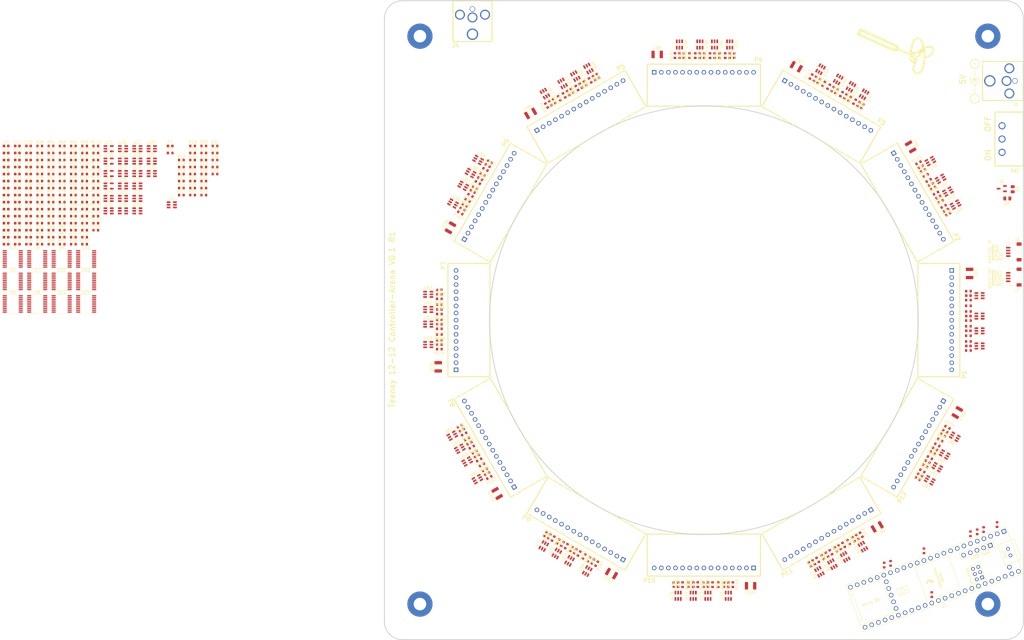
<source format=kicad_pcb>
(kicad_pcb (version 20240108) (generator "pcbnew") (generator_version "8.0")
  (layers (0 "F.Cu" signal) (1 "In1.Cu" power) (2 "In2.Cu" power) (3 "In3.Cu" power) (4 "In4.Cu" power) (31 "B.Cu" signal) (34 "B.Paste" user) (35 "F.Paste" user) (36 "B.SilkS" user "B.Silkscreen") (37 "F.SilkS" user "F.Silkscreen") (38 "B.Mask" user) (39 "F.Mask" user) (44 "Edge.Cuts" user))
  (net 0 "")
  (net 1 "+3.3V")
  (net 2 "+5V")
  (net 3 "/Panel Headers/HDR_CS_04_P1")
  (net 4 "/Power/SW_5V")
  (net 5 "/Teensy/SDA")
  (net 8 "/Teensy/SCL")
  (net 9 "/Teensy/A0")
  (net 11 "/Teensy/A1")
  (net 12 "/Panel Headers/HDR_SCK_0_P1")
  (net 13 "/Panel Headers/HDR_CS_03_P1")
  (net 14 "/Panel Headers/HDR_EXT_INT_P1")
  (net 15 "/Panel Headers/HDR_CS_00_P1")
  (net 16 "/Level Shifters/PAN5V.MISO_0")
  (net 17 "/Panel Headers/HDR_RESET")
  (net 18 "/Panel Headers/HDR_CS_02_P1")
  (net 19 "/Panel Headers/HDR_CS_01_P1")
  (net 20 "/Panel Headers/HDR_MOSI_0_P1")
  (net 21 "/Panel Headers/HDR_EXT_INT_P2")
  (net 22 "/Level Shifters/PAN5V.EXT_INT")
  (net 23 "GND")
  (net 27 "/Panel Headers/HDR_CS_09_P2")
  (net 28 "/Panel Headers/HDR_SCK_0_P2")
  (net 29 "/Panel Headers/HDR_CS_08_P2")
  (net 30 "/Panel Headers/HDR_CS_05_P2")
  (net 43 "/Panel Headers/HDR_MOSI_0_P2")
  (net 44 "/Panel Headers/HDR_CS_07_P2")
  (net 45 "/Panel Headers/HDR_CS_06_P2")
  (net 46 "/Panel Headers/HDR_SCK_0_P3")
  (net 47 "/Panel Headers/HDR_CS_11_P3")
  (net 48 "/Panel Headers/HDR_CS_10_P3")
  (net 49 "/Panel Headers/HDR_MOSI_0_P3")
  (net 50 "/Panel Headers/HDR_EXT_INT_P3")
  (net 51 "/Panel Headers/HDR_CS_13_P3")
  (net 52 "/Panel Headers/HDR_CS_14_P3")
  (net 53 "/Panel Headers/HDR_CS_12_P3")
  (net 54 "/Panel Headers/HDR_CS_19_P4")
  (net 55 "/Panel Headers/HDR_CS_15_P4")
  (net 56 "/Panel Headers/HDR_SCK_0_P4")
  (net 57 "/Panel Headers/HDR_CS_17_P4")
  (net 58 "/Panel Headers/HDR_CS_18_P4")
  (net 59 "/Panel Headers/HDR_MOSI_0_P4")
  (net 60 "/Panel Headers/HDR_EXT_INT_P4")
  (net 61 "/Panel Headers/HDR_CS_16_P4")
  (net 62 "/Panel Headers/HDR_MOSI_0_P5")
  (net 63 "/Panel Headers/HDR_CS_21_P5")
  (net 64 "/Level Shifters/PAN5V.MISO_1")
  (net 83 "/Level Shifters/PAN5V.RESET")
  (net 84 "/Level Shifters/PAN3V.RESET")
  (net 85 "/Level Shifters/PAN3V.SCK_0")
  (net 86 "/Level Shifters/PAN3V.MOSI_0")
  (net 87 "/Level Shifters/PAN3V.MISO_0")
  (net 88 "/Level Shifters/PAN3V.SCK_1")
  (net 89 "/Level Shifters/PAN3V.MOSI_1")
  (net 90 "/Level Shifters/PAN3V.MISO_1")
  (net 91 "/Level Shifters/PAN3V.CS_00")
  (net 92 "/Level Shifters/PAN3V.CS_01")
  (net 93 "/Level Shifters/PAN3V.CS_02")
  (net 94 "/Level Shifters/PAN3V.CS_03")
  (net 95 "/Level Shifters/PAN3V.CS_04")
  (net 96 "/Level Shifters/PAN3V.CS_05")
  (net 97 "/Level Shifters/PAN3V.CS_06")
  (net 98 "/Level Shifters/PAN3V.CS_07")
  (net 99 "/Panel Headers/HDR_EXT_INT_P5")
  (net 100 "/Level Shifters/PAN3V.CS_08")
  (net 101 "/Level Shifters/PAN3V.CS_09")
  (net 102 "/Level Shifters/PAN3V.CS_10")
  (net 103 "/Level Shifters/PAN3V.CS_11")
  (net 104 "/Level Shifters/PAN3V.CS_12")
  (net 105 "/Level Shifters/PAN3V.CS_13")
  (net 106 "/Level Shifters/PAN3V.CS_14")
  (net 107 "/Level Shifters/PAN3V.CS_15")
  (net 108 "/Level Shifters/PAN3V.CS_16")
  (net 109 "/Level Shifters/PAN3V.CS_17")
  (net 110 "/Level Shifters/PAN3V.CS_18")
  (net 111 "/Level Shifters/PAN3V.CS_19")
  (net 112 "/Level Shifters/PAN3V.CS_20")
  (net 113 "/Level Shifters/PAN3V.CS_21")
  (net 114 "/Level Shifters/PAN3V.CS_22")
  (net 115 "/Level Shifters/PAN3V.CS_23")
  (net 116 "/Level Shifters/PAN3V.CS_24")
  (net 117 "/Level Shifters/PAN3V.CS_25")
  (net 118 "/Level Shifters/PAN3V.CS_26")
  (net 119 "/Level Shifters/PAN3V.CS_27")
  (net 120 "/Level Shifters/PAN3V.CS_28")
  (net 121 "/Level Shifters/PAN3V.CS_29")
  (net 122 "/Level Shifters/PAN3V.EXT_INT")
  (net 123 "/Panel Headers/HDR_CS_24_P5")
  (net 124 "/Panel Headers/HDR_SCK_0_P5")
  (net 125 "/Panel Headers/HDR_CS_22_P5")
  (net 126 "/Panel Headers/HDR_CS_23_P5")
  (net 127 "/Panel Headers/HDR_CS_20_P5")
  (net 128 "/Panel Headers/HDR_MOSI_0_P6")
  (net 129 "/Panel Headers/HDR_CS_28_P6")
  (net 130 "/Panel Headers/HDR_SCK_0_P6")
  (net 131 "/Panel Headers/HDR_CS_27_P6")
  (net 132 "/Panel Headers/HDR_CS_25_P6")
  (net 133 "/Panel Headers/HDR_CS_26_P6")
  (net 134 "/Panel Headers/HDR_EXT_INT_P6")
  (net 135 "/Panel Headers/HDR_CS_29_P6")
  (net 136 "/Panel Headers/HDR_EXT_INT_P7")
  (net 137 "/Panel Headers/HDR_CS_00_P7")
  (net 138 "/Panel Headers/HDR_SCK_1_P7")
  (net 139 "/Panel Headers/HDR_CS_01_P7")
  (net 140 "/Panel Headers/HDR_CS_04_P7")
  (net 141 "/Panel Headers/HDR_CS_03_P7")
  (net 142 "/Panel Headers/HDR_CS_02_P7")
  (net 143 "/Panel Headers/HDR_MOSI_1_P7")
  (net 144 "/Panel Headers/HDR_EXT_INT_P8")
  (net 145 "/Panel Headers/HDR_CS_06_P8")
  (net 146 "/Panel Headers/HDR_SCK_1_P8")
  (net 147 "/Panel Headers/HDR_CS_08_P8")
  (net 148 "/Panel Headers/HDR_CS_05_P8")
  (net 149 "/Panel Headers/HDR_CS_07_P8")
  (net 150 "/Panel Headers/HDR_MOSI_1_P8")
  (net 151 "/Panel Headers/HDR_CS_09_P8")
  (net 152 "/Panel Headers/HDR_EXT_INT_P9")
  (net 153 "/Panel Headers/HDR_SCK_1_P9")
  (net 154 "/Panel Headers/HDR_CS_12_P9")
  (net 155 "/Panel Headers/HDR_MOSI_1_P9")
  (net 156 "/Panel Headers/HDR_CS_10_P9")
  (net 157 "/Panel Headers/HDR_CS_13_P9")
  (net 158 "/Panel Headers/HDR_CS_14_P9")
  (net 159 "/Panel Headers/HDR_CS_11_P9")
  (net 160 "/Panel Headers/HDR_CS_19_P10")
  (net 161 "/Panel Headers/HDR_CS_17_P10")
  (net 162 "/Panel Headers/HDR_CS_15_P10")
  (net 163 "/Panel Headers/HDR_EXT_INT_P10")
  (net 164 "/Panel Headers/HDR_MOSI_1_P10")
  (net 165 "/Panel Headers/HDR_CS_16_P10")
  (net 166 "/Panel Headers/HDR_SCK_1_P10")
  (net 167 "/Panel Headers/HDR_CS_18_P10")
  (net 168 "/Panel Headers/HDR_CS_23_P11")
  (net 169 "/Panel Headers/HDR_CS_20_P11")
  (net 170 "/Panel Headers/HDR_SCK_1_P11")
  (net 171 "/Panel Headers/HDR_CS_22_P11")
  (net 172 "/Panel Headers/HDR_CS_24_P11")
  (net 173 "/Panel Headers/HDR_CS_21_P11")
  (net 174 "/Panel Headers/HDR_MOSI_1_P11")
  (net 175 "/Panel Headers/HDR_EXT_INT_P11")
  (net 176 "/Panel Headers/HDR_MOSI_1_P12")
  (net 177 "/Panel Headers/HDR_CS_27_P12")
  (net 178 "/Panel Headers/HDR_SCK_1_P12")
  (net 179 "/Panel Headers/HDR_CS_29_P12")
  (net 180 "/Panel Headers/HDR_CS_26_P12")
  (net 181 "/Panel Headers/HDR_CS_28_P12")
  (net 182 "/Panel Headers/HDR_EXT_INT_P12")
  (net 183 "/Panel Headers/HDR_CS_25_P12")
  (net 184 "Net-(Q1-G)")
  (net 185 "/Teensy/TNY_RESET")
  (net 186 "/Teensy/TNY_SCK_0")
  (net 187 "/Teensy/TNY_MOSI_0")
  (net 188 "/Teensy/TNY_SCK_1")
  (net 189 "/Teensy/TNY_MOSI_1")
  (net 190 "/Teensy/TNY_CS_00")
  (net 191 "/Teensy/TNY_CS_01")
  (net 192 "/Teensy/TNY_CS_02")
  (net 193 "/Teensy/TNY_CS_03")
  (net 194 "/Teensy/TNY_CS_04")
  (net 195 "/Teensy/TNY_CS_05")
  (net 196 "/Teensy/TNY_CS_06")
  (net 197 "/Teensy/TNY_CS_07")
  (net 198 "/Teensy/TNY_CS_08")
  (net 199 "/Teensy/TNY_CS_09")
  (net 200 "/Teensy/TNY_CS_10")
  (net 201 "/Teensy/TNY_CS_11")
  (net 202 "/Teensy/TNY_CS_12")
  (net 203 "/Teensy/TNY_CS_13")
  (net 204 "/Teensy/TNY_CS_14")
  (net 205 "/Teensy/TNY_CS_15")
  (net 206 "/Teensy/TNY_CS_16")
  (net 207 "/Teensy/TNY_CS_17")
  (net 208 "/Teensy/TNY_CS_18")
  (net 209 "/Teensy/TNY_CS_19")
  (net 210 "/Teensy/TNY_CS_20")
  (net 211 "/Teensy/TNY_CS_21")
  (net 212 "/Teensy/TNY_CS_22")
  (net 213 "/Teensy/TNY_CS_23")
  (net 214 "/Teensy/TNY_CS_24")
  (net 215 "/Teensy/TNY_CS_25")
  (net 216 "/Teensy/TNY_CS_26")
  (net 217 "/Teensy/TNY_CS_27")
  (net 218 "/Teensy/TNY_CS_28")
  (net 219 "/Teensy/TNY_CS_29")
  (net 220 "/Teensy/TNY_EXT_INT")
  (net 221 "Net-(U3-B1)")
  (net 222 "/Level Shifters/PAN5V.SCK_0_P1")
  (net 223 "/Level Shifters/PAN5V.SCK_0_P2")
  (net 224 "Net-(U3-B2)")
  (net 225 "Net-(U3-B4)")
  (net 226 "/Level Shifters/PAN5V.SCK_0_P3")
  (net 227 "Net-(U3-B6)")
  (net 228 "/Level Shifters/PAN5V.SCK_0_P4")
  (net 229 "Net-(U3-B7)")
  (net 230 "/Level Shifters/PAN5V.SCK_0_P5")
  (net 231 "Net-(U3-B8)")
  (net 232 "/Level Shifters/PAN5V.SCK_0_P6")
  (net 233 "/Level Shifters/PAN5V.MOSI_0_P1")
  (net 234 "Net-(U4-B1)")
  (net 235 "Net-(U4-B2)")
  (net 236 "/Level Shifters/PAN5V.MOSI_0_P2")
  (net 237 "Net-(U4-B4)")
  (net 238 "/Level Shifters/PAN5V.MOSI_0_P3")
  (net 239 "/Level Shifters/PAN5V.MOSI_0_P4")
  (net 240 "Net-(U4-B6)")
  (net 241 "Net-(U4-B7)")
  (net 242 "/Level Shifters/PAN5V.MOSI_0_P5")
  (net 243 "/Level Shifters/PAN5V.MOSI_0_P6")
  (net 244 "Net-(U4-B8)")
  (net 245 "/Level Shifters/PAN5V.SCK_1_P7")
  (net 246 "Net-(U5-B1)")
  (net 247 "/Level Shifters/PAN5V.SCK_1_P8")
  (net 248 "Net-(U5-B2)")
  (net 249 "Net-(U5-B4)")
  (net 250 "/Level Shifters/PAN5V.SCK_1_P9")
  (net 251 "/Level Shifters/PAN5V.SCK_1_P10")
  (net 252 "Net-(U5-B6)")
  (net 253 "/Level Shifters/PAN5V.SCK_1_P11")
  (net 254 "Net-(U5-B7)")
  (net 255 "/Level Shifters/PAN5V.SCK_1_P12")
  (net 256 "Net-(U5-B8)")
  (net 257 "/Level Shifters/PAN5V.MOSI_1_P7")
  (net 258 "Net-(U6-B1)")
  (net 259 "/Level Shifters/PAN5V.MOSI_1_P8")
  (net 260 "Net-(U6-B2)")
  (net 261 "/Level Shifters/PAN5V.MOSI_1_P9")
  (net 262 "Net-(U6-B4)")
  (net 263 "/Level Shifters/PAN5V.MOSI_1_P10")
  (net 264 "Net-(U6-B6)")
  (net 265 "/Level Shifters/PAN5V.MOSI_1_P11")
  (net 266 "Net-(U6-B7)")
  (net 267 "Net-(U6-B8)")
  (net 268 "/Level Shifters/PAN5V.MOSI_1_P12")
  (net 269 "Net-(U7-B2)")
  (net 270 "/Level Shifters/PAN5V.CS_00_P7")
  (net 271 "/Level Shifters/PAN5V.CS_01_P1")
  (net 272 "Net-(U7-B3)")
  (net 273 "/Level Shifters/PAN5V.CS_01_P7")
  (net 274 "Net-(U7-B4)")
  (net 275 "/Level Shifters/PAN5V.CS_02_P1")
  (net 276 "Net-(U7-B5)")
  (net 277 "Net-(U7-B6)")
  (net 278 "/Level Shifters/PAN5V.CS_02_P7")
  (net 279 "Net-(U7-B7)")
  (net 280 "/Level Shifters/PAN5V.CS_03_P1")
  (net 281 "Net-(U7-B1)")
  (net 282 "/Level Shifters/PAN5V.CS_00_P1")
  (net 283 "Net-(U7-B8)")
  (net 284 "/Level Shifters/PAN5V.CS_03_P7")
  (net 285 "/Level Shifters/PAN5V.CS_04_P1")
  (net 286 "Net-(U8-B1)")
  (net 287 "Net-(U8-B2)")
  (net 288 "/Level Shifters/PAN5V.CS_04_P7")
  (net 289 "Net-(U8-B3)")
  (net 290 "/Level Shifters/PAN5V.CS_05_P2")
  (net 291 "/Level Shifters/PAN5V.CS_05_P8")
  (net 292 "Net-(U8-B4)")
  (net 293 "/Level Shifters/PAN5V.CS_06_P2")
  (net 294 "Net-(U8-B5)")
  (net 295 "Net-(U8-B6)")
  (net 296 "/Level Shifters/PAN5V.CS_06_P8")
  (net 297 "Net-(U8-B7)")
  (net 298 "/Level Shifters/PAN5V.CS_07_P2")
  (net 299 "Net-(U8-B8)")
  (net 300 "/Level Shifters/PAN5V.CS_07_P8")
  (net 301 "/Level Shifters/PAN5V.CS_08_P2")
  (net 302 "Net-(U9-B1)")
  (net 303 "/Level Shifters/PAN5V.CS_08_P8")
  (net 304 "Net-(U9-B2)")
  (net 305 "Net-(U9-B3)")
  (net 306 "/Level Shifters/PAN5V.CS_09_P2")
  (net 307 "/Level Shifters/PAN5V.CS_09_P8")
  (net 308 "Net-(U9-B4)")
  (net 309 "Net-(U9-B5)")
  (net 310 "/Level Shifters/PAN5V.CS_10_P3")
  (net 311 "Net-(U9-B6)")
  (net 312 "/Level Shifters/PAN5V.CS_10_P9")
  (net 313 "Net-(U9-B7)")
  (net 314 "/Level Shifters/PAN5V.CS_11_P3")
  (net 315 "/Level Shifters/PAN5V.CS_11_P9")
  (net 316 "Net-(U9-B8)")
  (net 317 "Net-(U10-B1)")
  (net 318 "/Level Shifters/PAN5V.CS_12_P3")
  (net 319 "Net-(U10-B2)")
  (net 320 "/Level Shifters/PAN5V.CS_12_P9")
  (net 321 "/Level Shifters/PAN5V.CS_13_P3")
  (net 322 "Net-(U10-B3)")
  (net 323 "Net-(U10-B4)")
  (net 324 "/Level Shifters/PAN5V.CS_13_P9")
  (net 325 "/Level Shifters/PAN5V.CS_14_P3")
  (net 326 "Net-(U10-B5)")
  (net 327 "/Level Shifters/PAN5V.CS_14_P9")
  (net 328 "Net-(U10-B6)")
  (net 329 "/Level Shifters/PAN5V.CS_15_P4")
  (net 330 "Net-(U10-B7)")
  (net 331 "Net-(U10-B8)")
  (net 332 "/Level Shifters/PAN5V.CS_15_P10")
  (net 333 "Net-(U11-B1)")
  (net 334 "/Level Shifters/PAN5V.CS_16_P4")
  (net 335 "Net-(U11-B2)")
  (net 336 "/Level Shifters/PAN5V.CS_16_P10")
  (net 337 "Net-(U11-B3)")
  (net 338 "/Level Shifters/PAN5V.CS_17_P4")
  (net 339 "/Level Shifters/PAN5V.CS_17_P10")
  (net 340 "Net-(U11-B4)")
  (net 341 "/Level Shifters/PAN5V.CS_18_P4")
  (net 342 "Net-(U11-B5)")
  (net 343 "/Level Shifters/PAN5V.CS_18_P10")
  (net 344 "Net-(U11-B6)")
  (net 345 "/Level Shifters/PAN5V.CS_19_P4")
  (net 346 "Net-(U11-B7)")
  (net 347 "Net-(U11-B8)")
  (net 348 "/Level Shifters/PAN5V.CS_19_P10")
  (net 349 "Net-(U12-B1)")
  (net 350 "/Level Shifters/PAN5V.CS_20_P5")
  (net 351 "/Level Shifters/PAN5V.CS_20_P11")
  (net 352 "Net-(U12-B2)")
  (net 353 "/Level Shifters/PAN5V.CS_21_P5")
  (net 354 "Net-(U12-B3)")
  (net 355 "Net-(U12-B4)")
  (net 356 "/Level Shifters/PAN5V.CS_21_P11")
  (net 357 "Net-(U12-B5)")
  (net 358 "/Level Shifters/PAN5V.CS_22_P5")
  (net 359 "Net-(U12-B6)")
  (net 360 "/Level Shifters/PAN5V.CS_22_P11")
  (net 361 "Net-(U12-B7)")
  (net 362 "/Level Shifters/PAN5V.CS_23_P5")
  (net 363 "/Level Shifters/PAN5V.CS_23_P11")
  (net 364 "Net-(U12-B8)")
  (net 365 "/Level Shifters/PAN5V.CS_24_P5")
  (net 366 "Net-(U13-B1)")
  (net 367 "Net-(U13-B2)")
  (net 368 "/Level Shifters/PAN5V.CS_24_P11")
  (net 369 "Net-(U13-B3)")
  (net 370 "/Level Shifters/PAN5V.CS_25_P6")
  (net 371 "/Level Shifters/PAN5V.CS_25_P12")
  (net 372 "Net-(U13-B4)")
  (net 373 "Net-(U13-B5)")
  (net 374 "/Level Shifters/PAN5V.CS_26_P6")
  (net 375 "/Level Shifters/PAN5V.CS_26_P12")
  (net 376 "Net-(U13-B6)")
  (net 377 "/Level Shifters/PAN5V.CS_27_P6")
  (net 378 "Net-(U13-B7)")
  (net 379 "/Level Shifters/PAN5V.CS_27_P12")
  (net 380 "Net-(U13-B8)")
  (net 381 "/Level Shifters/PAN5V.CS_28_P6")
  (net 382 "Net-(U14-B1)")
  (net 383 "/Level Shifters/PAN5V.CS_28_P12")
  (net 384 "Net-(U14-B2)")
  (net 385 "Net-(U14-B3)")
  (net 386 "/Level Shifters/PAN5V.CS_29_P6")
  (net 387 "Net-(U14-B4)")
  (net 388 "/Level Shifters/PAN5V.CS_29_P12")
  (net 389 "Net-(U14-B5)")
  (net 390 "Net-(U14-B6)")
  (net 391 "Net-(U14-A7)")
  (net 392 "Net-(U14-A8)")
  (net 393 "Net-(R127-Pad2)")
  (net 394 "Net-(R128-Pad2)")
  (net 395 "Net-(R129-Pad2)")
  (net 396 "Net-(R130-Pad2)")
  (net 397 "Net-(R131-Pad2)")
  (net 398 "Net-(R132-Pad2)")
  (net 399 "Net-(R133-Pad2)")
  (net 400 "Net-(R134-Pad2)")
  (net 401 "Net-(R135-Pad2)")
  (net 402 "Net-(R136-Pad2)")
  (net 403 "Net-(R137-Pad2)")
  (net 404 "Net-(R138-Pad2)")
  (net 405 "Net-(R139-Pad2)")
  (net 406 "Net-(R140-Pad2)")
  (net 407 "Net-(R141-Pad2)")
  (net 408 "Net-(R142-Pad2)")
  (net 409 "Net-(R143-Pad2)")
  (net 410 "Net-(R144-Pad2)")
  (net 411 "Net-(R145-Pad2)")
  (net 412 "Net-(R146-Pad2)")
  (net 413 "Net-(R147-Pad2)")
  (net 414 "Net-(R148-Pad2)")
  (net 415 "Net-(R149-Pad2)")
  (net 416 "Net-(R150-Pad2)")
  (net 417 "Net-(R151-Pad2)")
  (net 418 "Net-(R152-Pad2)")
  (net 419 "Net-(R153-Pad2)")
  (net 420 "Net-(R154-Pad2)")
  (net 421 "Net-(R155-Pad2)")
  (net 422 "Net-(R156-Pad2)")
  (net 423 "Net-(R157-Pad2)")
  (net 424 "Net-(R158-Pad2)")
  (net 425 "Net-(R159-Pad2)")
  (net 426 "Net-(R160-Pad2)")
  (net 427 "Net-(R161-Pad2)")
  (net 428 "Net-(R162-Pad2)")
  (net 429 "Net-(R163-Pad2)")
  (net 430 "Net-(R164-Pad2)")
  (net 431 "Net-(R165-Pad2)")
  (net 432 "Net-(R166-Pad2)")
  (net 433 "Net-(R167-Pad2)")
  (net 434 "Net-(R168-Pad2)")
  (net 435 "Net-(R169-Pad2)")
  (net 436 "Net-(R170-Pad2)")
  (net 437 "Net-(R171-Pad2)")
  (net 438 "Net-(R172-Pad2)")
  (net 439 "Net-(R173-Pad2)")
  (net 440 "Net-(R174-Pad2)")
  (net 441 "Net-(R175-Pad2)")
  (net 442 "Net-(R176-Pad2)")
  (net 443 "Net-(R177-Pad2)")
  (net 444 "Net-(R178-Pad2)")
  (net 445 "Net-(R179-Pad2)")
  (net 446 "Net-(R180-Pad2)")
  (net 447 "Net-(R181-Pad2)")
  (net 448 "Net-(R182-Pad2)")
  (net 449 "Net-(R183-Pad2)")
  (net 450 "Net-(R184-Pad2)")
  (net 451 "Net-(R185-Pad2)")
  (net 452 "Net-(R186-Pad2)")
  (net 453 "Net-(R187-Pad2)")
  (net 454 "Net-(R188-Pad2)")
  (net 455 "Net-(R189-Pad2)")
  (net 456 "Net-(R190-Pad2)")
  (net 457 "Net-(R191-Pad2)")
  (net 458 "Net-(R192-Pad2)")
  (net 459 "Net-(R193-Pad2)")
  (net 460 "Net-(R194-Pad2)")
  (net 461 "Net-(R195-Pad2)")
  (net 462 "Net-(R196-Pad2)")
  (net 463 "Net-(R197-Pad2)")
  (net 464 "Net-(R198-Pad2)")
  (net 465 "Net-(R199-Pad2)")
  (net 466 "Net-(R200-Pad2)")
  (net 467 "Net-(R201-Pad2)")
  (net 468 "Net-(R202-Pad2)")
  (net 469 "Net-(R203-Pad2)")
  (net 470 "Net-(R204-Pad2)")
  (net 471 "Net-(R205-Pad2)")
  (net 472 "Net-(R206-Pad2)")
  (net 473 "Net-(R207-Pad2)")
  (net 474 "Net-(R208-Pad2)")
  (net 475 "Net-(R209-Pad2)")
  (net 476 "Net-(R210-Pad2)")
  (net 477 "Net-(R211-Pad2)")
  (net 478 "Net-(R212-Pad2)")
  (net 479 "Net-(R213-Pad2)")
  (net 480 "Net-(R214-Pad2)")
  (net 481 "Net-(R215-Pad2)")
  (net 482 "Net-(R216-Pad2)")
  (net 483 "Net-(R217-Pad2)")
  (net 484 "Net-(R218-Pad2)")
  (net 485 "Net-(R219-Pad2)")
  (net 486 "Net-(R220-Pad2)")
  (net 487 "Net-(R221-Pad2)")
  (net 488 "Net-(R222-Pad2)")
  (net 493 "/Teensy/TNY_MISO_0")
  (net 504 "/Teensy/TNY_MISO_1")
  (net 512 "Net-(U3-A1)")
  (net 517 "Net-(U4-A1)")
  (net 521 "Net-(U5-A1)")
  (net 526 "Net-(U6-A1)")
  (net 531 "Net-(U7-A7)")
  (net 532 "Net-(U7-A3)")
  (net 533 "Net-(U7-A1)")
  (net 534 "Net-(U7-A5)")
  (net 535 "Net-(U8-A1)")
  (net 536 "Net-(U8-A3)")
  (net 537 "Net-(U8-A7)")
  (net 538 "Net-(U8-A5)")
  (net 539 "Net-(U9-A7)")
  (net 540 "Net-(U9-A3)")
  (net 541 "Net-(U9-A1)")
  (net 542 "Net-(U9-A5)")
  (net 543 "Net-(U10-A1)")
  (net 544 "Net-(U10-A7)")
  (net 545 "Net-(U10-A5)")
  (net 546 "Net-(U10-A3)")
  (net 547 "Net-(U11-A3)")
  (net 548 "Net-(U11-A7)")
  (net 549 "Net-(U11-A5)")
  (net 550 "Net-(U11-A1)")
  (net 551 "Net-(U12-A3)")
  (net 552 "Net-(U12-A5)")
  (net 553 "Net-(U12-A1)")
  (net 554 "Net-(U12-A7)")
  (net 555 "Net-(U13-A1)")
  (net 556 "Net-(U13-A7)")
  (net 557 "Net-(U13-A5)")
  (net 558 "Net-(U13-A3)")
  (net 559 "Net-(U14-A1)")
  (net 560 "Net-(U14-B7)")
  (net 561 "Net-(U14-A5)")
  (net 562 "Net-(U14-A3)")
  (net 563 "Net-(U14-B8)")
  (net 564 "Net-(U14-A6)")
  (net 569 "/Panel Headers/HDR_MISO_0_P1")
  (net 570 "/Panel Headers/HDR_MISO_0_P2")
  (net 571 "/Panel Headers/HDR_MISO_0_P3")
  (net 572 "/Panel Headers/HDR_MISO_0_P4")
  (net 573 "/Panel Headers/HDR_MISO_0_P5")
  (net 574 "/Panel Headers/HDR_MISO_0_P6")
  (net 575 "/Panel Headers/HDR_MISO_1_P7")
  (net 576 "/Panel Headers/HDR_MISO_1_P8")
  (net 577 "/Panel Headers/HDR_MISO_1_P9")
  (net 578 "/Panel Headers/HDR_MISO_1_P10")
  (net 579 "/Panel Headers/HDR_MISO_1_P11")
  (net 580 "/Panel Headers/HDR_MISO_1_P12")
  (footprint "Resistor_SMD:R_0603_1608Metric" (layer "F.Cu") (at 264.953181 216.151519 -30)
    (property "Reference" "R215")
    (property "Value" "68")
  )
  (footprint "Resistor_SMD:R_0603_1608Metric" (layer "F.Cu") (at -55.8205 135.5662)
    (property "Reference" "R62")
    (property "Value" "68")
  )
  (footprint "Resistor_SMD:R_0603_1608Metric" (layer "F.Cu") (at -59.8305 138.0762)
    (property "Reference" "R48")
    (property "Value" "68")
  )
  (footprint "Capacitor_SMD:C_0603_1608Metric" (layer "F.Cu") (at -67.8505 148.1162)
    (property "Reference" "C30")
    (property "Value" "0.1uF")
  )
  (footprint "Package_TO_SOT_SMD:SOT-23-6" (layer "F.Cu") (at 276.422728 169.0472 180)
    (property "Reference" "U36" (hide yes))
    (property "Value" "74LVC2G17" (hide yes))
  )
  (footprint "Resistor_SMD:R_0603_1608Metric" (layer "F.Cu") (at -51.8105 130.5462)
    (property "Reference" "R75")
    (property "Value" "68")
  )
  (footprint "Package_TO_SOT_SMD:SOT-23-6" (layer "F.Cu") (at 79.177271 186.5528)
    (property "Reference" "U60")
    (property "Value" "74LVC2G17")
  )
  (footprint "Resistor_SMD:R_0603_1608Metric" (layer "F.Cu") (at 180.8988 272.452628 -90)
    (property "Reference" "R201")
    (property "Value" "68")
  )
  (footprint "Resistor_SMD:R_0603_1608Metric" (layer "F.Cu") (at 99.638418 123.874571 150)
    (property "Reference" "R173")
    (property "Value" "68")
  )
  (footprint "Package_TO_SOT_SMD:SOT-23-3" (layer "F.Cu") (at 284.3983 130.7592 180)
    (property "Reference" "Q1")
    (property "Value" "MOSFET_NCHAN" (hide yes))
  )
  (footprint "Capacitor_SMD:C_0603_1608Metric" (layer "F.Cu") (at 91.443726 138.066596 -30)
    (property "Reference" "C67")
    (property "Value" "0.1uF")
  )
  (footprint "Resistor_SMD:R_0603_1608Metric" (layer "F.Cu") (at 83.147371 180.8988 180)
    (property "Reference" "R177")
    (property "Value" "68")
  )
  (footprint "Resistor_SMD:R_0603_1608Metric" (layer "F.Cu") (at 254.335981 234.541049 -30)
    (property "Reference" "R222")
    (property "Value" "68")
  )
  (footprint "Capacitor_SMD:C_0603_1608Metric" (layer "F.Cu") (at 97.743984 127.180228 -30)
    (property "Reference" "C69")
    (property "Value" "0.1uF")
  )
  (footprint "Package_TO_SOT_SMD:SOT-23-6" (layer "F.Cu") (at -19.7505 116.4562)
    (property "Reference" "U33")
    (property "Value" "74LVC2G17")
  )
  (footprint "Resistor_SMD:R_0603_1608Metric" (layer "F.Cu") (at 215.711579 265.207181 -60)
    (property "Reference" "R214")
    (property "Value" "68")
  )
  (footprint "Package_TO_SOT_SMD:SOT-23-6" (layer "F.Cu") (at 225.866366 91.671411 -120)
    (property "Reference" "U45")
    (property "Value" "74LVC2G17")
  )
  (footprint "Package_TO_SOT_SMD:SOT-23-6" (layer "F.Cu") (at -35.2005 138.7062)
    (property "Reference" "U20")
    (property "Value" "74LVC2G17")
  )
  (footprint "Capacitor_SMD:C_0603_1608Metric" (layer "F.Cu") (at 272.440428 176.337 180)
    (property "Reference" "C48" (hide yes))
    (property "Value" "0.1uF" (hide yes))
  )
  (footprint "Package_TO_SOT_SMD:SOT-23-6" (layer "F.Cu") (at -24.9005 120.9062)
    (property "Reference" "U28")
    (property "Value" "74LVC2G17")
  )
  (footprint "Capacitor_SMD:C_0603_1608Metric" (layer "F.Cu") (at 264.156273 217.533403 150)
    (property "Reference" "C91")
    (property "Value" "0.1uF")
  )
  (footprint "Resistor_SMD:R_0603_1608Metric" (layer "F.Cu") (at 227.01196 96.931184 60)
    (property "Reference" "R147")
    (property "Value" "68")
  )
  (footprint "Resistor_SMD:R_0603_1608Metric" (layer "F.Cu") (at 275.59 253.555 90)
    (property "Reference" "R10" (hide yes))
    (property "Value" "68" (hide yes))
  )
  (footprint "Capacitor_SMD:C_0603_1608Metric" (layer "F.Cu") (at -71.8605 123.0162)
    (property "Reference" "C5")
    (property "Value" "0.1uF")
  )
  (footprint "Resistor_SMD:R_0603_1608Metric" (layer "F.Cu") (at 220.286964 262.565581 -60)
    (property "Reference" "R212")
    (property "Value" "68")
  )
  (footprint "Resistor_SMD:R_0603_1608Metric" (layer "F.Cu") (at 175.6156 272.440428 -90)
    (property "Reference" "R203")
    (property "Value" "68")
  )
  (footprint "Package_TO_SOT_SMD:SOT-23-6" (layer "F.Cu") (at -12.6005 136.5362)
    (property "Reference" "U2")
    (property "Value" "74LVC2G17")
  )
  (footprint "Capacitor_SMD:C_1210_3225Metric" (layer "F.Cu") (at 210.858729 87.1206 -30)
    (property "Reference" "C97")
    (property "Value" "100uF")
  )
  (footprint "Resistor_SMD:R_0603_1608Metric" (layer "F.Cu") (at 92.247018 136.676852 150)
    (property "Reference" "R168")
    (property "Value" "68")
  )
  (footprint "Resistor_SMD:R_0603_1608Metric" (layer "F.Cu") (at 260.853215 132.371531 30)
    (property "Reference" "R139")
    (property "Value" "68")
  )
  (footprint "Resistor_SMD:R_0603_1608Metric" (layer "F.Cu") (at -47.8005 133.0562)
    (property "Reference" "R91")
    (property "Value" "68")
  )
  (footprint "Resistor_SMD:R_0603_1608Metric" (layer "F.Cu") (at -47.8005 120.5062)
    (property "Reference" "R86")
    (property "Value" "68")
  )
  (footprint "MountingHole:MountingHole_4.5mm_Pad" (layer "F.Cu") (at 76.2 76.2)
    (property "Reference" "H1" (hide yes))
    (property "Value" "MountingHole_Pad" (hide yes))
  )
  (footprint "Resistor_SMD:R_0603_1608Metric" (layer "F.Cu") (at 254.589981 121.498891 30)
    (property "Reference" "R135")
    (property "Value" "68")
  )
  (footprint "Resistor_SMD:R_0603_1608Metric" (layer "F.Cu") (at 92.018418 218.5272 -150)
    (property "Reference" "R189")
    (property "Value" "68")
  )
  (footprint "Resistor_SMD:R_0603_1608Metric" (layer "F.Cu") (at 262.336981 220.682911 -30)
    (property "Reference" "R234")
    (property "Value" "68")
  )
  (footprint "Capacitor_SMD:C_0603_1608Metric" (layer "F.Cu") (at 181.61 83.159571 -90)
    (property "Reference" "C61")
    (property "Value" "0.1uF")
  )
  (footprint "Resistor_SMD:R_0603_1608Metric" (layer "F.Cu") (at 83.147371 170.18 180)
    (property "Reference" "R181")
    (property "Value" "68")
  )
  (footprint "arena_custom:DCJACK_2PIN_HIGHCURRENT" (layer "F.Cu") (at 95 63.5028)
    (property "Reference" "J4")
    (property "Value" "Barrel_Jack" (hide yes))
  )
  (footprint "arena_custom:HEADER_TOP" (layer "F.Cu") (at 177.799999 266.474028 180)
    (property "Reference" "P10")
    (property "Value" "CONN15" (hide yes))
  )
  (footprint "Capacitor_SMD:C_0603_1608Metric" (layer "F.Cu") (at -67.8505 138.0762)
    (property "Reference" "C26")
    (property "Value" "0.1uF")
  )
  (footprint "Package_TO_SOT_SMD:SOT-23-6" (layer "F.Cu") (at 169.0472 79.177271 -90)
    (property "Reference" "U48")
    (property "Value" "74LVC2G17")
  )
  (footprint "Package_SO:TSSOP-20_4.4x6.5mm_P0.65mm" (layer "F.Cu") (at -43.2405 163.9562)
    (property "Reference" "U13")
    (property "Value" "TXB0108PW")
  )
  (footprint "Package_TO_SOT_SMD:SOT-23-6" (layer "F.Cu") (at 276.422728 181.6252 180)
    (property "Reference" "U38" (hide yes))
    (property "Value" "74LVC2G17" (hide yes))
  )
  (footprint "Package_TO_SOT_SMD:SOT-23-6" (layer "F.Cu") (at 219.117603 267.824988 120)
    (property "Reference" "U79")
    (property "Value" "74LVC2G17")
  )
  (footprint "Resistor_SMD:R_0603_1608Metric" (layer "F.Cu") (at 263.581581 137.072799 30)
    (property "Reference" "R141")
    (property "Value" "68")
  )
  (footprint "Capacitor_SMD:C_0603_1608Metric" (layer "F.Cu") (at -67.8505 120.5062)
    (property "Reference" "C19")
    (property "Value" "0.1uF")
  )
  (footprint "arena_custom:HEADER_TOP" (layer "F.Cu") (at 254.593961 222.137014 -120)
    (property "Reference" "P12")
    (property "Value" "CONN15" (hide yes))
  )
  (footprint "Resistor_SMD:R_0603_1608Metric" (layer "F.Cu") (at 167.4368 83.147371 90)
    (property "Reference" "R151")
    (property "Value" "68")
  )
  (footprint "Capacitor_SMD:C_0603_1608Metric" (layer "F.Cu") (at -63.8405 133.0562)
    (property "Reference" "C39")
    (property "Value" "0.1uF")
  )
  (footprint "Resistor_SMD:R_0603_1608Metric" (layer "F.Cu") (at 277.876 252.73 90)
    (property "Reference" "R9" (hide yes))
    (property "Value" "68" (hide yes))
  )
  (footprint "Resistor_SMD:R_0603_1608Metric" (layer "F.Cu") (at 172.6692 83.147371 90)
    (property "Reference" "R226")
    (property "Value" "68")
  )
  (footprint "Resistor_SMD:R_0603_1608Metric" (layer "F.Cu") (at -51.8105 128.0362)
    (property "Reference" "R74")
    (property "Value" "68")
  )
  (footprint "Package_TO_SOT_SMD:SOT-23-6" (layer "F.Cu") (at 79.177271 173.9748)
    (property "Reference" "U62")
    (property "Value" "74LVC2G17")
  )
  (footprint "arena_custom:HEADER_TOP" (layer "F.Cu") (at 89.125971 177.8 90)
    (property "Reference" "P7")
    (property "Value" "CONN15" (hide yes))
  )
  (footprint "Resistor_SMD:R_0603_1608Metric" (layer "F.Cu") (at -55.8205 150.6262)
    (property "Reference" "R68")
    (property "Value" "68")
  )
  (footprint "Capacitor_SMD:C_0603_1608Metric" (layer "F.Cu") (at -63.8405 135.5662)
    (property "Reference" "C40")
    (property "Value" "0.1uF")
  )
  (footprint "Resistor_SMD:R_0603_1608Metric" (layer "F.Cu") (at -59.8305 128.0362)
    (property "Reference" "R44")
    (property "Value" "68")
  )
  (footprint "Capacitor_SMD:C_0603_1608Metric" (layer "F.Cu") (at 96.570484 226.387209 30)
    (property "Reference" "C76")
    (property "Value" "0.1uF")
  )
  (footprint "Capacitor_SMD:C_0603_1608Metric" (layer "F.Cu") (at 83.159571 173.99)
    (property "Reference" "C73")
    (property "Value" "0.1uF")
  )
  (footprint "Resistor_SMD:R_0603_1608Metric" (layer "F.Cu") (at 166.9288 272.452628 -90)
    (property "Reference" "R206")
    (property "Value" "68")
  )
  (footprint "Resistor_SMD:R_0603_1608Metric" (layer "F.Cu") (at 132.371531 94.746784 120)
    (property "Reference" "R163")
    (property "Value" "68")
  )
  (footprint "Resistor_SMD:R_0603_1608Metric" (layer "F.Cu") (at 134.917088 262.336981 -120)
    (property "Reference" "R231")
    (property "Value" "68")
  )
  (footprint "Resistor_SMD:R_0603_1608Metric" (layer "F.Cu") (at 282.702 250.952 90)
    (property "Reference" "R8" (hide yes))
    (property "Value" "68" (hide yes))
  )
  (footprint "Resistor_SMD:R_0603_1608Metric" (layer "F.Cu") (at -51.8105 148.1162)
    (property "Reference" "R82")
    (property "Value" "68")
  )
  (footprint "Resistor_SMD:R_0603_1608Metric" (layer "F.Cu") (at 130.341703 259.695381 -120)
    (property "Reference" "R194")
    (property "Value" "68")
  )
  (footprint "Resistor_SMD:R_0603_1608Metric" (layer "F.Cu") (at -39.7805 140.5862)
    (property "Reference" "R124")
    (property "Value" "68")
  )
  (footprint "Capacitor_SMD:C_0603_1608Metric" (layer "F.Cu") (at -71.8605 115.4862)
    (property "Reference" "C2")
    (property "Value" "0.1uF")
  )
  (footprint "Resistor_SMD:R_0603_1608Metric" (layer "F.Cu") (at -51.8105 117.9962)
    (property "Reference" "R70")
    (property "Value" "68")
  )
  (footprint "Capacitor_SMD:C_1210_3225Metric" (layer "F.Cu") (at 161.09 82.739971)
    (property "Reference" "C98")
    (property "Value" "100uF")
  )
  (footprint "Package_TO_SOT_SMD:SOT-23-6" (layer "F.Cu") (at 276.422728 176.3624 180)
    (property "Reference" "U37" (hide yes))
    (property "Value" "74LVC2G17" (hide yes))
  )
  (footprint "Package_TO_SOT_SMD:SOT-23-6" (layer "F.Cu") (at 79.177271 168.5696)
    (property "Reference" "U63")
    (property "Value" "74LVC2G17")
  )
  (footprint "Resistor_SMD:R_0603_1608Metric" (layer "F.Cu") (at 229.569717 257.206181 -60)
    (property "Reference" "R233")
    (property "Value" "68")
  )
  (footprint "Capacitor_SMD:C_1210_3225Metric" (layer "F.Cu") (at 268.479399 210.858729 -120)
    (property "Reference" "C106")
    (property "Value" "100uF")
  )
  (footprint "Resistor_SMD:R_0603_1608Metric" (layer "F.Cu") (at -59.8305 123.0162)
    (property "Reference" "R42")
    (property "Value" "68")
  )
  (footprint "Package_TO_SOT_SMD:SOT-23-6" (layer "F.Cu") (at 176.3624 79.177271 -90)
    (property "Reference" "U49")
    (property "Value" "74LVC2G17")
  )
  (footprint "Package_TO_SOT_SMD:SOT-23-6" (layer "F.Cu") (at -30.0505 138.7062)
    (property "Reference" "U26")
    (property "Value" "74LVC2G17")
  )
  (footprint "Resistor_SMD:R_0603_1608Metric" (layer "F.Cu") (at 170.6372 83.147371 90)
    (property "Reference" "R152")
    (property "Value" "68")
  )
  (footprint "Capacitor_SMD:C_0603_1608Metric" (layer "F.Cu") (at 257.856015 228.419771 150)
    (property "Reference" "C93")
    (property "Value" "0.1uF")
  )
  (footprint "Package_TO_SOT_SMD:SOT-23-6" (layer "F.Cu") (at 125.175915 261.297188 60)
    (property "Reference" "U70")
    (property "Value" "74LVC2G17")
  )
  (footprint "Resistor_SMD:R_0603_1608Metric" (layer "F.Cu") (at 99.409818 231.329481 -150)
    (property "Reference" "R184")
    (property "Value" "68")
  )
  (footprint "Resistor_SMD:R_0603_1608Metric" (layer "F.Cu") (at -59.8305 143.0962)
    (property "Reference" "R50")
    (property "Value" "68")
  )
  (footprint "arena_custom:slide_switch" (layer "F.Cu") (at 287.02 113.0027 90)
    (property "Reference" "SW1")
    (property "Value" "SW_SPDT" (hide yes))
  )
  (footprint "Package_TO_SOT_SMD:SOT-23-6" (layer "F.Cu") (at 234.691511 258.833388 120)
    (property "Reference" "U76")
    (property "Value" "74LVC2G17")
  )
  (footprint "Package_TO_SOT_SMD:SOT-23-6" (layer "F.Cu") (at 88.013811 136.068782 -30)
    (property "Reference" "U56")
    (property "Value" "74LVC2G17")
  )
  (footprint "Resistor_SMD:R_0603_1608Metric" (layer "F.Cu") (at 272.452628 185.42)
    (property "Reference" "R133" (hide yes))
    (property "Value" "68" (hide yes))
  )
  (footprint "Package_TO_SOT_SMD:SOT-23-6" (layer "F.Cu") (at 127.243637 93.109011 -60)
    (property "Reference" "U53")
    (property "Value" "74LVC2G17")
  )
  (footprint "Resistor_SMD:R_0603_1608Metric" (layer "F.Cu") (at 96.931184 128.588039 150)
    (property "Reference" "R171")
    (property "Value" "68")
  )
  (footprint "Resistor_SMD:R_0603_1608Metric" (layer "F.Cu") (at -43.7905 135.5662)
    (property "Reference" "R107")
    (property "Value" "68")
  )
  (footprint "Resistor_SMD:R_0603_1608Metric" (layer "F.Cu") (at 263.352981 218.923147 -30)
    (property "Reference" "R216")
    (property "Value" "68")
  )
  (footprint "Resistor_SMD:R_0603_1608Metric" (layer "F.Cu") (at 272.452628 167.4368)
    (property "Reference" "R127" (hide yes))
    (property "Value" "68" (hide yes))
  )
  (footprint "Resistor_SMD:R_0603_1608Metric" (layer "F.Cu") (at 127.790046 97.377818 120)
    (property "Reference" "R161")
    (property "Value" "68")
  )
  (footprint "Resistor_SMD:R_0603_1608Metric" (layer "F.Cu") (at 256.190181 124.270518 30)
    (property "Reference" "R136")
    (property "Value" "68")
  )
  (footprint "Package_SO:TSSOP-20_4.4x6.5mm_P0.65mm" (layer "F.Cu") (at -60.7405 155.9062)
    (property "Reference" "U6")
    (property "Value" "TXB0108PW")
  )
  (footprint "Resistor_SMD:R_0603_1608Metric" (layer "F.Cu") (at -51.8105 143.0962)
    (property "Reference" "R80")
    (property "Value" "68")
  )
  (footprint "Resistor_SMD:R_0603_1608Metric" (layer "F.Cu") (at 133.157325 261.320981 -120)
    (property "Reference" "R193")
    (property "Value" "68")
  )
  (footprint "Capacitor_SMD:C_0603_1608Metric" (layer "F.Cu") (at 176.337 83.159571 -90)
    (property "Reference" "C60")
    (property "Value" "0.1uF")
  )
  (footprint "Resistor_SMD:R_0603_1608Metric" (layer "F.Cu") (at 83.159571 175.6156 180)
    (property "Reference" "R179")
    (property "Value" "68")
  )
  (footprint "Resistor_SMD:R_0603_1608Metric" (layer "F.Cu") (at -59.8305 125.5262)
    (property "Reference" "R43")
    (property "Value" "68")
  )
  (footprint "Package_SO:TSSOP-20_4.4x6.5mm_P0.65mm" (layer "F.Cu") (at -51.9905 163.9562)
    (property "Reference" "U10")
    (property "Value" "TXB0108PW")
  )
  (footprint "Resistor_SMD:R_0603_1608Metric" (layer "F.Cu") (at 218.923147 92.247018 60)
    (property "Reference" "R144")
    (property "Value" "68")
  )
  (footprint "Capacitor_SMD:C_0603_1608Metric" (layer "F.Cu") (at 272.453428 187.0456 180)
    (property "Reference" "C50" (hide yes))
    (property "Value" "0.1uF" (hide yes))
  )
  (footprint "Resistor_SMD:R_0603_1608Metric" (layer "F.Cu") (at 124.270518 99.409818 120)
    (property "Reference" "R160")
    (property "Value" "68")
  )
  (footprint "Resistor_SMD:R_0603_1608Metric" (layer "F.Cu") (at 98.393818 229.569717 -150)
    (property "Reference" "R230")
    (property "Value" "68")
  )
  (footprint "Resistor_SMD:R_0603_1608Metric" (layer "F.Cu") (at 139.44848 264.953181 -120)
    (property "Reference" "R191")
    (property "Value" "68")
  )
  (footprint "Capacitor_SMD:C_0603_1608Metric" (layer "F.Cu") (at -67.8505 135.5662)
    (property "Reference" "C25")
    (property "Value" "0.1uF")
  )
  (footprint "Resistor_SMD:R_0603_1608Metric" (layer "F.Cu") (at 223.228468 260.853215 -60)
    (property "Reference" "R211")
    (property "Value" "68")
  )
  (footprint "Resistor_SMD:R_0603_1608Metric" (layer "F.Cu") (at -47.8005 130.5462)
    (property "Reference" "R90")
    (property "Value" "68")
  )
  (footprint "Capacitor_SMD:C_0603_1608Metric" (layer "F.Cu") (at -71.8605 148.1162)
    (property "Reference" "C15")
    (property "Value" "0.1uF")
  )
  (footprint "Capacitor_SMD:C_1210_3225Metric" (layer "F.Cu") (at 103.8306 239.801298 120)
    (property "Reference" "C102")
    (property "Value" "100uF")
  )
  (footprint "arena_custom:HEADER_TOP" (layer "F.Cu") (at 133.462985 254.593961 150)
    (property "Reference" "P9")
    (property "Value" "CONN15" (hide yes))
  )
  (footprint "Resistor_SMD:R_0603_1608Metric" (layer "F.Cu") (at 216.151519 90.646818 60)
    (property "Reference" "R143")
    (property "Value" "68")
  )
  (footprint "Resistor_SMD:R_0603_1608Metric" (layer "F.Cu") (at -47.8005 135.5662)
    (property "Reference" "R92")
    (property "Value" "68")
  )
  (footprint "Resistor_SMD:R_0603_1608Metric" (layer "F.Cu") (at 2.8695 120.5062)
    (property "Reference" "R36")
    (property "Value" "68")
  )
  (footprint "Capacitor_SMD:C_0603_1608Metric" (layer "F.Cu") (at -63.8405 150.6262)
    (property "Reference" "C46")
    (property "Value" "0.1uF")
  )
  (footprint "Resistor_SMD:R_0603_1608Metric" (layer "F.Cu") (at 184.9628 272.452628 -90)
    (property "Reference" "R200")
    (property "Value" "68")
  )
  (footprint "Resistor_SMD:R_0603_1608Metric" (layer "F.Cu") (at -55.8205 120.5062)
    (property "Reference" "R56")
    (property "Value" "68")
  )
  (footprint "arena_custom:HEADER_TOP" (layer "F.Cu") (at 222.137014 254.593961 -150)
    (property "Reference" "P11")
    (property "Value" "CONN15" (hide yes))
  )
  (footprint "Capacitor_SMD:C_0603_1608Metric" (layer "F.Cu") (at 228.419771 97.743984 -120)
    (property "Reference" "C57")
    (property "Value" "0.1uF")
  )
  (footprint "Capacitor_SMD:C_0603_1608Metric" (layer "F.Cu") (at 179.263 272.440428 90)
    (property "Reference" "C84")
    (property "Value" "0.1uF")
  )
  (footprint "Resistor_SMD:R_0603_1608Metric" (layer "F.Cu") (at -39.7805 138.0762)
    (property "Reference" "R123")
    (property "Value" "68")
  )
  (footprint "Resistor_SMD:R_0603_1608Metric" (layer "F.Cu") (at -1.1405 123.0162)
    (property "Reference" "R29")
    (property "Value" "68")
  )
  (footprint "Capacitor_SMD:C_0603_1608Metric" (layer "F.Cu") (at 264.395073 138.48021 -150)
    (property "Reference" "C54")
    (property "Value" "0.1uF")
  )
  (footprint "Resistor_SMD:R_0603_1608Metric" (layer "F.Cu") (at 123.874571 255.961581 -120)
    (property "Reference" "R197")
    (property "Value" "68")
  )
  (footprint "Resistor_SMD:R_0603_1608Metric" (layer "F.Cu") (at 262.565581 135.313035 30)
    (property "Reference" "R140")
    (property "Value" "68")
  )
  (footprint "arena_custom:JST_SH_SM04B-SRSS-TB_1x04-1MP_P1.00mm_Horizontal" (layer "F.Cu") (at 288.701 153.379 90)
    (property "Reference" "J3")
    (property "Value" "Conn_01x04" (hide yes))
  )
  (footprint "Resistor_SMD:R_0603_1608Metric" (layer "F.Cu") (at -43.7905 143.0962)
    (property "Reference" "R110")
    (property "Value" "68")
  )
  (footprint "Resistor_SMD:R_0603_1608Metric" (layer "F.Cu") (at 272.452628 183.388)
    (property "Reference" "R132" (hide yes))
    (property "Value" "68" (hide yes))
  )
  (footprint "Resistor_SMD:R_0603_1608Metric" (layer "F.Cu") (at -59.8305 140.5862)
    (property "Reference" "R49")
    (property "Value" "68")
  )
  (footprint "Resistor_SMD:R_0603_1608Metric" (layer "F.Cu") (at -51.8105 135.5662)
    (property "Reference" "R77")
    (property "Value" "68")
  )
  (footprint "Capacitor_SMD:C_0603_1608Metric" (layer "F.Cu") (at 129.21279 96.570484 -60)
    (property "Reference" "C64")
    (property "Value" "0.1uF")
  )
  (footprint "Capacitor_SMD:C_0603_1608Metric" (layer "F.Cu") (at 255.149473 233.133638 150)
    (property "Reference" "C94")
    (property "Value" "0.1uF")
  )
  (footprint "Capacitor_SMD:C_0603_1608Metric" (layer "F.Cu") (at 272.453428 169.032 180)
    (property "Reference" "C47" (hide yes))
    (property "Value" "0.1uF" (hide yes))
  )
  (footprint "Capacitor_SMD:C_0603_1608Metric" (layer "F.Cu") (at -63.8405 120.5062)
    (property "Reference" "C34")
    (property "Value" "0.1uF")
  )
  (footprint "Resistor_SMD:R_0603_1608Metric" (layer "F.Cu") (at 222.442674 94.279018 60)
    (property "Reference" "R145")
    (property "Value" "68")
  )
  (footprint "Package_TO_SOT_SMD:SOT-23-6" (layer "F.Cu") (at 129.733633 263.928588 60)
    (property "Reference" "U69")
    (property "Value" "74LVC2G17")
  )
  (footprint "Package_SO:TSSOP-20_4.4x6.5mm_P0.65mm" (layer "F.Cu") (at -69.4905 155.9062)
    (property "Reference" "U3")
    (property "Value" "TXB0108PW")
  )
  (footprint "Resistor_SMD:R_0603_1608Metric" (layer "F.Cu") (at 179.9844 83.159571 90)
    (property "Reference" "R155")
    (property "Value" "68")
  )
  (footprint "Resistor_SMD:R_0603_1608Metric" (layer "F.Cu") (at 261.320981 222.442674 -30)
    (property "Reference" "R217")
    (property "Value" "68")
  )
  (footprint "Capacitor_SMD:C_0603_1608Metric" (layer "F.Cu") (at -71.8605 138.0762)
    (property "Reference" "C11")
    (property "Value" "0.1uF")
  )
  (footprint "Capacitor_SMD:C_0603_1608Metric" (layer "F.Cu") (at -67.8505 117.9962)
    (property "Reference" "C18")
    (property "Value" "0.1uF")
  )
  (footprint "Resistor_SMD:R_0603_1608Metric" (layer "F.Cu") (at 224.994332 259.847781 -60)
    (property "Reference" "R210")
    (property "Value" "68")
  )
  (footprint "Resistor_SMD:R_0603_1608Metric" (layer "F.Cu") (at 272.452628 172.6692)
    (property "Reference" "R223" (hide yes))
    (property "Value" "68" (hide yes))
  )
  (footprint "Package_TO_SOT_SMD:SOT-23-6" (layer "F.Cu") (at -24.9005 125.3562)
    (property "Reference" "U29")
    (property "Value" "74LVC2G17")
  )
  (footprint "Capacitor_SMD:C_0603_1608Metric" (layer "F.Cu") (at 221.820657 261.666015 120)
    (property "Reference" "C89")
    (property "Value" "0.1uF")
  )
  (footprint "Resistor_SMD:R_0603_1608Metric" (layer "F.Cu") (at -59.8305 117.9962)
    (property "Reference" "R40")
    (property "Value" "68")
  )
  (footprint "Capacitor_SMD:C_0603_1608Metric" (layer "F.Cu") (at 83.159571 179.263)
    (property "Reference" "C72")
    (property "Value" "0.1uF")
  )
  (footprint "Package_TO_SOT_SMD:SOT-23-6" (layer "F.Cu") (at 267.586188 219.531217 150)
    (property "Reference" "U80")
    (property "Value" "74LVC2G17")
  )
  (footprint "Capacitor_SMD:C_0603_1608Metric" (layer "F.Cu") (at 226.387209 259.029515 120)
    (property "Reference" "C88")
    (property "Value" "0.1uF")
  )
  (footprint "Capacitor_SMD:C_0603_1608Metric" (layer "F.Cu") (at -67.8505 123.0162)
    (property "Reference" "C20")
    (property "Value" "0.1uF")
  )
  (footprint "Resistor_SMD:R_0603_1608Metric" (layer "F.Cu") (at -1.1405 130.5462)
    (property "Reference" "R32")
    (property "Value" "68")
  )
  (footprint "Capacitor_SMD:C_0603_1608Metric" (layer "F.Cu") (at -67.8505 145.6062)
    (property "Reference" "C29")
    (property "Value" "0.1uF")
  )
  (footprint "Resistor_SMD:R_0603_1608Metric" (layer "F.Cu") (at -51.8105 115.4862)
    (property "Reference" "R69")
    (property "Value" "68")
  )
  (footprint "Package_TO_SOT_SMD:SOT-23-6" (layer "F.Cu") (at -24.9005 129.8062)
    (property "Reference" "U30")
    (property "Value" "74LVC2G17")
  )
  (footprint "Capacitor_SMD:C_0603_1608Metric" (layer "F.Cu") (at -67.8505 133.0562)
    (property "Reference" "C24")
    (property "Value" "0.1uF")
  )
  (footprint "Resistor_SMD:R_0603_1608Metric" (layer "F.Cu") (at -9.1605 128.0362)
    (property "Reference" "R15")
    (property "Value" "68")
  )
  (footprint "Resistor_SMD:R_0603_1608Metric" (layer "F.Cu") (at -5.1505 128.0362)
    (property "Reference" "R23")
    (property "Value" "68")
  )
  (footprint "Resistor_SMD:R_0603_1608Metric" (layer "F.Cu") (at 94.746784 223.228468 -150)
    (property "Reference" "R187")
    (property "Value" "68")
  )
  (footprint "Resistor_SMD:R_0603_1608Metric" (layer "F.Cu") (at 259.334 276 90)
    (property "Reference" "R4" (hide yes))
    (property "Value" "68" (hide yes))
  )
  (footprint "Resistor_SMD:R_0603_1608Metric" (layer "F.Cu") (at -43.7905 117.9962)
    (property "Reference" "R100")
    (property "Value" "68")
  )
  (footprint "Resistor_SMD:R_0603_1608Metric" (layer "F.Cu") (at 93.263018 134.917088 150)
    (property "Reference" "R228")
    (property "Value" "68")
  )
  (footprint "Resistor_SMD:R_0603_1608Metric" (layer "F.Cu") (at -43.7905 138.0762)
    (property "Reference" "R108")
    (property "Value" "68")
  )
  (footprint "Resistor_SMD:R_0603_1608Metric" (layer "F.Cu") (at -47.8005 143.0962)
    (property "Reference" "R95")
    (property "Value" "68")
  )
  (footprint "Resistor_SMD:R_0603_1608Metric" (layer "F.Cu") (at -39.7805 135.5662)
    (property "Reference" "R122")
    (property "Value" "68")
  )
  (footprint "Capacitor_SMD:C_0603_1608Metric" (layer "F.Cu") (at 122.466361 255.149473 60)
    (property "Reference" "C82")
    (property "Value" "0.1uF")
  )
  (footprint "Capacitor_SMD:C_0603_1608Metric" (layer "F.Cu") (at -67.8505 125.5262)
    (property "Reference" "C21")
    (property "Value" "0.1uF")
  )
  (footprint "Resistor_SMD:R_0603_1608Metric" (layer "F.Cu") (at 259.847781 130.605667 30)
    (property "Reference" "R138")
    (property "Value" "68")
  )
  (footprint "Capacitor_SMD:C_0603_1608Metric" (layer "F.Cu") (at -63.8405 138.0762)
    (property "Reference" "C41")
    (property "Value" "0.1uF")
  )
  (footprint "Resistor_SMD:R_0603_1608Metric" (layer "F.Cu") (at -47.8005 115.4862)
    (property "Reference" "R84")
    (property "Value" "68")
  )
  (footprint "Capacitor_SMD:C_0603_1608Metric" (layer "F.Cu") (at 138.48021 91.204926 -60)
    (property "Reference" "C66")
    (property "Value" "0.1uF")
  )
  (footprint "Resistor_SMD:R_0603_1608Metric" (layer "F.Cu") (at 242.316 265.43 90)
    (property "Reference" "R6" (hide yes))
    (property "Value" "68" (hide yes))
  )
  (footprint "Capacitor_SMD:C_0603_1608Metric" (layer "F.Cu") (at 122.879974 100.211726 -60)
    (property "Reference" "C63")
    (property "Value" "0.1uF")
  )
  (footprint "Resistor_SMD:R_0603_1608Metric" (layer "F.Cu") (at 83.147371 166.9288 180)
    (property "Reference" "R182")
    (property "Value" "68")
  )
  (footprint "Resistor_SMD:R_0603_1608Metric" (layer "F.Cu") (at -43.7905 145.6062)
    (property "Reference" "R111")
    (property "Value" "68")
  )
  (footprint "Resistor_SMD:R_0603_1608Metric" (layer "F.Cu") (at -59.8305 150.6262)
    (property "Reference" "R53")
    (property "Value" "68")
  )
  (footprint "Resistor_SMD:R_0603_1608Metric" (layer "F.Cu") (at 94.279018 133.157325 150)
    (property "Reference" "R169")
    (property "Value" "68")
  )
  (footprint "Resistor_SMD:R_0603_1608Metric" (layer "F.Cu") (at 139.88842 90.392818 120)
    (property "Reference" "R166")
    (property "Value" "68")
  )
  (footprint "Capacitor_SMD:C_0603_1608Metric" (layer "F.Cu") (at 217.533403 91.443726 -120)
    (property "Reference" "C55")
    (property "Value" "0.1uF")
  )
  (footprint "Resistor_SMD:R_0603_1608Metric" (layer "F.Cu") (at -55.8205 138.0762)
    (property "Reference" "R63")
    (property "Value" "68")
  )
  (footprint "Resistor_SMD:R_0603_1608Metric" (layer "F.Cu") (at 257.206181 126.030282 30)
    (property "Reference" "R224")
    (property "Value" "68")
  )
  (footprint "Package_TO_SOT_SMD:SOT-23-6" (layer "F.Cu") (at -24.9005 134.2562)
    (property "Reference" "U31")
    (property "Value" "74LVC2G17")
  )
  (footprint "Resistor_SMD:R_0603_1608Metric" (layer "F.Cu") (at -43.7905 125.5262)
    (property "Reference" "R103")
    (property "Value" "68")
  )
  (footprint "Resistor_SMD:R_0603_1608Metric" (layer "F.Cu") (at -39.7805 125.5262)
    (property "Reference" "R118")
    (property "Value" "68")
  )
  (footprint "Resistor_SMD:R_0603_1608Metric" (layer "F.Cu") (at -55.8205 130.5462)
    (property "Reference" "R60")
    (property "Value" "68")
  )
  (footprint "Package_TO_SOT_SMD:SOT-23-6" (layer "F.Cu") (at -30.0505 134.2562)
    (property "Reference" "U25")
    (property "Value" "74LVC2G17")
  )
  (footprint "Capacitor_SMD:C_0603_1608Metric" (layer "F.Cu") (at -63.8405 128.0362)
    (property "Reference" "C37")
    (property "Value" "0.1uF")
  )
  (footprint "Resistor_SMD:R_0603_1608Metric" (layer "F.Cu") (at 272.452628 170.6372)
    (property "Reference" "R128" (hide yes))
    (property "Value" "68" (hide yes))
  )
  (footprint "Resistor_SMD:R_0603_1608Metric" (layer "F.Cu") (at -51.8105 123.0162)
    (property "Reference" "R72")
    (property "Value" "68")
  )
  (footprint "Resistor_SMD:R_0603_1608Metric" (layer "F.Cu") (at -5.1505 125.5262)
    (property "Reference" "R22")
    (property "Value" "68")
  )
  (footprint "Resistor_SMD:R_0603_1608Metric" (layer "F.Cu") (at -47.8005 148.1162)
    (property "Reference" "R97")
    (property "Value" "68")
  )
  (footprint "Capacitor_SMD:C_0603_1608Metric" (layer "F.Cu") (at 100.450526 122.466361 -30)
    (property "Reference" "C70")
    (property "Value" "0.1uF")
  )
  (footprint "Resistor_SMD:R_0603_1608Metric" (layer "F.Cu") (at -47.8005 128.0362)
    (property "Reference" "R89")
    (property "Value" "68")
  )
  (footprint "Resistor_SMD:R_0603_1608Metric" (layer "F.Cu") (at -39.7805 120.5062)
    (property "Reference" "R116")
    (property "Value" "68")
  )
  (footprint "MountingHole:MountingHole_4.5mm_Pad" (layer "F.Cu") (at 279.4 279.4)
    (property "Reference" "H3" (hide yes))
    (property "Value" "MountingHole_Pad" (hide yes))
  )
  (footprint "Package_TO_SOT_SMD:SOT-23-6" (layer "F.Cu") (at 228.356362 262.490988 120)
    (property "Reference" "U77")
    (property "Value" "74LVC2G17")
  )
  (footprint "Resistor_SMD:R_0603_1608Metric" (layer "F.Cu") (at -39.7805 117.9962)
    (property "Reference" "R115")
    (property "Value" "68")
  )
  (footprint "Capacitor_SMD:C_0603_1608Metric" (layer "F.Cu") (at 186.567999 272.453428 90)
    (property "Reference" "C83")
    (property "Value" "0.1uF")
  )
  (footprint "Resistor_SMD:R_0603_1608Metric" (layer "F.Cu") (at 2.8695 125.5262)
    (property "Reference" "R38")
    (property "Value" "68")
  )
  (footprint "MountingHole:MountingHole_4.5mm_Pad" (layer "F.Cu") (at 76.2 279.4)
    (property "Reference" "H4" (hide yes))
    (property "Value" "MountingHole_Pad" (hide yes))
  )
  (footprint "Capacitor_SMD:C_0603_1608Metric" (layer "F.Cu") (at 168.5544 272.453428 90)
    (property "Reference" "C86")
    (property "Value" "0.1uF")
  )
  (footprint "Package_TO_SOT_SMD:SOT-23-5" (layer "F.Cu") (at -35.2005 125.3562)
    (property "Reference" "U17")
    (property "Value" "74LVC1G17")
  )
  (footprint "Package_TO_SOT_SMD:SOT-23-5" (layer "F.Cu") (at -35.2005 120.9062)
    (property "Reference" "U16")
    (property "Value" "74LVC1G17")
  )
  (footprint "Capacitor_SMD:C_0603_1608Metric" (layer "F.Cu") (at -13.1705 115.4862)
    (property "Reference" "C1")
    (property "Value" "0.1uF")
  )
  (footprint "Package_TO_SOT_SMD:SOT-23-6" (layer "F.Cu") (at 262.490988 127.243637 -150)
    (property "Reference" "U41")
    (property "Value" "74LVC2G17")
  )
  (footprint "Resistor_SMD:R_0603_1608Metric" (layer "F.Cu") (at -5.1505 115.4862)
    (property "Reference" "R18")
    (property "Value" "68")
  )
  (footprint "Resistor_SMD:R_0603_1608Metric" (layer "F.Cu") (at -47.8005 125.5262)
    (property "Reference" "R88")
    (property "Value" "68")
  )
  (footprint "Package_TO_SOT_SMD:SOT-23-6" (layer "F.Cu") (at -24.9005 138.7062)
    (property "Reference" "U32")
    (property "Value" "74LVC2G17")
  )
  (footprint "Resistor_SMD:R_0603_1608Metric" (layer "F.Cu") (at -9.1605 120.5062)
    (property "Reference" "R12")
    (property "Value" "68")
  )
  (footprint "Package_TO_SOT_SMD:SOT-23-6" (layer "F.Cu") (at 230.424084 94.302811 -120)
    (property "Reference" "U46")
    (property "Value" "74LVC2G17")
  )
  (footprint "Package_TO_SOT_SMD:SOT-23-6" (layer "F.Cu") (at 94.302811 125.175915 -30)
    (property "Reference" "U58")
    (property "Value" "74LVC2G17")
  )
  (footprint "arena_custom:DCJACK_2PIN_HIGHCURRENT" (layer "F.Cu") (at 292.1 92.202 -90)
    (property "Reference" "J1")
    (property "Value" "Barrel_Jack" (hide yes))
  )
  (footprint "Resistor_SMD:R_0603_1608Metric" (layer "F.Cu") (at -5.1505 133.0562)
    (property "Reference" "R25")
    (property "Value" "68")
  )
  (footprint "Capacitor_SMD:C_0603_1608Metric" (layer "F.Cu") (at -63.8405 125.5262)
    (property "Reference" "C36")
    (property "Value" "0.1uF")
  )
  (footprint "Resistor_SMD:R_0603_1608Metric" (layer "F.Cu") (at 125.634335 256.977581 -120)
    (property "Reference" "R196")
    (property "Value" "68")
  )
  (footprint "Resistor_SMD:R_0603_1608Metric" (layer "F.Cu") (at -51.8105 125.5262)
    (property "Reference" "R73")
    (property "Value" "68")
  )
  (footprint "Capacitor_SMD:C_0603_1608Metric" (layer "F.Cu") (at -71.8605 143.0962)
    (property "Reference" "C13")
    (property "Value" "0.1uF")
  )
  (footprint "Resistor_SMD:R_0603_1608Metric" (layer "F.Cu") (at -55.8205 125.5262)
    (property "Reference" "R58")
    (property "Value" "68")
  )
  (footprint "Capacitor_SMD:C_0603_1608Metric" (layer "F.Cu") (at 272.440428 181.61 180)
    (property "Reference" "C49" (hide yes))
    (property "Value" "0.1uF" (hide yes))
  )
  (footprint "Package_TO_SOT_SMD:SOT-23-6" (layer "F.Cu") (at -19.7505 125.3562)
    (property "Reference" "U35")
    (property "Value" "74LVC2G17")
  )
  (footprint "Resistor_SMD:R_0603_1608Metric" (layer "F.Cu") (at -47.8005 123.0162)
    (property "Reference" "R87")
    (property "Value" "68")
  )
  (footprint "Resistor_SMD:R_0603_1608Metric" (layer "F.Cu") (at -39.7805 145.6062)
    (property "Reference" "R126")
    (property "Value" "68")
  )
  (footprint "Resistor_SMD:R_0603_1608Metric" (layer "F.Cu") (at 225.258296 95.904618 60)
    (property "Reference" "R146")
    (property "Value" "68")
  )
  (footprint "Resistor_SMD:R_0603_1608Metric" (layer "F.Cu") (at 227.809953 258.222181 -60)
    (property "Reference" "R209")
    (property "Value" "68")
  )
  (footprint "Resistor_SMD:R_0603_1608Metric" (layer "F.Cu") (at -51.8105 120.5062)
    (property "Reference" "R71")
    (property "Value" "68")
  )
  (footprint "Package_TO_SOT_SMD:SOT-23-6" (layer "F.Cu") (at 79.177271 179.2376)
    (property "Reference" "U61")
    (property "Value" "74LVC2G17")
  )
  (footprint "Capacitor_SMD:C_1210_3225Metric" (layer "F.Cu") (at 115.798701 103.8306 30)
    (property "Reference" "C99")
    (property "Value" "100uF")
  )
  (footprint "Capacitor_SMD:C_0603_1608Metric" (layer "F.Cu") (at -67.8505 143.0962)
    (property "Reference" "C28")
    (property "Value" "0.1uF")
  )
  (footprint "Resistor_SMD:R_0603_1608Metric" (layer "F.Cu") (at -43.7905 128.0362)
    (property "Reference" "R104")
    (property "Value" "68")
  )
  (footprint "arena_custom:HEADER_TOP" (layer "F.Cu") (at 133.462985 101.006038 30)
    (property "Reference" "P5")
    (property "Value" "CONN15" (hide yes))
  )
  (footprint "Package_TO_SOT_SMD:SOT-23-6" (layer "F.Cu") (at 93.109011 228.356362 30)
    (property "Reference" "U65")
    (property "Value" "74LVC2G17")
  )
  (footprint "Resistor_SMD:R_0603_1608Metric" (layer "F.Cu") (at -13.1705 117.9962)
    (property "Reference" "R3")
    (property "Value" "68")
  )
  (footprint "Capacitor_SMD:C_1210_3225Metric" (layer "F.Cu") (at 239.801298 251.769399 -150)
    (property "Reference" "C105")
    (property "Value" "100uF")
  )
  (footprint "Capacitor_SMD:C_0603_1608Metric" (layer "F.Cu") (at -71.8605 150.6262)
    (property "Reference" "C16")
    (property "Value" "0.1uF")
  )
  (footprint "Capacitor_SMD:C_0603_1608Metric" (layer "F.Cu") (at 255.388273 122.879974 -150)
    (property "Reference" "C51")
    (property "Value" "0.1uF")
  )
  (footprint "Resistor_SMD:R_0603_1608Metric" (layer "F.Cu") (at -59.8305 130.5462)
    (property "Reference" "R45")
    (property "Value" "68")
  )
  (footprint "Package_TO_SOT_SMD:SOT-23-6" (layer "F.Cu") (at 173.9748 276.422728 90)
    (property "Reference" "U74")
    (property "Value" "74LVC2G17")
  )
  (footprint "Capacitor_SMD:C_0603_1608Metric" (layer "F.Cu") (at -67.8505 128.0362)
    (property "Reference" "C22")
    (property "Value" "0.1uF")
  )
  (footprint "Package_TO_SOT_SMD:SOT-23-6" (layer "F.Cu") (at -24.9005 116.4562)
    (property "Reference" "U27")
    (property "Value" "74LVC2G17")
  )
  (footprint "Package_SO:TSSOP-20_4.4x6.5mm_P0.65mm" (layer "F.Cu") (at -43.2405 172.0062)
    (property "Reference" "U14")
    (property "Value" "TXB0108PW")
  )
  (footprint "Resistor_SMD:R_0603_1608Metric" (layer "F.Cu") (at 188.6712 83.147371 90)
    (property "Reference" "R158")
    (property "Value" "68")
  )
  (footprint "Resistor_SMD:R_0603_1608Metric" (layer "F.Cu") (at 93.034418 220.286964 -150)
    (property "Reference" "R188")
    (property "Value" "68")
  )
  (footprint "Capacitor_SMD:C_0603_1608Metric" (layer "F.Cu") (at 217.119789 264.395073 120)
    (property "Reference" "C90")
    (property "Value" "0.1uF")
  )
  (footprint "Resistor_SMD:R_0603_1608Metric" (layer "F.Cu") (at -5.1505 123.0162)
    (property "Reference" "R21")
    (property "Value" "68")
  )
  (footprint "Capacitor_SMD:C_0603_1608Metric" (layer "F.Cu") (at 100.211726 232.720025 30)
    (property "Reference" "C75")
    (property "Value" "0.1uF")
  )
  (footprint "Resistor_SMD:R_0603_1608Metric" (layer "F.Cu") (at 101.264018 121.05895 150)
    (property "Reference" "R174")
    (property "Value" "68")
  )
  (footprint "Resistor_SMD:R_0603_1608Metric" (layer "F.Cu") (at 188.1632 272.452628 -90)
    (property "Reference" "R199")
    (property "Value" "68")
  )
  (footprint "Capacitor_SMD:C_0603_1608Metric" (layer "F.Cu") (at 261.666015 133.779342 -150)
    (property "Reference" "C53")
    (property "Value" "0.1uF")
  )
  (footprint "Package_TO_SOT_SMD:SOT-23-6" (layer "F.Cu") (at -30.0505 129.8062)
    (property "Reference" "U24")
    (property "Value" "74LVC2G17")
  )
  (footprint "arena_custom:HEADER_TOP" (layer "F.Cu") (at 177.8 89.125971)
    (property "Reference" "P4")
    (property "Value" "CONN15" (hide yes))
  )
  (footprint "Resistor_SMD:R_0805_2012Metric" (layer "F.Cu") (at 286.3615 134.2625)
    (property "Reference" "R1")
    (property "Value" "200" (hide yes))
  )
  (footprint "Resistor_SMD:R_0603_1608Metric" (layer "F.Cu") (at 128.588039 258.668815 -120)
    (property "Reference" "R195")
    (property "Value" "68")
  )
  (footprint "Capacitor_SMD:C_0603_1608Metric" (layer "F.Cu") (at -63.8405 148.1162)
    (property "Reference" "C45")
    (property "Value" "0.1uF")
  )
  (footprint "Resistor_SMD:R_0603_1608Metric" (layer "F.Cu") (at -1.1405 120.5062)
    (property "Reference" "R28")
    (property "Value" "68")
  )
  (footprint "Resistor_SMD:R_0603_1608Metric" (layer "F.Cu") (at -59.8305 145.6062)
    (property "Reference" "R51")
    (property "Value" "68")
  )
  (footprint "Capacitor_SMD:C_0603_1608Metric" (layer "F.Cu") (at 173.989999 272.440428 90)
    (property "Reference" "C85")
    (property "Value" "0.1uF")
  )
  (footprint "Resistor_SMD:R_0603_1608Metric" (layer "F.Cu") (at 83.147371 188.1632 180)
    (property "Reference" "R175")
    (property "Value" "68")
  )
  (footprint "Resistor_SMD:R_0603_1608Metric" (layer "F.Cu") (at 170.18 272.452628 -90)
    (property "Reference" "R205")
    (property "Value" "68")
  )
  (footprint "Resistor_SMD:R_0603_1608Metric" (layer "F.Cu") (at -55.8205 140.5862)
    (property "Reference" "R64")
    (property "Value" "68")
  )
  (footprint "Capacitor_SMD:C_0603_1608Metric" (layer "F.Cu") (at -71.8605 120.5062)
    (property "Reference" "C4")
    (property "Value" "0.1uF")
  )
  (footprint "Resistor_SMD:R_0603_1608Metric" (layer "F.Cu") (at -51.8105 140.5862)
    (property "Reference" "R79")
    (property "Value" "68")
  )
  (footprint "Resistor_SMD:R_0603_1608Metric" (layer "F.Cu") (at -59.8305 135.5662)
    (property "Reference" "R47")
    (property "Value" "68")
  )
  (footprint "Resistor_SMD:R_0603_1608Metric" (layer "F.Cu") (at 255.961581 231.725428 -30)
    (property "Reference" "R221")
    (property "Value" "68")
  )
  (footprint "Package_TO_SOT_SMD:SOT-23-6" (layer "F.Cu") (at 263.928588 225.866366 150)
    (property "Reference" "U81")
    (property "Value" "74LVC2G17")
  )
  (footprint "Resistor_SMD:R_0603_1608Metric" (layer "F.Cu") (at 90.646818 139.44848 150)
    (property "Reference" "R167")
    (property "Value" "68")
  )
  (footprint "Capacitor_SMD:C_0603_1608Metric" (layer "F.Cu") (at -71.8605 145.6062)
    (property "Reference" "C14")
    (property "Value" "0.1uF")
  )
  (footprint "Package_TO_SOT_SMD:SOT-23-6" (layer "F.Cu") (at 91.671411 129.733633 -30)
    (property "Reference" "U57")
    (property "Value" "74LVC2G17")
  )
  (footprint "Resistor_SMD:R_0603_1608Metric" (layer "F.Cu") (at 272.452628 177.9524)
    (property "Reference" "R130" (hide yes))
    (property "Value" "68" (hide yes))
  )
  (footprint "Resistor_SMD:R_0603_1608Metric" (layer "F.Cu") (at -9.1605 123.0162)
    (property "Reference" "R13")
    (property "Value" "68")
  )
  (footprint "Resistor_SMD:R_0603_1608Metric" (layer "F.Cu") (at 182.9308 272.452628 -90)
    (property "Reference" "R232")
    (property "Value" "68")
  )
  (footprint "Package_TO_SOT_SMD:SOT-23-6" (layer "F.Cu") (at 276.422728 187.0304 180)
    (property "Reference" "U39" (hide yes))
    (property "Value" "74LVC2G17" (hide yes))
  )
  (footprint "Package_TO_SOT_SMD:SOT-23-6" (layer "F.Cu") (at 168.5696 276.422728 90)
    (property "Reference" "U75")
    (property "Value" "74LVC2G17")
  )
  (footprint "Package_TO_SOT_SMD:SOT-23-6" (layer "F.Cu") (at 219.531217 88.013811 -120)
    (property "Reference" "U44")
    (property "Value" "74LVC2G17")
  )
  (footprint "Resistor_SMD:R_0603_1608Metric" (layer "F.Cu") (at -55.8205 123.0162)
    (property "Reference" "R57")
    (property "Value" "68")
  )
  (footprint "Resistor_SMD:R_0603_1608Metric" (layer "F.Cu") (at -43.7905 133.0562)
    (property "Reference" "R106")
    (property "Value" "68")
  )
  (footprint "Package_TO_SOT_SMD:SOT-23-6" (layer "F.Cu") (at 97.005411 120.494874 -30)
    (property "Reference" "U59")
    (property "Value" "74LVC2G17")
  )
  (footprint "Capacitor_SMD:C_0603_1608Metric" (layer "F.Cu") (at 187.0456 83.146571 -90)
    (property "Reference" "C62")
    (property "Value" "0.1uF")
  )
  (footprint "Capacitor_SMD:C_1210_3225Metric" (layer "F.Cu") (at 272.860028 161.09 -90)
    (property "Reference" "C95")
    (property "Value" "100uF")
  )
  (footprint "Capacitor_SMD:C_1210_3225Metric" (layer "F.Cu") (at 251.769399 115.798701 -60)
    (property "Reference" "C96")
    (property "Value" "100uF")
  )
  (footprint "teensy:Teensy41" (layer "F.Cu") (at 260.3104 270.5454 -160)
    (property "Reference" "U1")
    (property "Value" "Teensy4.1")
  )
  (footprint "Package_SO:TSSOP-20_4.4x6.5mm_P0.65mm" (layer "F.Cu") (at -69.4905 163.9562)
    (property "Reference" "U4")
    (property "Value" "TXB0108PW")
  )
  (footprint "Package_TO_SOT_SMD:SOT-23-6" (layer "F.Cu") (at 235.105125 97.005411 -120)
    (property "Reference" "U47")
    (property "Value" "74LVC2G17")
  )
  (footprint "arena_custom:HEADER_TOP" (layer "F.Cu") (at 266.474028 177.8 -90)
    (property "Reference" "P1")
    (property "Value" "CONN15" (hide yes))
  )
  (footprint "Resistor_SMD:R_0603_1608Metric" (layer "F.Cu") (at -55.8205 145.6062)
    (property "Reference" "R66")
    (property "Value" "68")
  )
  (footprint "Package_TO_SOT_SMD:SOT-23-6" (layer "F.Cu") (at 258.594588 235.105125 150)
    (property "Reference" "U83")
    (property "Value" "74LVC2G17")
  )
  (footprint "Resistor_SMD:R_0603_1608Metric" (layer "F.Cu") (at -1.1405 115.4862)
    (property "Reference" "R26")
    (property "Value" "68")
  )
  (footprint "Package_TO_SOT_SMD:SOT-23-6" (layer "F.Cu") (at 136.068782 267.586188 60)
    (property "Reference" "U68")
    (property "Value" "74LVC2G17")
  )
  (footprint "Package_TO_SOT_SMD:SOT-23-6" (layer "F.Cu") (at 223.798644 265.122388 120)
    (property "Reference" "U78")
    (property "Value" "74LVC2G17")
  )
  (footprint "Resistor_SMD:R_0603_1608Metric" (layer "F.Cu") (at 121.05895 254.335981 -120)
    (property "Reference" "R198")
    (property "Value" "68")
  )
  (footprint "Resistor_SMD:R_0603_1608Metric" (layer "F.Cu") (at 244.602 264.825 90)
    (property "Reference" "R7" (hide yes))
    (property "Value" "68" (hide yes))
  )
  (footprint "Capacitor_SMD:C_0603_1608Metric" (layer "F.Cu") (at -63.8405 115.4862)
    (property "Reference" "C32")
    (property "Value" "0.1uF")
  )
  (footprint "Resistor_SMD:R_0603_1608Metric" (layer "F.Cu") (at 95.752218 224.994332 -150)
    (property "Reference" "R186")
    (property "Value" "68")
  )
  (footprint "Package_SO:TSSOP-20_4.4x6.5mm_P0.65mm" (layer "F.Cu") (at -60.7405 163.9562)
    (property "Reference" "U7")
    (property "Value" "TXB0108PW")
  )
  (footprint "Resistor_SMD:R_0603_1608Metric" (layer "F.Cu") (at -1.1405 117.9962)
    (property "Reference" "R27")
    (property "Value" "68")
  )
  (footprint "Capacitor_SMD:C_0603_1608Metric" (layer "F.Cu") (at -67.8505 115.4862)
    (property "Reference" "C17")
    (property "Value" "0.1uF")
  )
  (footprint "Resistor_SMD:R_0603_1608Metric" (layer "F.Cu") (at -9.1605 125.5262)
    (property "Reference" "R14")
    (property "Value" "68")
  )
  (footprint "Resistor_SMD:R_0603_1608Metric" (layer "F.Cu") (at -55.8205 128.0362)
    (property "Reference" "R59")
    (property "Value" "68")
  )
  (footprint "Capacitor_SMD:C_0603_1608Metric" (layer "F.Cu") (at 260.492515 223.853219 150)
    (property "Reference" "C92")
    (property "Value" "0.1uF")
  )
  (footprint "Resistor_SMD:R_0603_1608Metric" (layer "F.Cu") (at 272.452628 174.7012)
    (property "Reference" "R129" (hide yes))
    (property "Value" "68" (hide yes))
  )
  (footprint "arena_custom:HEADER_TOP" (layer "F.Cu") (at 101.006038 133.462985 60)
    (property "Reference" "P6")
    (property "Value" "CONN15" (hide yes))
  )
  (footprint "Resistor_SMD:R_0603_1608Metric" (layer "F.Cu") (at -55.8205 133.0562)
    (property "Reference" "R61")
    (property "Value" "68")
  )
  (footprint "Resistor_SMD:R_0603_1608Metric" (layer "F.Cu") (at 2.8695 123.0162)
    (property "Reference" "R37")
    (property "Value" "68")
  )
  (footprint "Resistor_SMD:R_0603_1608Metric" (layer "F.Cu") (at -47.8005 138.0762)
    (property "Reference" "R93")
    (property "Value" "68")
  )
  (footprint "Resistor_SMD:R_0603_1608Metric" (layer "F.Cu") (at -51.8105 138.0762)
    (property "Reference" "R78")
    (property "Value" "68")
  )
  (footprint "Resistor_SMD:R_0603_1608Metric" (layer "F.Cu") (at -43.7905 120.5062)
    (property "Reference" "R101")
    (property "Value" "68")
  )
  (footprint "Capacitor_SMD:C_0603_1608Metric" (layer "F.Cu") (at -63.8405 140.5862)
    (property "Reference" "C42")
    (property "Value" "0.1uF")
  )
  (footprint "Resistor_SMD:R_0603_1608Metric" (layer "F.Cu") (at 137.072799 92.018418 120)
    (property "Reference" "R165")
    (property "Value" "68")
  )
  (footprint "Resistor_SMD:R_0603_1608Metric" (layer "F.Cu") (at 218.5272 263.581581 -60)
    (property "Reference" "R213")
    (property "Value" "68")
  )
  (footprint "Capacitor_SMD:C_0603_1608Metric" (layer "F.Cu") (at -63.8405 123.0162)
    (property "Reference" "C35")
    (property "Value" "0.1uF")
  )
  (footprint "Package_TO_SOT_SMD:SOT-23-6" (layer "F.Cu") (at -30.0505 125.3562)
    (property "Reference" "U23")
    (property "Value" "74LVC2G17")
  )
  (footprint "Resistor_SMD:R_0603_1608Metric" (layer "F.Cu") (at 90.392818 215.711579 -150)
    (property "Reference" "R190")
    (property "Value" "68")
  )
  (footprint "Package_TO_SOT_SMD:SOT-23-6" (layer "F.Cu") (at 181.6252 79.177271 -90)
    (property "Reference" "U50")
    (property "Value" "74LVC2G17")
  )
  (footprint "Resistor_SMD:R_0603_1608Metric" (layer "F.Cu") (at 98.622418 125.634335 150)
    (property "Reference" "R172")
    (property "Value" "68")
  )
  (footprint "Resistor_SMD:R_0603_1608Metric" (layer "F.Cu") (at -51.8105 133.0562)
    (property "Reference" "R76")
    (property "Value" "68")
  )
  (footprint "Resistor_SMD:R_0603_1608Metric" (layer "F.Cu") (at -1.1405 133.0562)
    (property "Reference" "R33")
    (property "Value" "68")
  )
  (footprint "Capacitor_SMD:C_0603_1608Metric" (layer "F.Cu") (at -71.8605 125.5262)
    (property "Reference" "C6")
    (property "Value" "0.1uF")
  )
  (footprint "Capacitor_SMD:C_0603_1608Metric" (layer "F.Cu") (at 131.74678 260.492515 60)
    (property "Reference" "C80")
    (property "Value" "0.1uF")
  )
  (footprint "Capacitor_SMD:C_0603_1608Metric" (layer "F.Cu") (at 91.204926 217.119789 30)
    (property "Reference" "C78")
    (property "Value" "0.1uF")
  )
  (footprint "arena_custom:HEADER_TOP" (layer "F.Cu") (at 101.006038 222.137014 120)
    (property "Reference" "P8")
    (property "Value" "CONN15" (hide yes))
  )
  (footprint "Resistor_SMD:R_0603_1608Metric" (layer "F.Cu") (at -47.8005 145.6062)
    (property "Reference" "R96")
    (property "Value" "68")
  )
  (footprint "Resistor_SMD:R_0603_1608Metric" (layer "F.Cu") (at -39.7805 115.4862)
    (property "Reference" "R114")
    (property "Value" "68")
  )
  (footprint "Package_TO_SOT_SMD:SOT-23-6" (layer "F.Cu") (at -35.2005 134.2562)
    (property "Reference" "U19")
    (property "Value" "74LVC2G17")
  )
  (footprint "Resistor_SMD:R_0603_1608Metric" (layer "F.Cu") (at -51.8105 150.6262)
    (property "Reference" "R83")
    (property "Value" "68")
  )
  (footprint "Capacitor_SMD:C_0603_1608Metric" (layer "F.Cu") (at 233.133638 100.450526 -120)
    (property "Reference" "C58")
    (property "Value" "0.1uF")
  )
  (footprint "Package_TO_SOT_SMD:SOT-23-6" (layer "F.Cu") (at 179.2376 276.422728 90)
    (property "Reference" "U73")
    (property "Value" "74LVC2G17")
  )
  (footprint "Resistor_SMD:R_0603_1608Metric" (layer "F.Cu") (at -47.8005 150.6262)
    (property "Reference" "R98")
    (property "Value" "68")
  )
  (footprint "Resistor_SMD:R_0603_1608Metric" (layer "F.Cu") (at -43.7905 115.4862)
    (property "Reference" "R99")
    (property "Value" "68")
  )
  (footprint "Resistor_SMD:R_0603_1608Metric" (layer "F.Cu") (at -55.8205 148.1162)
    (property "Reference" "R67")
    (property "Value" "68")
  )
  (footprint "Resistor_SMD:R_0603_1608Metric" (layer "F.Cu") (at -39.7805 128.0362)
    (property "Reference" "R119")
    (property "Value" "68")
  )
  (footprint "Capacitor_SMD:C_0603_1608Metric" (layer "F.Cu") (at 127.180228 257.856015 60)
    (property "Reference" "C81")
    (property "Value" "0.1uF")
  )
  (footprint "Resistor_SMD:R_0603_1608Metric" (layer "F.Cu") (at -1.1405 125.5262)
    (property "Reference" "R30")
    (property "Value" "68")
  )
  (footprint "Package_SO:TSSOP-20_4.4x6.5mm_P0.65mm" (layer "F.Cu") (at -43.2405 155.9062)
    (property "Reference" "U12")
    (property "Value" "TXB0108PW")
  )
  (footprint "MountingHole:MountingHole_4.5mm_Pad" (layer "F.Cu") (at 279.4 76.2)
    (property "Reference" "H2" (hide yes))
    (property "Value" "MountingHole_Pad" (hide yes))
  )
  (footprint "Resistor_SMD:R_0603_1608Metric" (layer "F.Cu") (at -9.1605 130.5462)
    (property "Reference" "R16")
    (property "Value" "68")
  )
  (footprint "Resistor_SMD:R_0603_1608Metric" (layer "F.Cu") (at 83.147371 182.9308 180)
    (property "Reference" "R229")
    (property "Value" "68")
  )
  (footprint "Resistor_SMD:R_0603_1608Metric" (layer "F.Cu") (at 177.647599 272.452628 -90)
    (property "Reference" "R202")
    (property "Value" "68")
  )
  (footprint "Resistor_SMD:R_0603_1608Metric" (layer "F.Cu") (at -59.8305 120.5062)
    (property "Reference" "R41")
    (property "Value" "68")
  )
  (footprint "Package_TO_SOT_SMD:SOT-23-6" (layer "F.Cu") (at 186.5528 276.422728 90)
    (property "Reference" "U72")
    (property "Value" "74LVC2G17")
  )
  (footprint "Resistor_SMD:R_0603_1608Metric" (layer "F.Cu") (at 231.725428 99.638418 60)
    (property "Reference" "R149")
    (property "Value" "68")
  )
  (footprint "Resistor_SMD:R_0603_1608Metric" (layer "F.Cu") (at -5.1505 117.9962)
    (property "Reference" "R19")
    (property "Value" "68")
  )
  (footprint "Resistor_SMD:R_0603_1608Metric" (layer "F.Cu") (at 2.8695 117.9962)
    (property "Reference" "R35")
    (property "Value" "68")
  )
  (footprint "Resistor_SMD:R_0603_1608Metric" (layer "F.Cu") (at -39.7805 133.0562)
    (property "Reference" "R121")
    (property "Value" "68")
  )
  (footprint "Capacitor_SMD:C_0603_1608Metric" (layer "F.Cu") (at -63.8405 143.0962)
    (property "Reference" "C43")
    (property "Value" "0.1uF")
  )
  (footprint "Resistor_SMD:R_0603_1608Metric" (layer "F.Cu") (at -43.7905 140.5862)
    (property "Reference" "R109")
    (property "Value" "68")
  )
  (footprint "Resistor_SMD:R_0603_1608Metric" (layer "F.Cu") (at 126.030282 98.393818 120)
    (property "Reference" "R227")
    (property "Value" "68")
  )
  (footprint "Package_TO_SOT_SMD:SOT-23-6" (layer "F.Cu") (at 96.766611 234.691511 30)
    (property "Reference" "U64")
    (property "Value" "74LVC2G17")
  )
  (footprint "Resistor_SMD:R_0603_1608Metric" (layer "F.Cu") (at 183.388 83.147371 90)
    (property "Reference" "R156")
    (property "Value" "68")
  )
  (footprint "Package_TO_SOT_SMD:SOT-23-6" (layer "F.Cu") (at 265.122388 131.801355 -150)
    (property "Reference" "U42")
    (property "Value" "74LVC2G17")
  )
  (footprint "Resistor_SMD:R_0603_1608Metric" (layer "F.Cu") (at -43.7905 123.0162)
    (property "Reference" "R102")
    (property "Value" "68")
  )
  (footprint "Resistor_SMD:R_0603_1608Metric" (layer "F.Cu") (at 2.8695 115.4862)
    (property "Reference" "R34")
    (property "Value" "68")
  )
  (footprint "Resistor_SMD:R_0603_1608Metric" (layer "F.Cu") (at -9.1605 133.0562)
    (property "Reference" "R17")
    (property "Value" "68")
  )
  (footprint "Capacitor_SMD:C_0603_1608Metric" (layer "F.Cu") (at -67.8505 140.5862)
    (property "Reference" "C27")
    (property "Value" "0.1uF")
  )
  (footprint "Package_TO_SOT_SMD:SOT-23-6" (layer "F.Cu") (at 267.824988 136.482396 -150)
    (property "Reference" "U43")
    (property "Value" "74LVC2G17")
  )
  (footprint "Resistor_SMD:R_0603_1608Metric" (layer "F.Cu") (at -5.1505 120.5062)
    (property "Reference" "R20")
    (property "Value" "68")
  )
  (footprint "Package_TO_SOT_SMD:SOT-23-5" (layer "F.Cu") (at -35.2005 116.4562)
    (property "Reference" "U15")
    (property "Value" "74LVC1G17")
  )
  (footprint "Resistor_SMD:R_0603_1608Metric" (layer "F.Cu") (at 273.177 254.254 90)
    (property "Reference" "R11" (hide yes))
    (property "Value" "68" (hide yes))
  )
  (footprint "Resistor_SMD:R_0603_1608Metric" (layer "F.Cu") (at 95.904618 130.341703 150)
    (property "Reference" "R170")
    (property "Value" "68")
  )
  (footprint "Resistor_SMD:R_0603_1608Metric" (layer "F.Cu") (at 136.676852 263.352981 -120)
    (property "Reference" "R192")
    (property "Value" "68")
  )
  (footprint "Resistor_SMD:R_0603_1608Metric" (layer "F.Cu") (at -39.7805 130.5462)
    (property "Reference" "R120")
    (property "Value" "68")
  )
  (footprint "Resistor_SMD:R_0603_1608Metric" (layer "F.Cu") (at -55.8205 143.0962)
    (property "Reference" "R65")
    (property "Value" "68")
  )
  (footprint "Package_TO_SOT_SMD:SOT-23-6" (layer "F.Cu") (at 90.477611 223.798644 30)
    (property "Reference" "U66")
    (property "Value" "74LVC2G17")
  )
  (footprint "Capacitor_SMD:C_0603_1608Metric" (layer "F.Cu") (at -67.8505 130.5462)
    (property "Reference" "C23")
    (property "Value" "0.1uF")
  )
  (footprint "Package_TO_SOT_SMD:SOT-23-6" (layer "F.Cu") (at 136.482396 87.775011 -60)
    (property "Reference" "U55")
    (property "Value" "74LVC2G17")
  )
  (footprint "Resistor_SMD:R_0603_1608Metric" (layer "F.Cu") (at -39.7805 143.0962)
    (property "Reference" "R125")
    (property "Value" "68")
  )
  (footprint "Package_TO_SOT_SMD:SOT-23-6" (layer "F.Cu") (at 120.494874 258.594588 60)
    (property "Reference" "U71")
    (property "Value" "74LVC2G17")
  )
  (footprint "Resistor_SMD:R_0603_1608Metric" (layer "F.Cu") (at -43.7905 150.6262)
    (property "Reference" "R113")
    (property "Value" "68")
  )
  (footprint "Capacitor_SMD:C_0603_1608Metric" (layer "F.Cu") (at -71.8605 117.9962)
    (property "Reference" "C3")
    (property "Value" "0.1uF")
  )
  (footprint "Resistor_SMD:R_0603_1608Metric" (layer "F.Cu") (at 256.54 260.35 90)
    (property "Reference" "R5" (hide yes))
    (property "Value" "68" (hide yes))
  )
  (footprint "Capacitor_SMD:C_0603_1608Metric" (layer "F.Cu") (at -71.8605 133.0562)
    (property "Reference" "C9")
    (property "Value" "0.1uF")
  )
  (footprint "Capacitor_SMD:C_0603_1608Metric" (layer "F.Cu") (at 169.032 83.146571 -90)
    (property "Reference" "C59")
    (property "Value" "0.1uF")
  )
  (footprint "Resistor_SMD:R_0603_1608Metric" (layer "F.Cu") (at -5.1505 130.5462)
    (property "Reference" "R24")
    (property "Value" "68")
  )
  (footprint "Resistor_SMD:R_0603_1608Metric" (layer "F.Cu") (at -51.8105 145.6062)
    (property "Reference" "R81")
    (property "Value" "68")
  )
  (footprint "Resistor_SMD:R_0603_1608Metric" (layer "F.Cu") (at -43.7905 148.1162)
    (property "Reference" "R112")
    (property "Value" "68")
  )
  (footprint "Resistor_SMD:R_0603_1608Metric" (layer "F.Cu") (at 265.207181 139.88842 30)
    (property "Reference" "R142")
    (property "Value" "68")
  )
  (footprint "Resistor_SMD:R_0603_1608Metric" (layer "F.Cu") (at -47.8005 140.5862)
    (property "Reference" "R94")
    (property "Value" "68")
  )
  (footprint "Capacitor_SMD:C_1210_3225Metric" (layer "F.Cu") (at 87.1206 144.74127 60)
    (property "Reference" "C100")
    (property "Value" "100uF")
  )
  (footprint "Capacitor_SMD:C_0603_1608Metric" (layer "F.Cu") (at 83.146571 186.568)
    (property "Reference" "C71")
    (property "Value" "0.1uF")
  )
  (footprint "Resistor_SMD:R_0603_1608Metric" (layer "F.Cu") (at 172.212 272.452628 -90)
    (property "Reference" "R204")
    (property "Value" "68")
  )
  (footprint "Capacitor_SMD:C_0603_1608Metric" (layer "F.Cu") (at 95.107484 131.74678 -30)
    (property "Reference" "C68")
    (property "Value" "0.1uF")
  )
  (footprint "Capacitor_SMD:C_0603_1608Metric" (layer "F.Cu") (at -71.8605 135.5662)
    (property "Reference" "C10")
    (property "Value" "0.1uF")
  )
  (footprint "Resistor_SMD:R_0603_1608Metric" (layer "F.Cu") (at 220.682911 93.263018 60)
    (property "Reference" "R225")
    (property "Value" "68")
  )
  (footprint "Resistor_SMD:R_0603_1608Metric" (layer "F.Cu") (at 177.9524 83.147371 90)
    (property "Reference" "R154")
    (property "Value" "68")
  )
  (footprint "Capacitor_SMD:C_0603_1608Metric" (layer "F.Cu") (at 93.933984 221.820657 30)
    (property "Reference" "C77")
    (property "Value" "0.1uF")
  )
  (footprint "Resistor_SMD:R_0603_1608Metric" (layer "F.Cu") (at 83.147371 184.9628 180)
    (property "Reference" "R176")
    (property "Value" "68")
  )
  (footprint "Resistor_SMD:R_0603_1608Metric" (layer "F.Cu") (at 272.452628 188.6712)
    (property "Reference" "R134" (hide yes))
    (property "Value" "68" (hide yes))
  )
  (footprint "Package_TO_SOT_SMD:SOT-23-6" (layer "F.Cu") (at 187.0304 79.177271 -90)
    (property "Reference" "U51")
    (property "Value" "74LVC2G17")
  )
  (footprint "Capacitor_SMD:C_0603_1608Metric" (layer "F.Cu") (at 232.720025 255.388273 120)
    (property "Reference" "C87")
    (property "Value" "0.1uF")
  )
  (footprint "Capacitor_SMD:C_0603_1608Metric" (layer "F.Cu") (at -71.8605 130.5462)
    (property "Reference" "C8")
    (property "Value" "0.1uF")
  )
  (footprint "Resistor_SMD:R_0603_1608Metric" (layer "F.Cu") (at 83.147371 177.6476 180)
    (property "Reference" "R178")
    (property "Value" "68")
  )
  (footprint "Package_TO_SOT_SMD:SOT-23-6" (layer "F.Cu") (at 87.775011 219.117603 30)
    (property "Reference" "U67")
    (property "Value" "74LVC2G17")
  )
  (footprint "Package_SO:TSSOP-20_4.4x6.5mm_P0.65mm" (layer "F.Cu") (at -60.7405 172.0062)
    (property "Reference" "U8")
    (property "Value" "TXB0108PW")
  )
  (footprint "Resistor_SMD:R_0603_1608Metric" (layer "F.Cu") (at 259.695381 225.258296 -30)
    (property "Reference" "R218")
    (property "Value" "68")
  )
  (footprint "Package_TO_SOT_SMD:SOT-23-6" (layer "F.Cu") (at -30.0505 120.9062)
    (property "Reference" "U22")
    (property "Value" "74LVC2G17")
  )
  (footprint "Capacitor_SMD:C_0603_1608Metric" (layer "F.Cu") (at -63.8405 130.5462)
    (property "Reference" "C38")
    (property "Value" "0.1uF")
  )
  (footprint "Resistor_SMD:R_0603_1608Metric" (layer "F.Cu") (at 97.377818 227.809953 -150)
    (property "Reference" "R185")
    (property "Value" "68")
  )
  (footprint "Resistor_SMD:R_0603_1608Metric" (layer "F.Cu") (at 135.313035 93.034418 120)
    (property "Reference" "R164")
    (property "Value" "68")
  )
  (footprint "Package_TO_SOT_SMD:SOT-23-6" (layer "F.Cu") (at 258.833388 120.908488 -150)
    (property "Reference" "U40")
    (property "Value" "74LVC2G17")
  )
  (footprint "Capacitor_SMD:C_0603_1608Metric" (layer "F.Cu") (at -63.8405 117.9962)
    (property "Reference" "C33")
    (property "Value" "0.1uF")
  )
  (footprint "arena_custom:HEADER_TOP" (layer "F.Cu") (at 254.593961 133.462985 -60)
    (property "Reference" "P2")
    (property "Value" "CONN15" (hide yes))
  )
  (footprint "Capacitor_SMD:C_1210_3225Metric" (layer "F.Cu") (at 194.51 272.860028 180)
    (property "Reference" "C104")
    (property "Value" "100uF")
  )
  (footprint "Capacitor_SMD:C_0603_1608Metric" (layer "F.Cu") (at -71.8605 140.5862)
    (property "Reference" "C12")
    (property "Value" "0.1uF")
  )
  (footprint "Resistor_SMD:R_0603_1608Metric" (layer "F.Cu") (at -55.8205 115.4862)
    (property "Reference" "R54")
    (property "Value" "68")
  )
  (footprint "Resistor_SMD:R_0603_1608Metric" (layer "F.Cu") (at -59.8305 133.0562)
    (property "Reference" "R46")
    (property "Value" "68")
  )
  (footprint "Capacitor_SMD:C_0603_1608Metric" (layer "F.Cu") (at -63.8405 145.6062)
    (property "Reference" "C44")
    (property "Value" "0.1uF")
  )
  (footprint "Capacitor_SMD:C_0603_1608Metric" (layer "F.Cu") (at 83.146571 168.5544)
    (property "Reference" "C74")
    (property "Value" "0.1uF")
  )
  (footprint "Resistor_SMD:R_0603_1608Metric" (layer "F.Cu") (at -39.7805 123.0162)
    (property "Reference" "R117")
    (property "Value" "68")
  )
  (footprint "Package_SO:TSSOP-20_4.4x6.5mm_P0.65mm" (layer "F.Cu") (at -51.9905 155.9062)
    (property "Reference" "U9")
    (property "Value" "TXB0108PW")
  )
  (footprint "Resistor_SMD:R_0603_1608Metric" (layer "F.Cu") (at 121.498891 101.010018 120)
    (property "Reference" "R159")
    (property "Value" "68")
  )
  (footprint "Resistor_SMD:R_0603_1608Metric" (layer "F.Cu") (at 130.605667 95.752218 120)
    (property "Reference" "R162")
    (property "Value" "68")
  )
  (footprint "Resistor_SMD:R_0603_1608Metric" (layer "F.Cu") (at 231.329481 256.190181 -60)
    (property "Reference" "R208")
    (property "Value" "68")
  )
  (footprint "Package_TO_SOT_SMD:SOT-23-6" (layer "F.Cu") (at -30.0505 116.4562)
    (property "Reference" "U21")
    (property "Value" "74LVC2G17")
  )
  (footprint "Resistor_SMD:R_0603_1608Metric" (layer "F.Cu") (at 258.668815 227.01196 -30)
    (property "Reference" "R219")
    (property "Value" "68")
  )
  (footprint "Resistor_SMD:R_0603_1608Metric" (layer "F.Cu") (at 101.010018 234.101108 -150)
    (property "Reference" "R183")
    (property "Value" "68")
  )
  (footprint "arena_custom:JST_SH_SM04B-SRSS-TB_1x04-1MP_P1.00mm_Horizontal" (layer "F.Cu") (at 288.701 162.39 90)
    (property "Reference" "J2")
    (property "Value" "Conn_01x04" (hide yes))
  )
  (footprint "Capacitor_SMD:C_0603_1608Metric" (layer "F.Cu") (at 133.779342 93.933984 -60)
    (property "Reference" "C65")
    (property "Value" "0.1uF")
  )
  (footprint "Capacitor_SMD:C_0603_1608Metric" (layer "F.Cu") (at 223.853219 95.107484 -120)
    (property "Reference" "C56")
    (property "Value" "0.1uF")
  )
  (footprint "Package_TO_SOT_SMD:SOT-23-6" (layer "F.Cu") (at 120.908488 96.766611 -60)
    (property "Reference" "U52")
    (property "Value" "74LVC2G17")
  )
  (footprint "Package_TO_SOT_SMD:SOT-23-6" (layer "F.Cu") (at 131.801355 90.477611 -60)
    (property "Reference" "U54")
    (property "Value" "74LVC2G17")
  )
  (footprint "Resistor_SMD:R_0603_1608Metric" (layer "F.Cu") (at 83.147371 172.212 180)
    (property "Reference" "R180")
    (property "Value" "68")
  )
  (footprint "Capacitor_SMD:C_0603_1608Metric" (layer "F.Cu") (at 259.029515 129.21279 -150)
    (property "Reference" "C52")
    (property "Value" "0.1uF")
  )
  (footprint "Resistor_SMD:R_0603_1608Metric" (layer "F.Cu") (at 258.222181 127.790046 30)
    (property "Reference" "R137")
    (property "Value" "68")
  )
  (footprint "Resistor_SMD:R_0603_1608Metric" (layer "F.Cu") (at 229.965664 98.622418 60)
    (property "Reference" "R148")
    (property "Value" "68")
  )
  (footprint "Capacitor_SMD:C_1210_3225Metric" (layer "F.Cu") (at 144.74127 268.479399 150)
    (property "Reference" "C103")
    (property "Value" "100uF")
  )
  (footprint "Package_TO_SOT_SMD:SOT-23-6" (layer "F.Cu") (at -19.7505 120.9062)
    (property "Reference" "U34")
    (property "Value" "74LVC2G17")
  )
  (footprint "Capacitor_SMD:C_1210_3225Metric" (layer "F.Cu") (at 82.739971 194.51 90)
    (property "Reference" "C101")
    (property "Value" "100uF")
  )
  (footprint "Resistor_SMD:R_0603_1608Metric" (layer "F.Cu") (at -47.8005 117.9962)
    (property "Reference" "R85")
    (property "Value" "68")
  )
  (footprint "Resistor_SMD:R_0603_1608Metric" (layer "F.Cu") (at -59.8305 148.1162)
    (property "Reference" "R52")
    (property "Value" "68")
  )
  (footprint "Capacitor_SMD:C_0603_1608Metric" (layer "F.Cu") (at -71.8605 128.0362)
    (property "Reference" "C7")
    (property "Value" "0.1uF")
  )
  (footprint "arena_custom:HEADER_TOP" (layer "F.Cu") (at 222.137014 101.006038 -30)
    (property "Reference" "P3")
    (property "Value" "CONN15" (hide yes))
  )
  (footprint "Resistor_SMD:R_0603_1608Metric" (layer "F.Cu") (at 234.101108 254.589981 -60)
    (property "Reference" "R207")
    (property "Value" "68")
  )
  (footprint "Package_SO:TSSOP-20_4.4x6.5mm_P0.65mm" (layer "F.Cu") (at -51.9905 172.0062)
    (property "Reference" "U11")
    (property "Value" "TXB0108PW")
  )
  (footprint "Resistor_SMD:R_0603_1608Metric" (layer "F.Cu") (at -43.7905 130.5462)
    (property "Reference" "R105")
    (property "Value" "68")
  )
  (footprint "Resistor_SMD:R_0603_1608Metric" (layer "F.Cu") (at 272.440428 179.9844)
    (property "Reference" "R131" (hide yes))
    (property "Value" "68" (hide yes))
  )
  (footprint "Resistor_SMD:R_0603_1608Metric" (layer "F.Cu") (at 174.7012 83.147371 90)
    (property "Reference" "R153")
    (property "Value" "68")
  )
  (footprint "Resistor_SMD:R_0805_2012Metric" (layer "F.Cu") (at 288.29 130.9605 -90)
    (property "Reference" "R2")
    (property "Value" "20k" (hide yes))
  )
  (footprint "Resistor_SMD:R_0603_1608Metric" (layer "F.Cu") (at -59.8305 115.4862)
    (property "Reference" "R39")
    (property "Value" "68")
  )
  (footprint "Resistor_SMD:R_0603_1608Metric" (layer "F.Cu") (at 256.977581 229.965664 -30)
    (property "Reference" "R220")
    (property "Value" "68")
  )
  (footprint "Package_SO:TSSOP-20_4.4x6.5mm_P0.65mm" (layer "F.Cu") (at -69.4905 172.0062)
    (property "Reference" "U5")
    (property "Value" "TXB0108PW")
  )
  (footprint "Resistor_SMD:R_0603_1608Metric" (layer "F.Cu") (at 185.42 83.147371 90)
    (property "Reference" "R157")
    (property "Value" "68")
  )
  (footprint "Capacitor_SMD:C_0603_1608Metric" (layer "F.Cu") (at 138.066596 264.156273 60)
    (property "Reference" "C79")
    (property "Value" "0.1uF")
  )
  (footprint "Resistor_SMD:R_0603_1608Metric" (layer "F.Cu") (at -1.1405 128.0362)
    (property "Reference" "R31")
    (property "Value" "68")
  )
  (footprint "Package_TO_SOT_SMD:SOT-23-5" (layer "F.Cu") (at -35.2005 129.8062)
    (property "Reference" "U18")
    (property "Value" "74LVC1G17")
  )
  (footprint "Resistor_SMD:R_0603_1608Metric" (layer "F.Cu") (at -55.8205 117.9962)
    (property "Reference" "R55")
    (property "Value" "68")
  )
  (footprint "Resistor_SMD:R_0603_1608Metric" (layer "F.Cu") (at 234.541049 101.264018 60)
    (property "Reference" "R150")
    (property "Value" "68")
  )
  (footprint "Package_TO_SOT_SMD:SOT-23-6" (layer "F.Cu") (at 261.297188 230.424084 150)
    (property "Reference" "U82")
    (property "Value" "74LVC2G17")
  )
  (footprint "Capacitor_SMD:C_0603_1608Metric" (layer "F.Cu") (at -67.8505 150.6262)
    (property "Reference" "C31")
    (property "Value" "0.1uF")
  )
  (gr_line (start 256.199044 87.297682) (end 256.271976 87.058327) (stroke (width 0.514144)) (layer "F.SilkS"))
  (gr_line (start 253.328128 89.085184) (end 253.428895 89.190784) (stroke (width 0.514144)) (layer "F.SilkS"))
  (gr_line (start 253.398643 85.370906) (end 253.047927 85.47159) (stroke (width 0.514144)) (layer "F.SilkS"))
  (gr_line (start 273.458677 92.763687) (end 273.412617 92.697601) (stroke (width 0.15487)) (layer "F.SilkS"))
  (gr_line (start 275.079658 84.502663) (end 275.156965 84.520506) (stroke (width 0.179621)) (layer "F.SilkS"))
  (gr_line (start 273.801544 84.787649) (end 273.864193 84.743099) (stroke (width 0.179621)) (layer "F.SilkS"))
  (gr_line (start 256.682667 84.850824) (end 256.710096 84.544275) (stroke (width 0.514144)) (layer "F.SilkS"))
  (gr_line (start 252.01772 82.16411) (end 251.877536 82.16992) (stroke (width 0.514144)) (layer "F.SilkS"))
  (gr_line (start 252.053344 83.360095) (end 252.337198 83.279574) (stroke (width 0.514144)) (layer "F.SilkS"))
  (gr_line (start 252.648282 87.995452) (end 252.864904 88.424901) (stroke (width 0.514144)) (layer "F.SilkS"))
  (gr_line (start 255.368341 88.978587) (end 255.474286 88.838667) (stroke (width 0.514144)) (layer "F.SilkS"))
  (gr_line (start 275.307038 100.056867) (end 275.232792 100.081989) (stroke (width 0.179621)) (layer "F.SilkS"))
  (gr_line (start 276.124191 97.727336) (end 276.162666 97.794252) (stroke (width 0.179621)) (layer "F.SilkS"))
  (gr_line (start 253.852396 89.497068) (end 253.962792 89.543132) (stroke (width 0.514144)) (layer "F.SilkS"))
  (gr_line (start 253.107055 88.828682) (end 253.329101 89.139146) (stroke (width 0.514144)) (layer "F.SilkS"))
  (gr_line (start 274.514275 87.647619) (end 274.435586 87.633567) (stroke (width 0.179621)) (layer "F.SilkS"))
  (gr_line (start 276.144971 92.629798) (end 276.102596 92.697601) (stroke (width 0.15487)) (layer "F.SilkS"))
  (gr_line (start 253.599513 89.404428) (end 253.881595 89.536188) (stroke (width 0.514144)) (layer "F.SilkS"))
  (gr_line (start 273.683213 99.738719) (end 273.627717 99.68581) (stroke (width 0.179621)) (layer "F.SilkS"))
  (gr_line (start 273.929041 99.922493) (end 273.864208 99.88093) (stroke (width 0.179621)) (layer "F.SilkS"))
  (gr_line (start 276.351319 92.042732) (end 276.338422 92.11912) (stroke (width 0.15487)) (layer "F.SilkS"))
  (gr_line (start 255.525857 82.231349) (end 253.909263 83.976567) (stroke (width 0.514144)) (layer "F.SilkS"))
  (gr_line (start 273.74118 97.322884) (end 273.801544 97.275447) (stroke (width 0.179621)) (layer "F.SilkS"))
  (gr_line (start 252.552095 78.774228) (end 252.838191 78.144863) (stroke (width 0.514144)) (layer "F.SilkS"))
  (gr_line (start 251.969289 84.954351) (end 251.774238 84.647473) (stroke (width 0.514144)) (layer "F.SilkS"))
  (gr_line (start 253.435013 77.325878) (end 253.641567 77.156405) (stroke (width 0.514144)) (layer "F.SilkS"))
  (gr_line (start 274.675394 87.663951) (end 274.594245 87.657781) (stroke (width 0.179621)) (layer "F.SilkS"))
  (gr_line (start 259.176866 80.098993) (end 259.525148 80.289985) (stroke (width 0.514144)) (layer "F.SilkS"))
  (gr_line (start 273.432595 99.449323) (end 273.391031 99.38449) (stroke (width 0.179621)) (layer "F.SilkS"))
  (gr_line (start 273.178102 85.824768) (end 273.192154 85.74608) (stroke (width 0.179621)) (layer "F.SilkS"))
  (gr_line (start 252.166875 85.147003) (end 251.969289 84.954351) (stroke (width 0.514144)) (layer "F.SilkS"))
  (gr_line (start 252.693095 88.053999) (end 252.775458 88.230525) (stroke (width 0.514144)) (layer "F.SilkS"))
  (gr_line (start 275.832018 87.250921) (end 275.774039 87.301144) (stroke (width 0.179621)) (layer "F.SilkS"))
  (gr_line (start 251.774238 84.647473) (end 251.684112 84.419114) (stroke (width 0.514144)) (layer "F.SilkS"))
  (gr_line (start 276.162666 85.306454) (end 276.197954 85.375353) (stroke (width 0.179621)) (layer "F.SilkS"))
  (gr_line (start 274.757623 87.666031) (end 274.675394 87.663951) (stroke (width 0.179621)) (layer "F.SilkS"))
  (gr_line (start 275.000969 84.488611) (end 275.079658 84.502663) (stroke (width 0.179621)) (layer "F.SilkS"))
  (gr_line (start 255.06343 89.325641) (end 255.481002 88.89717) (stroke (width 0.514144)) (layer "F.SilkS"))
  (gr_line (start 273.391023 85.239538) (end 273.432586 85.174706) (stroke (width 0.179621)) (layer "F.SilkS"))
  (gr_line (start 276.347273 98.392536) (end 276.353443 98.473685) (stroke (width 0.179621)) (layer "F.SilkS"))
  (gr_line (start 275.450382 97.115569) (end 275.51928 97.150857) (stroke (width 0.179621)) (layer "F.SilkS"))
  (gr_line (start 273.679039 93.007324) (end 273.618965 92.950211) (stroke (width 0.15487)) (layer "F.SilkS"))
  (gr_line (start 255.036411 82.539878) (end 255.042022 82.457412) (stroke (width 0.514144)) (layer "F.SilkS"))
  (gr_line (start 276.197954 86.760877) (end 276.162666 86.829776) (stroke (width 0.179621)) (layer "F.SilkS"))
  (gr_line (start 255.276137 77.430101) (end 255.346218 77.514994) (stroke (width 0.514144)) (layer "F.SilkS"))
  (gr_line (start 276.323059 85.74608) (end 276.337111 85.824768) (stroke (width 0.179621)) (layer "F.SilkS"))
  (gr_line (start 253.521335 77.222379) (end 253.965722 76.96148) (stroke (width 0.514144)) (layer "F.SilkS"))
  (gr_line (start 275.94042 97.481511) (end 275.990643 97.539491) (stroke (width 0.179621)) (layer "F.SilkS"))
  (gr_line (start 256.875322 83.833962) (end 256.742183 83.87768) (stroke (width 0.514144)) (layer "F.SilkS"))
  (gr_line (start 254.654616 76.988025) (end 254.738231 77.019672) (stroke (width 0.514144)) (layer "F.SilkS"))
  (gr_line (start 274.135626 84.595772) (end 274.208191 84.567161) (stroke (width 0.179621)) (layer "F.SilkS"))
  (gr_line (start 273.237589 92.344278) (end 273.213638 92.270036) (stroke (width 0.15487)) (layer "F.SilkS"))
  (gr_line (start 274.514268 96.976409) (end 274.594239 96.966247) (stroke (width 0.179621)) (layer "F.SilkS"))
  (gr_line (start 275.307038 87.569069) (end 275.232792 87.594191) (stroke (width 0.179621)) (layer "F.SilkS"))
  (gr_line (start 276.353443 98.638142) (end 276.347273 98.719291) (stroke (width 0.179621)) (layer "F.SilkS"))
  (gr_line (start 273.801558 99.836379) (end 273.741193 99.788942) (stroke (width 0.179621)) (layer "F.SilkS"))
  (gr_line (start 254.131302 89.588144) (end 254.188191 89.596579) (stroke (width 0.514144)) (layer "F.SilkS"))
  (gr_line (start 274.911957 93.414485) (end 274.834853 93.420012) (stroke (width 0.15487)) (layer "F.SilkS"))
  (gr_line (start 275.586196 87.434695) (end 275.51928 87.473171) (stroke (width 0.179621)) (layer "F.SilkS"))
  (gr_line (start 274.834853 93.420012) (end 274.757606 93.421855) (stroke (width 0.15487)) (layer "F.SilkS"))
  (gr_line (start 259.542541 82.121242) (end 259.303428 82.48594) (stroke (width 0.514144)) (layer "F.SilkS"))
  (gr_line (start 255.432428 81.506674) (end 255.645993 81.235336) (stroke (width 0.514144)) (layer "F.SilkS"))
  (gr_line (start 274.757623 91.163801) (end 274.757623 87.739042) (stroke (width 0.168772)) (layer "F.SilkS"))
  (gr_line (start 273.391031 99.38449) (end 273.352554 99.317574) (stroke (width 0.179621)) (layer "F.SilkS"))
  (gr_line (start 253.135036 82.646298) (end 253.29269 82.463024) (stroke (width 0.514144)) (layer "F.SilkS"))
  (gr_line (start 251.858224 83.534084) (end 252.053344 83.360095) (stroke (width 0.514144)) (layer "F.SilkS"))
  (gr_line (start 274.135639 100.028256) (end 274.064857 99.996257) (stroke (width 0.179621)) (layer "F.SilkS"))
  (gr_line (start 273.16177 85.985887) (end 273.16794 85.904738) (stroke (width 0.179621)) (layer "F.SilkS"))
  (gr_line (start 274.594245 87.657781) (end 274.514275 87.647619) (stroke (width 0.179621)) (layer "F.SilkS"))
  (gr_line (start 275.450382 87.508459) (end 275.379601 87.540458) (stroke (width 0.179621)) (layer "F.SilkS"))
  (gr_line (start 276.229953 99.177894) (end 276.197954 99.248675) (stroke (width 0.179621)) (layer "F.SilkS"))
  (gr_line (start 255.220933 77.362302) (end 255.627103 77.91908) (stroke (width 0.514144)) (layer "F.SilkS"))
  (gr_line (start 259.525148 80.289985) (end 259.78989 80.507871) (stroke (width 0.514144)) (layer "F.SilkS"))
  (gr_line (start 246.348282 81.480219) (end 233.048664 75.525588) (stroke (width 0.514144)) (layer "F.SilkS"))
  (gr_line (start 273.154682 91.657214) (end 273.163894 91.580397) (stroke (width 0.15487)) (layer "F.SilkS"))
  (gr_line (start 276.360531 91.965914) (end 276.351319 92.042732) (stroke (width 0.15487)) (layer "F.SilkS"))
  (gr_line (start 246.463759 81.532354) (end 247.222944 79.751814) (stroke (width 0.514144)) (layer "F.SilkS"))
  (gr_line (start 254.303207 76.931315) (end 254.393603 76.93489) (stroke (width 0.514144)) (layer "F.SilkS"))
  (gr_line (start 256.040481 87.747626) (end 256.121828 87.527581) (stroke (width 0.514144)) (layer "F.SilkS"))
  (gr_line (start 274.208191 97.054959) (end 274.282438 97.029837) (stroke (width 0.179621)) (layer "F.SilkS"))
  (gr_line (start 253.881595 89.536188) (end 254.324682 89.610855) (stroke (width 0.514144)) (layer "F.SilkS"))
  (gr_line (start 275.435657 93.272624) (end 275.363562 93.303944) (stroke (width 0.15487)) (layer "F.SilkS"))
  (gr_line (start 274.680359 93.420012) (end 274.603255 93.414485) (stroke (width 0.15487)) (layer "F.SilkS"))
  (gr_line (start 257.844701 80.028055) (end 258.211627 79.972669) (stroke (width 0.514144)) (layer "F.SilkS"))
  (gr_line (start 275.709728 93.110496) (end 275.643643 93.156555) (stroke (width 0.15487)) (layer "F.SilkS"))
  (gr_line (start 274.526438 93.405273) (end 274.450049 93.392377) (stroke (width 0.15487)) (layer "F.SilkS"))
  (gr_line (start 274.839851 87.663951) (end 274.757623 87.666031) (stroke (width 0.179621)) (layer "F.SilkS"))
  (gr_line (start 258.842153 80.017626) (end 259.176866 80.098993) (stroke (width 0.514144)) (layer "F.SilkS"))
  (gr_line (start 253.29269 82.463024) (end 253.412685 82.343878) (stroke (width 0.514144)) (layer "F.SilkS"))
  (gr_line (start 256.455241 80.603086) (end 256.647542 80.491892) (stroke (width 0.514144)) (layer "F.SilkS"))
  (gr_line (start 259.950052 81.16405) (end 259.836255 81.519547) (stroke (width 0.514144)) (layer "F.SilkS"))
  (gr_line (start 255.147913 89.218914) (end 255.259498 89.105469) (stroke (width 0.514144)) (layer "F.SilkS"))
  (gr_line (start 275.140979 93.375796) (end 275.065163 93.392377) (stroke (width 0.15487)) (layer "F.SilkS"))
  (gr_line (start 275.887512 84.938218) (end 275.94042 84.993713) (stroke (width 0.179621)) (layer "F.SilkS"))
  (gr_line (start 253.965362 76.988768) (end 254.076566 76.957025) (stroke (width 0.514144)) (layer "F.SilkS"))
  (gr_line (start 259.78989 80.507871) (end 259.966569 80.689146) (stroke (width 0.514144)) (layer "F.SilkS"))
  (gr_line (start 273.25665 85.518698) (end 273.285261 85.446135) (stroke (width 0.179621)) (layer "F.SilkS"))
  (gr_line (start 274.208204 100.056867) (end 274.135639 100.028256) (stroke (width 0.179621)) (layer "F.SilkS"))
  (gr_line (start 274.435586 100.121364) (end 274.358278 100.103522) (stroke (width 0.179621)) (layer "F.SilkS"))
  (gr_line (start 276.353443 85.985887) (end 276.355522 86.068115) (stroke (width 0.179621)) (layer "F.SilkS"))
  (gr_line (start 256.678724 81.644514) (end 256.650167 81.387806) (stroke (width 0.514144)) (layer "F.SilkS"))
  (gr_line (start 254.482303 76.945573) (end 254.569307 76.963305) (stroke (width 0.514144)) (layer "F.SilkS"))
  (gr_line (start 275.450382 84.627771) (end 275.51928 84.663059) (stroke (width 0.179621)) (layer "F.SilkS"))
  (gr_line (start 275.896248 92.950211) (end 275.836173 93.007324) (stroke (width 0.15487)) (layer "F.SilkS"))
  (gr_line (start 273.370242 90.993331) (end 273.412617 90.925528) (stroke (width 0.15487)) (layer "F.SilkS"))
  (gr_line (start 273.213638 91.353093) (end 273.237589 91.278851) (stroke (width 0.15487)) (layer "F.SilkS"))
  (gr_line (start 273.209998 98.955257) (end 273.192155 98.877949) (stroke (width 0.179621)) (layer "F.SilkS"))
  (gr_line (start 251.877536 82.16992) (end 251.922517 81.614249) (stroke (width 0.514144)) (layer "F.SilkS"))
  (gr_line (start 233.757241 73.863743) (end 247.056859 79.818372) (stroke (width 0.514144)) (layer "F.SilkS"))
  (gr_line (start 275.887512 97.426016) (end 275.94042 97.481511) (stroke (width 0.179621)) (layer "F.SilkS"))
  (gr_line (start 276.102596 92.697601) (end 276.056536 92.763687) (stroke (width 0.15487)) (layer "F.SilkS"))
  (gr_line (start 255.866011 88.156561) (end 255.955157 87.957419) (stroke (width 0.514144)) (layer "F.SilkS"))
  (gr_line (start 276.351319 91.580397) (end 276.360531 91.657214) (stroke (width 0.15487)) (layer "F.SilkS"))
  (gr_line (start 254.302959 89.603371) (end 254.429429 89.595126) (stroke (width 0.514144)) (layer "F.SilkS"))
  (gr_line (start 276.323059 98.877949) (end 276.305217 98.955257) (stroke (width 0.179621)) (layer "F.SilkS"))
  (gr_line (start 255.671304 78.034008) (end 255.731261 78.156298) (stroke (width 0.514144)) (layer "F.SilkS"))
  (gr_line (start 276.124191 85.239538) (end 276.162666 85.306454) (stroke (width 0.179621)) (layer "F.SilkS"))
  (gr_line (start 273.163894 91.580397) (end 273.176791 91.504009) (stroke (width 0.15487)) (layer "F.SilkS"))
  (gr_line (start 256.005789 78.856859) (end 256.103824 79.177541) (stroke (width 0.514144)) (layer "F.SilkS"))
  (gr_line (start 257.779754 83.532072) (end 257.434774 83.6898) (stroke (width 0.514144)) (layer "F.SilkS"))
  (gr_line (start 256.357616 80.272018) (end 255.706384 80.763982) (stroke (width 0.514144)) (layer "F.SilkS"))
  (gr_line (start 273.741193 87.301144) (end 273.683213 87.250921) (stroke (width 0.179621)) (layer "F.SilkS"))
  (gr_line (start 258.090858 83.404417) (end 257.779754 83.532072) (stroke (width 0.514144)) (layer "F.SilkS"))
  (gr_line (start 259.966569 80.689146) (end 259.993367 80.838851) (stroke (width 0.514144)) (layer "F.SilkS"))
  (gr_line (start 276.229953 97.933932) (end 276.258563 98.006496) (stroke (width 0.179621)) (layer "F.SilkS"))
  (gr_line (start 256.942987 80.339952) (end 257.168924 80.23152) (stroke (width 0.514144)) (layer "F.SilkS"))
  (gr_line (start 256.75071 82.712449) (end 256.739244 82.43984) (stroke (width 0.514144)) (layer "F.SilkS"))
  (gr_line (start 253.269248 84.659038) (end 253.123313 84.504252) (stroke (width 0.514144)) (layer "F.SilkS"))
  (gr_line (start 275.832018 99.738719) (end 275.774039 99.788942) (stroke (width 0.179621)) (layer "F.SilkS"))
  (gr_line (start 274.757623 100.153828) (end 274.675394 100.151749) (stroke (width 0.179621)) (layer "F.SilkS"))
  (gr_line (start 273.285261 97.933932) (end 273.31726 97.863151) (stroke (width 0.179621)) (layer "F.SilkS"))
  (gr_line (start 276.347273 85.904738) (end 276.353443 85.985887) (stroke (width 0.179621)) (layer "F.SilkS"))
  (gr_line (start 275.651027 84.743099) (end 275.713675 84.787649) (stroke (width 0.179621)) (layer "F.SilkS"))
  (gr_line (start 275.953362 90.732993) (end 276.006791 90.795216) (stroke (width 0.15487)) (layer "F.SilkS"))
  (gr_line (start 276.006791 92.827913) (end 275.953362 92.890135) (stroke (width 0.15487)) (layer "F.SilkS"))
  (gr_line (start 281.201 159.874) (end 281.201 165.374) (stroke (width 0.381)) (layer "F.SilkS"))
  (gr_line (start 252.56042 83.13397) (end 252.542989 83.175007) (stroke (width 0.514144)) (layer "F.SilkS"))
  (gr_line (start 273.163894 92.042732) (end 273.154682 91.965915) (stroke (width 0.15487)) (layer "F.SilkS"))
  (gr_line (start 276.258563 85.518698) (end 276.283685 85.592944) (stroke (width 0.179621)) (layer "F.SilkS"))
  (gr_line (start 273.256654 86.617532) (end 273.231531 86.543286) (stroke (width 0.179621)) (layer "F.SilkS"))
  (gr_line (start 276.144971 90.99333) (end 276.183661 91.062707) (stroke (width 0.15487)) (layer "F.SilkS"))
  (gr_line (start 253.672708 82.321579) (end 251.877536 82.169922) (stroke (width 0.514144)) (layer "F.SilkS"))
  (gr_line (start 256.650167 81.387806) (end 256.61758 81.135749) (stroke (width 0.514144)) (layer "F.SilkS"))
  (gr_line (start 274.151651 93.303944) (end 274.079555 93.272624) (stroke (width 0.15487)) (layer "F.SilkS"))
  (gr_line (start 275.713675 87.348581) (end 275.651027 87.393132) (stroke (width 0.179621)) (layer "F.SilkS"))
  (gr_line (start 273.352554 99.317574) (end 273.317265 99.248675) (stroke (width 0.179621)) (layer "F.SilkS"))
  (gr_line (start 273.6832 84.885309) (end 273.74118 84.835086) (stroke (width 0.179621)) (layer "F.SilkS"))
  (gr_line (start 252.264493 79.665606) (end 252.552095 78.774228) (stroke (width 0.514144)) (layer "F.SilkS"))
  (gr_line (start 273.561851 90.732993) (end 273.618965 90.672917) (stroke (width 0.15487)) (layer "F.SilkS"))
  (gr_line (start 273.561851 92.890135) (end 273.508421 92.827913) (stroke (width 0.15487)) (layer "F.SilkS"))
  (gr_line (start 273.192154 98.233878) (end 273.209996 98.156569) (stroke (width 0.179621)) (layer "F.SilkS"))
  (gr_line (start 275.379601 87.540458) (end 275.307038 87.569069) (stroke (width 0.179621)) (layer "F.SilkS"))
  (gr_line (start 273.524573 85.051693) (end 273.574796 84.993713) (stroke (width 0.179621)) (layer "F.SilkS"))
  (gr_line (start 273.352554 86.829776) (end 273.317265 86.760877) (stroke (width 0.179621)) (layer "F.SilkS"))
  (gr_line (start 273.801544 97.275447) (end 273.864193 97.230896) (stroke (width 0.179621)) (layer "F.SilkS"))
  (gr_line (start 276.283685 99.031084) (end 276.258563 99.10533) (stroke (width 0.179621)) (layer "F.SilkS"))
  (gr_line (start 252.813388 83.330316) (end 252.914922 82.982534) (stroke (width 0.514144)) (layer "F.SilkS"))
  (gr_line (start 274.135639 87.540458) (end 274.064857 87.508459) (stroke (width 0.179621)) (layer "F.SilkS"))
  (gr_line (start 275.832018 97.373107) (end 275.887512 97.426016) (stroke (width 0.179621)) (layer "F.SilkS"))
  (gr_line (start 273.331551 92.560422) (end 273.296546 92.489614) (stroke (width 0.15487)) (layer "F.SilkS"))
  (gr_line (start 276.038079 97.599855) (end 276.082629 97.662503) (stroke (width 0.179621)) (layer "F.SilkS"))
  (gr_line (start 273.627717 99.68581) (end 273.574807 99.630315) (stroke (width 0.179621)) (layer "F.SilkS"))
  (gr_line (start 255.042022 82.457412) (end 255.046822 82.39657) (stroke (width 0.514144)) (layer "F.SilkS"))
  (gr_line (start 251.877536 82.169922) (end 251.908122 81.714717) (stroke (width 0.514144)) (layer "F.SilkS"))
  (gr_line (start 273.508421 92.827913) (end 273.458677 92.763687) (stroke (width 0.15487)) (layer "F.SilkS"))
  (gr_line (start 274.514268 84.488611) (end 274.594239 84.478449) (stroke (width 0.179621)) (layer "F.SilkS"))
  (gr_line (start 276.038079 85.112057) (end 276.082629 85.174706) (stroke (width 0.179621)) (layer "F.SilkS"))
  (gr_line (start 275.774039 87.301144) (end 275.713675 87.348581) (stroke (width 0.179621)) (layer "F.SilkS"))
  (gr_line (start 256.76 83.267298) (end 256.757661 82.988359) (stroke (width 0.514144)) (layer "F.SilkS"))
  (gr_line (start 273.741193 99.788942) (end 273.683213 99.738719) (stroke (width 0.179621)) (layer "F.SilkS"))
  (gr_line (start 233.048664 75.525588) (end 233.757241 73.863743) (stroke (width 0.514144)) (layer "F.SilkS"))
  (gr_line (start 273.31726 97.863151) (end 273.352548 97.794252) (stroke (width 0.179621)) (layer "F.SilkS"))
  (gr_line (start 275.774039 97.322884) (end 275.832018 97.373107) (stroke (width 0.179621)) (layer "F.SilkS"))
  (gr_line (start 255.259498 89.105469) (end 255.368341 88.978587) (stroke (width 0.514144)) (layer "F.SilkS"))
  (gr_line (start 275.307038 84.567161) (end 275.379601 84.595772) (stroke (width 0.179621)) (layer "F.SilkS"))
  (gr_line (start 276.321841 91.428193) (end 276.338422 91.504008) (stroke (width 0.15487)) (layer "F.SilkS"))
  (gr_line (start 253.428895 89.190784) (end 253.531823 89.285068) (stroke (width 0.514144)) (layer "F.SilkS"))
  (gr_line (start 276.337111 85.824768) (end 276.347273 85.904738) (stroke (width 0.179621)) (layer "F.SilkS"))
  (gr_line (start 252.164419 80.079481) (end 252.277697 79.618968) (stroke (width 0.514144)) (layer "F.SilkS"))
  (gr_line (start 254.820151 77.058187) (end 254.900378 77.103508) (stroke (width 0.514144)) (layer "F.SilkS"))
  (gr_line (start 256.463519 86.287504) (end 256.517769 86.014304) (stroke (width 0.514144)) (layer "F.SilkS"))
  (gr_poly (pts (xy 274.691671 85.999718) (xy 274.691671 85.55059) (xy 274.82351 85.55059) (xy 274.82351 85.999718) (xy 275.272643 85.999718) (xy 275.272643 86.136516) (xy 274.82351 86.136516) (xy 274.82351 86.585642) (xy 274.691671 86.585642) (xy 274.691671 86.136516) (xy 274.242538 86.136516) (xy 274.242538 85.999718)) (fill solid) (layer "F.SilkS"))
  (gr_line (start 273.574807 99.630315) (end 273.524583 99.572336) (stroke (width 0.179621)) (layer "F.SilkS"))
  (gr_line (start 274.358278 100.103522) (end 274.28245 100.081989) (stroke (width 0.179621)) (layer "F.SilkS"))
  (gr_line (start 276.353443 98.473685) (end 276.355522 98.555913) (stroke (width 0.179621)) (layer "F.SilkS"))
  (gr_line (start 259.023559 82.799008) (end 258.722802 83.026055) (stroke (width 0.514144)) (layer "F.SilkS"))
  (gr_line (start 275.000969 96.976409) (end 275.079658 96.990462) (stroke (width 0.179621)) (layer "F.SilkS"))
  (gr_line (start 276.038079 99.511971) (end 275.990643 99.572336) (stroke (width 0.179621)) (layer "F.SilkS"))
  (gr_line (start 275.896248 90.672917) (end 275.953362 90.732993) (stroke (width 0.15487)) (layer "F.SilkS"))
  (gr_line (start 275.156965 100.103522) (end 275.079658 100.121364) (stroke (width 0.179621)) (layer "F.SilkS"))
  (gr_line (start 274.594239 84.478449) (end 274.675391 84.472279) (stroke (width 0.179621)) (layer "F.SilkS"))
  (gr_line (start 255.789534 78.284609) (end 255.846123 78.418881) (stroke (width 0.514144)) (layer "F.SilkS"))
  (gr_line (start 276.283685 85.592944) (end 276.305217 85.668771) (stroke (width 0.179621)) (layer "F.SilkS"))
  (gr_line (start 253.133544 88.841221) (end 253.229639 88.968564) (stroke (width 0.514144)) (layer "F.SilkS"))
  (gr_line (start 274.757623 96.89627) (end 274.757623 93.471512) (stroke (width 0.168772)) (layer "F.SilkS"))
  (gr_line (start 275.94042 87.142517) (end 275.887512 87.198012) (stroke (width 0.179621)) (layer "F.SilkS"))
  (gr_line (start 273.231528 85.592944) (end 273.25665 85.518698) (stroke (width 0.179621)) (layer "F.SilkS"))
  (gr_line (start 254.873437 77.076596) (end 255.220933 77.362302) (stroke (width 0.514144)) (layer "F.SilkS"))
  (gr_line (start 275.000969 87.647619) (end 274.921 87.657781) (stroke (width 0.179621)) (layer "F.SilkS"))
  (gr_line (start 273.16794 98.719291) (end 273.16177 98.638142) (stroke (width 0.179621)) (layer "F.SilkS"))
  (gr_line (start 273.231528 98.080742) (end 273.25665 98.006496) (stroke (width 0.179621)) (layer "F.SilkS"))
  (gr_line (start 276.218667 91.133515) (end 276.249987 91.20561) (stroke (width 0.15487)) (layer "F.SilkS"))
  (gr_line (start 256.703154 81.905602) (end 256.678724 81.644514) (stroke (width 0.514144)) (layer "F.SilkS"))
  (gr_line (start 252.277697 79.618968) (end 252.405794 79.18749) (stroke (width 0.514144)) (layer "F.SilkS"))
  (gr_line (start 255.046822 82.39657) (end 255.049075 82.373567) (stroke (width 0.514144)) (layer "F.SilkS"))
  (gr_line (start 273.995957 99.960969) (end 273.929041 99.922493) (stroke (width 0.179621)) (layer "F.SilkS"))
  (gr_line (start 252.914922 82.982534) (end 253.135036 82.646298) (stroke (width 0.514144)) (layer "F.SilkS"))
  (gr_line (start 274.358267 97.008304) (end 274.435577 96.990462) (stroke (width 0.179621)) (layer "F.SilkS"))
  (gr_line (start 274.064843 97.115569) (end 274.135626 97.08357) (stroke (width 0.179621)) (layer "F.SilkS"))
  (gr_line (start 273.15969 86.068115) (end 273.16177 85.985887) (stroke (width 0.179621)) (layer "F.SilkS"))
  (gr_line (start 274.514275 100.135417) (end 274.435586 100.121364) (stroke (width 0.179621)) (layer "F.SilkS"))
  (gr_line (start 273.524573 97.539491) (end 273.574796 97.481511) (stroke (width 0.179621)) (layer "F.SilkS"))
  (gr_line (start 254.393603 76.93489) (end 254.482303 76.945573) (stroke (width 0.514144)) (layer "F.SilkS"))
  (gr_line (start 274.675391 96.960077) (end 274.757623 96.957998) (stroke (width 0.179621)) (layer "F.SilkS"))
  (gr_line (start 276.197954 97.863151) (end 276.229953 97.933932) (stroke (width 0.179621)) (layer "F.SilkS"))
  (gr_line (start 273.805485 93.110496) (end 273.74126 93.060753) (stroke (width 0.15487)) (layer "F.SilkS"))
  (gr_line (start 246.413145 81.651057) (end 246.463759 81.532354) (stroke (width 0.514144)) (layer "F.SilkS"))
  (gr_line (start 276.301574 92.270036) (end 276.277623 92.344278) (stroke (width 0.15487)) (layer "F.SilkS"))
  (gr_line (start 275.713675 97.275447) (end 275.774039 97.322884) (stroke (width 0.179621)) (layer "F.SilkS"))
  (gr_line (start 273.352548 97.794252) (end 273.391023 97.727336) (stroke (width 0.179621)) (layer "F.SilkS"))
  (gr_line (start 275.651027 97.230896) (end 275.713675 97.275447) (stroke (width 0.179621)) (layer "F.SilkS"))
  (gr_line (start 252.066861 80.566931) (end 252.164419 80.079481) (stroke (width 0.514144)) (layer "F.SilkS"))
  (gr_line (start 273.524583 87.084537) (end 273.477146 87.024173) (stroke (width 0.179621)) (layer "F.SilkS"))
  (gr_line (start 254.429429 89.595126) (end 254.554235 89.57066) (stroke (width 0.514144)) (layer "F.SilkS"))
  (gr_line (start 275.887512 99.68581) (end 275.832018 99.738719) (stroke (width 0.179621)) (layer "F.SilkS"))
  (gr_line (start 257.434774 83.6898) (end 257.147111 83.738716) (stroke (width 0.514144)) (layer "F.SilkS"))
  (gr_line (start 273.192154 85.74608) (end 273.209996 85.668771) (stroke (width 0.179621)) (layer "F.SilkS"))
  (gr_line (start 256.566963 85.733638) (end 256.610946 85.445904) (stroke (width 0.514144)) (layer "F.SilkS"))
  (gr_line (start 275.51928 97.150857) (end 275.586196 97.189333) (stroke (width 0.179621)) (layer "F.SilkS"))
  (gr_line (start 251.985926 81.07922) (end 252.066861 80.566931) (stroke (width 0.514144)) (layer "F.SilkS"))
  (gr_line (start 256.588437 81.13962) (end 253.909288 83.976566) (stroke (width 0.514144)) (layer "F.SilkS"))
  (gr_line (start 276.006791 90.795216) (end 276.056536 90.859442) (stroke (width 0.15487)) (layer "F.SilkS"))
  (gr_line (start 255.864154 78.448817) (end 256.087136 79.124247) (stroke (width 0.514144)) (layer "F.SilkS"))
  (gr_line (start 255.773197 88.344655) (end 255.866011 88.156561) (stroke (width 0.514144)) (layer "F.SilkS"))
  (gr_line (start 252.862258 84.007779) (end 252.804643 83.656706) (stroke (width 0.514144)) (layer "F.SilkS"))
  (gr_line (start 246.942174 80.746439) (end 252.56042 83.13397) (stroke (width 0.514144)) (layer "F.SilkS"))
  (gr_line (start 256.610946 85.445904) (end 256.649566 85.1515) (stroke (width 0.514144)) (layer "F.SilkS"))
  (gr_line (start 276.337111 98.79926) (end 276.323059 98.877949) (stroke (width 0.179621)) (layer "F.SilkS"))
  (gr_line (start 253.747749 77.08872) (end 253.855718 77.032754) (stroke (width 0.514144)) (layer "F.SilkS"))
  (gr_poly (pts (xy 274.832166 98.298797) (xy 274.832166 98.813028) (xy 274.683015 98.813028) (xy 274.683015 98.298797)) (fill solid) (layer "F.SilkS"))
  (gr_line (start 256.731697 84.232249) (end 256.747318 83.915146) (stroke (width 0.514144)) (layer "F.SilkS"))
  (gr_line (start 276.162666 97.794252) (end 276.197954 97.863151) (stroke (width 0.179621)) (layer "F.SilkS"))
  (gr_line (start 273.477146 87.024173) (end 273.432595 86.961524) (stroke (width 0.179621)) (layer "F.SilkS"))
  (gr_line (start 258.722802 83.026055) (end 258.371227 83.2262) (stroke (width 0.514144)) (layer "F.SilkS"))
  (gr_line (start 253.909263 83.976567) (end 252.648282 87.995452) (stroke (width 0.514144)) (layer "F.SilkS"))
  (gr_line (start 257.168924 80.23152) (end 257.485784 80.119245) (stroke (width 0.514144)) (layer "F.SilkS"))
  (gr_line (start 256.279733 79.885603) (end 256.357618 80.272016) (stroke (width 0.514144)) (layer "F.SilkS"))
  (gr_line (start 275.887512 87.198012) (end 275.832018 87.250921) (stroke (width 0.179621)) (layer "F.SilkS"))
  (gr_line (start 253.229639 88.968564) (end 253.328128 89.085184) (stroke (width 0.514144)) (layer "F.SilkS"))
  (gr_line (start 274.064857 87.508459) (end 273.995957 87.473171) (stroke (width 0.179621)) (layer "F.SilkS"))
  (gr_line (start 274.358267 84.520506) (end 274.435577 84.502663) (stroke (width 0.179621)) (layer "F.SilkS"))
  (gr_line (start 275.990643 85.051693) (end 276.038079 85.112057) (stroke (width 0.179621)) (layer "F.SilkS"))
  (gr_line (start 275.379601 100.028256) (end 275.307038 100.056867) (stroke (width 0.179621)) (layer "F.SilkS"))
  (gr_line (start 252.68782 85.409914) (end 252.402307 85.308503) (stroke (width 0.514144)) (layer "F.SilkS"))
  (gr_line (start 273.524583 99.572336) (end 273.477146 99.511971) (stroke (width 0.179621)) (layer "F.SilkS"))
  (gr_line (start 254.420562 76.894705) (end 254.873437 77.076596) (stroke (width 0.514144)) (layer "F.SilkS"))
  (gr_line (start 273.939372 93.198929) (end 273.87157 93.156555) (stroke (width 0.15487)) (layer "F.SilkS"))
  (gr_line (start 274.988775 93.405273) (end 274.911957 93.414485) (stroke (width 0.15487)) (layer "F.SilkS"))
  (gr_line (start 255.073137 82.733063) (end 255.036411 82.539878) (stroke (width 0.514144)) (layer "F.SilkS"))
  (gr_line (start 274.064843 84.627771) (end 274.135626 84.595772) (stroke (width 0.179621)) (layer "F.SilkS"))
  (gr_line (start 247.222944 79.751814) (end 233.689051 73.692292) (stroke (width 0.514144)) (layer "F.SilkS"))
  (gr_line (start 251.709684 83.828453) (end 251.858224 83.534084) (stroke (width 0.514144)) (layer "F.SilkS"))
  (gr_line (start 273.412617 92.697601) (end 273.370242 92.629798) (stroke (width 0.15487)) (layer "F.SilkS"))
  (gr_line (start 274.224891 93.331579) (end 274.151651 93.303944) (stroke (width 0.15487)) (layer "F.SilkS"))
  (gr_line (start 254.074763 89.576401) (end 254.131302 89.588144) (stroke (width 0.514144)) (layer "F.SilkS"))
  (gr_line (start 273.209998 86.467459) (end 273.192155 86.390151) (stroke (width 0.179621)) (layer "F.SilkS"))
  (gr_line (start 273.176791 92.11912) (end 273.163894 92.042732) (stroke (width 0.15487)) (layer "F.SilkS"))
  (gr_line (start 276.305217 98.156569) (end 276.323059 98.233878) (stroke (width 0.179621)) (layer "F.SilkS"))
  (gr_line (start 273.154682 91.965915) (end 273.149155 91.888811) (stroke (width 0.15487)) (layer "F.SilkS"))
  (gr_line (start 255.474286 88.838667) (end 255.57718 88.686106) (stroke (width 0.514144)) (layer "F.SilkS"))
  (gr_line (start 273.864208 87.393132) (end 273.801558 87.348581) (stroke (width 0.179621)) (layer "F.SilkS"))
  (gr_line (start 254.900378 77.103508) (end 254.978913 77.155575) (stroke (width 0.514144)) (layer "F.SilkS"))
  (gr_line (start 275.065163 93.392377) (end 274.988775 93.405273) (stroke (width 0.15487)) (layer "F.SilkS"))
  (gr_line (start 246.924743 80.787476) (end 246.942174 80.746439) (stroke (width 0.514144)) (layer "F.SilkS"))
  (gr_line (start 252.56043 83.13397) (end 251.578214 82.728334) (stroke (width 0.514144)) (layer "F.SilkS"))
  (gr_line (start 273.192155 98.877949) (end 273.178102 98.79926) (stroke (width 0.179621)) (layer "F.SilkS"))
  (gr_line (start 276.355522 86.068115) (end 276.353443 86.150343) (stroke (width 0.179621)) (layer "F.SilkS"))
  (gr_line (start 259.836255 81.519547) (end 259.696227 81.826924) (stroke (width 0.514144)) (layer "F.SilkS"))
  (gr_line (start 273.178102 98.79926) (end 273.16794 98.719291) (stroke (width 0.179621)) (layer "F.SilkS"))
  (gr_line (start 273.391031 86.896692) (end 273.352554 86.829776) (stroke (width 0.179621)) (layer "F.SilkS"))
  (gr_line (start 274.675394 100.151749) (end 274.594245 100.145579) (stroke (width 0.179621)) (layer "F.SilkS"))
  (gr_line (start 254.324682 89.610855) (end 254.665025 89.571112) (stroke (width 0.514144)) (layer "F.SilkS"))
  (gr_line (start 252.949007 88.555546) (end 253.039961 88.70345) (stroke (width 0.514144)) (layer "F.SilkS"))
  (gr_line (start 273.352548 85.306454) (end 273.391023 85.239538) (stroke (width 0.179621)) (layer "F.SilkS"))
  (gr_line (start 258.371227 83.2262) (end 258.090858 83.404417) (stroke (width 0.514144)) (layer "F.SilkS"))
  (gr_line (start 253.188466 77.597686) (end 253.521335 77.222379) (stroke (width 0.514144)) (layer "F.SilkS"))
  (gr_line (start 252.775458 88.230525) (end 252.860801 88.397806) (stroke (width 0.514144)) (layer "F.SilkS"))
  (gr_line (start 273.432595 86.961524) (end 273.391031 86.896692) (stroke (width 0.179621)) (layer "F.SilkS"))
  (gr_line (start 252.673597 83.279574) (end 252.673597 83.254005) (stroke (width 0.514144)) (layer "F.SilkS"))
  (gr_line (start 255.706384 80.763982) (end 254.954221 81.363387) (stroke (width 0.514144)) (layer "F.SilkS"))
  (gr_line (start 255.790885 88.395804) (end 256.248971 87.209539) (stroke (width 0.514144)) (layer "F.SilkS"))
  (gr_line (start 276.305217 98.955257) (end 276.283685 99.031084) (stroke (width 0.179621)) (layer "F.SilkS"))
  (gr_line (start 273.87157 93.156555) (end 273.805485 93.110496) (stroke (width 0.15487)) (layer "F.SilkS"))
  (gr_line (start 276.162666 86.829776) (end 276.124191 86.896692) (stroke (width 0.179621)) (layer "F.SilkS"))
  (gr_line (start 276.082629 99.449323) (end 276.038079 99.511971) (stroke (width 0.179621)) (layer "F.SilkS"))
  (gr_line (start 273.929026 84.701535) (end 273.995943 84.663059) (stroke (width 0.179621)) (layer "F.SilkS"))
  (gr_line (start 276.337111 98.312566) (end 276.347273 98.392536) (stroke (width 0.179621)) (layer "F.SilkS"))
  (gr_line (start 274.757623 96.957998) (end 274.839851 96.960077) (stroke (width 0.179621)) (layer "F.SilkS"))
  (gr_line (start 251.922517 81.614249) (end 251.985926 81.07922) (stroke (width 0.514144)) (layer "F.SilkS"))
  (gr_line (start 253.329101 89.139146) (end 253.599513 89.404428) (stroke (width 0.514144)) (layer "F.SilkS"))
  (gr_line (start 253.636966 84.854792) (end 253.457742 84.793319) (stroke (width 0.514144)) (layer "F.SilkS"))
  (gr_line (start 255.481314 77.703871) (end 255.546331 77.807734) (stroke (width 0.514144)) (layer "F.SilkS"))
  (gr_line (start 256.430595 80.273243) (end 253.672708 82.321578) (stroke (width 0.514144)) (layer "F.SilkS"))
  (gr_line (start 274.079555 93.272624) (end 274.008748 93.237619) (stroke (width 0.15487)) (layer "F.SilkS"))
  (gr_line (start 255.955157 87.957419) (end 256.040481 87.747626) (stroke (width 0.514144)) (layer "F.SilkS"))
  (gr_line (start 276.277623 91.278851) (end 276.301574 91.353092) (stroke (width 0.15487)) (layer "F.SilkS"))
  (gr_line (start 274.450049 93.392377) (end 274.374233 93.375796) (stroke (width 0.15487)) (layer "F.SilkS"))
  (gr_line (start 275.94042 99.630315) (end 275.887512 99.68581) (stroke (width 0.179621)) (layer "F.SilkS"))
  (gr_line (start 274.921 87.657781) (end 274.839851 87.663951) (stroke (width 0.179621)) (layer "F.SilkS"))
  (gr_line (start 254.738231 77.019672) (end 254.820151 77.058187) (stroke (width 0.514144)) (layer "F.SilkS"))
  (gr_line (start 275.651027 99.88093) (end 275.586196 99.922493) (stroke (width 0.179621)) (layer "F.SilkS"))
  (gr_line (start 274.282438 84.542039) (end 274.358267 84.520506) (stroke (width 0.179621)) (layer "F.SilkS"))
  (gr_line (start 254.665025 89.571112) (end 255.06343 89.325641) (stroke (width 0.514144)) (layer "F.SilkS"))
  (gr_line (start 254.189219 76.937786) (end 254.303207 76.931315) (stroke (width 0.514144)) (layer "F.SilkS"))
  (gr_line (start 254.954221 81.363387) (end 253.672708 82.321579) (stroke (width 0.514144)) (layer "F.SilkS"))
  (gr_line (start 273.265225 92.417518) (end 273.237589 92.344278) (stroke (width 0.15487)) (layer "F.SilkS"))
  (gr_line (start 246.889631 79.885306) (end 246.282282 81.309738) (stroke (width 0.514144)) (layer "F.SilkS"))
  (gr_line (start 274.757623 84.470199) (end 274.839851 84.472279) (stroke (width 0.179621)) (layer "F.SilkS"))
  (gr_line (start 273.192155 86.390151) (end 273.178102 86.311462) (stroke (width 0.179621)) (layer "F.SilkS"))
  (gr_line (start 275.307038 97.054959) (end 275.379601 97.08357) (stroke (width 0.179621)) (layer "F.SilkS"))
  (gr_line (start 276.366058 91.888811) (end 276.360531 91.965914) (stroke (width 0.15487)) (layer "F.SilkS"))
  (gr_line (start 252.869967 78.088253) (end 253.048311 77.793901) (stroke (width 0.514144)) (layer "F.SilkS"))
  (gr_line (start 254.657018 81.746046) (end 255.004495 81.752769) (stroke (width 0.514144)) (layer "F.SilkS"))
  (gr_line (start 255.41461 77.606271) (end 255.481314 77.703871) (stroke (width 0.514144)) (layer "F.SilkS"))
  (gr_line (start 273.458677 90.859442) (end 273.508421 90.795216) (stroke (width 0.15487)) (layer "F.SilkS"))
  (gr_line (start 256.195137 79.520617) (end 256.279733 79.885603) (stroke (width 0.514144)) (layer "F.SilkS"))
  (gr_line (start 273.285265 99.177894) (end 273.256654 99.10533) (stroke (width 0.179621)) (layer "F.SilkS"))
  (gr_line (start 274.435577 84.502663) (end 274.514268 84.488611) (stroke (width 0.179621)) (layer "F.SilkS"))
  (gr_line (start 275.990643 99.572336) (end 275.94042 99.630315) (stroke (width 0.179621)) (layer "F.SilkS"))
  (gr_line (start 276.124191 99.38449) (end 276.082629 99.449323) (stroke (width 0.179621)) (layer "F.SilkS"))
  (gr_line (start 273.627717 87.198012) (end 273.574807 87.142517) (stroke (width 0.179621)) (layer "F.SilkS"))
  (gr_line (start 276.229953 85.446135) (end 276.258563 85.518698) (stroke (width 0.179621)) (layer "F.SilkS"))
  (gr_line (start 256.739244 82.43984) (end 256.723359 82.170801) (stroke (width 0.514144)) (layer "F.SilkS"))
  (gr_line (start 275.575841 93.198929) (end 275.506464 93.237619) (stroke (width 0.15487)) (layer "F.SilkS"))
  (gr_line (start 256.517769 86.014304) (end 256.566963 85.733638) (stroke (width 0.514144)) (layer "F.SilkS"))
  (gr_line (start 253.047927 85.47159) (end 252.68782 85.409914) (stroke (width 0.514144)) (layer "F.SilkS"))
  (gr_line (start 276.197954 99.248675) (end 276.162666 99.317574) (stroke (width 0.179621)) (layer "F.SilkS"))
  (gr_line (start 273.296546 91.133515) (end 273.331551 91.062707) (stroke (width 0.15487)) (layer "F.SilkS"))
  (gr_line (start 233.689051 73.692292) (end 232.879253 75.591534) (stroke (width 0.514144)) (layer "F.SilkS"))
  (gr_line (start 256.710096 84.544275) (end 256.731697 84.232249) (stroke (width 0.514144)) (layer "F.SilkS"))
  (gr_line (start 275.156965 97.008304) (end 275.232792 97.029837) (stroke (width 0.179621)) (layer "F.SilkS"))
  (gr_line (start 254.188191 89.596579) (end 254.245415 89.601666) (stroke (width 0.514144)) (layer "F.SilkS"))
  (gr_line (start 255.033738 89.318524) (end 255.147913 89.218914) (stroke (width 0.514144)) (layer "F.SilkS"))
  (gr_line (start 273.213638 92.270036) (end 273.193372 92.194936) (stroke (width 0.15487)) (layer "F.SilkS"))
  (gr_line (start 273.6832 97.373107) (end 273.74118 97.322884) (stroke (width 0.179621)) (layer "F.SilkS"))
  (gr_line (start 276.347273 86.231492) (end 276.337111 86.311462) (stroke (width 0.179621)) (layer "F.SilkS"))
  (gr_line (start 275.290322 93.331579) (end 275.21608 93.35553) (stroke (width 0.15487)) (layer "F.SilkS"))
  (gr_line (start 274.675391 84.472279) (end 274.757623 84.470199) (stroke (width 0.179621)) (layer "F.SilkS"))
  (gr_line (start 273.627705 84.938218) (end 273.6832 84.885309) (stroke (width 0.179621)) (layer "F.SilkS"))
  (gr_line (start 252.097724 80.452923) (end 252.264493 79.665606) (stroke (width 0.514144)) (layer "F.SilkS"))
  (gr_line (start 275.363562 93.303944) (end 275.290322 93.331579) (stroke (width 0.15487)) (layer "F.SilkS"))
  (gr_line (start 255.546331 77.807734) (end 255.60966 77.9178) (stroke (width 0.514144)) (layer "F.SilkS"))
  (gr_line (start 281.201 150.874) (end 281.201 156.374) (stroke (width 0.381)) (layer "F.SilkS"))
  (gr_line (start 254.798239 89.474649) (end 254.917129 89.403902) (stroke (width 0.514144)) (layer "F.SilkS"))
  (gr_line (start 273.995957 87.473171) (end 273.929041 87.434695) (stroke (width 0.179621)) (layer "F.SilkS"))
  (gr_line (start 252.976909 84.25624) (end 252.862258 84.007779) (stroke (width 0.514144)) (layer "F.SilkS"))
  (gr_line (start 255.60966 77.9178) (end 255.671304 78.034008) (stroke (width 0.514144)) (layer "F.SilkS"))
  (gr_line (start 276.305217 86.467459) (end 276.283685 86.543286) (stroke (width 0.179621)) (layer "F.SilkS"))
  (gr_line (start 275.232792 87.594191) (end 275.156965 87.615724) (stroke (width 0.179621)) (layer "F.SilkS"))
  (gr_line (start 276.056536 92.763687) (end 276.006791 92.827913) (stroke (width 0.15487)) (layer "F.SilkS"))
  (gr_line (start 276.218667 92.489614) (end 276.183661 92.560421) (stroke (width 0.15487)) (layer "F.SilkS"))
  (gr_line (start 251.908122 81.714717) (end 251.962047 81.294909) (stroke (width 0.514144)) (layer "F.SilkS"))
  (gr_line (start 253.74369 89.438506) (end 253.852396 89.497068) (stroke (width 0.514144)) (layer "F.SilkS"))
  (gr_line (start 275.713675 99.836379) (end 275.651027 99.88093) (stroke (width 0.179621)) (layer "F.SilkS"))
  (gr_line (start 273.256654 99.10533) (end 273.231531 99.031084) (stroke (width 0.179621)) (layer "F.SilkS"))
  (gr_line (start 274.921 100.145579) (end 274.839851 100.151749) (stroke (width 0.179621)) (layer "F.SilkS"))
  (gr_line (start 252.547806 78.787146) (end 252.702831 78.420034) (stroke (width 0.514144)) (layer "F.SilkS"))
  (gr_line (start 273.16794 98.392536) (end 273.178102 98.312566) (stroke (width 0.179621)) (layer "F.SilkS"))
  (gr_line (start 259.696227 81.826924) (end 259.542541 82.121242) (stroke (width 0.514144)) (layer "F.SilkS"))
  (gr_line (start 255.131395 82.050612) (end 255.166063 81.963123) (stroke (width 0.514144)) (layer "F.SilkS"))
  (gr_line (start 276.321841 92.194936) (end 276.301574 92.270036) (stroke (width 0.15487)) (layer "F.SilkS"))
  (gr_line (start 275.450382 99.996257) (end 275.379601 100.028256) (stroke (width 0.179621)) (layer "F.SilkS"))
  (gr_line (start 276.258563 86.617532) (end 276.229953 86.690096) (stroke (width 0.179621)) (layer "F.SilkS"))
  (gr_line (start 273.209996 98.156569) (end 273.231528 98.080742) (stroke (width 0.179621)) (layer "F.SilkS"))
  (gr_line (start 274.839851 84.472279) (end 274.921 84.478449) (stroke (width 0.179621)) (layer "F.SilkS"))
  (gr_line (start 273.176791 91.504009) (end 273.193372 91.428193) (stroke (width 0.15487)) (layer "F.SilkS"))
  (gr_line (start 273.627705 97.426016) (end 273.6832 97.373107) (stroke (width 0.179621)) (layer "F.SilkS"))
  (gr_line (start 275.586196 99.922493) (end 275.51928 99.960969) (stroke (width 0.179621)) (layer "F.SilkS"))
  (gr_line (start 252.337198 83.279574) (end 252.673597 83.279574) (stroke (width 0.514144)) (layer "F.SilkS"))
  (gr_line (start 273.178102 98.312566) (end 273.192154 98.233878) (stroke (width 0.179621)) (layer "F.SilkS"))
  (gr_line (start 273.995943 84.663059) (end 274.064843 84.627771) (stroke (width 0.179621)) (layer "F.SilkS"))
  (gr_line (start 276.353443 86.150343) (end 276.347273 86.231492) (stroke (width 0.179621)) (layer "F.SilkS"))
  (gr_line (start 233.823379 74.035161) (end 246.889631 79.885306) (stroke (width 0.514144)) (layer "F.SilkS"))
  (gr_line (start 255.050985 82.360203) (end 255.131395 82.050612) (stroke (width 0.514144)) (layer "F.SilkS"))
  (gr_line (start 276.258563 99.10533) (end 276.229953 99.177894) (stroke (width 0.179621)) (layer "F.SilkS"))
  (gr_line (start 252.542989 83.175007) (end 246.924743 80.787476) (stroke (width 0.514144)) (layer "F.SilkS"))
  (gr_line (start 255.627103 77.91908) (end 255.864154 78.448817) (stroke (width 0.514144)) (layer "F.SilkS"))
  (gr_line (start 253.123313 84.504252) (end 252.976909 84.25624) (stroke (width 0.514144)) (layer "F.SilkS"))
  (gr_line (start 254.917129 89.403902) (end 255.033738 89.318524) (stroke (width 0.514144)) (layer "F.SilkS"))
  (gr_line (start 276.183661 92.560421) (end 276.144971 92.629798) (stroke (width 0.15487)) (layer "F.SilkS"))
  (gr_line (start 255.95425 78.705067) (end 256.005789 78.856859) (stroke (width 0.514144)) (layer "F.SilkS"))
  (gr_line (start 275.651027 87.393132) (end 275.586196 87.434695) (stroke (width 0.179621)) (layer "F.SilkS"))
  (gr_line (start 273.391023 97.727336) (end 273.432586 97.662503) (stroke (width 0.179621)) (layer "F.SilkS"))
  (gr_line (start 276.366058 91.734318) (end 276.3679 91.811564) (stroke (width 0.15487)) (layer "F.SilkS"))
  (gr_line (start 246.282282 81.309738) (end 233.21603 75.459592) (stroke (width 0.514144)) (layer "F.SilkS"))
  (gr_line (start 274.135626 97.08357) (end 274.208191 97.054959) (stroke (width 0.179621)) (layer "F.SilkS"))
  (gr_line (start 232.879253 75.591534) (end 246.413145 81.651057) (stroke (width 0.514144)) (layer "F.SilkS"))
  (gr_line (start 274.594245 100.145579) (end 274.514275 100.135417) (stroke (width 0.179621)) (layer "F.SilkS"))
  (gr_line (start 276.082629 86.961524) (end 276.038079 87.024173) (stroke (width 0.179621)) (layer "F.SilkS"))
  (gr_line (start 253.672708 82.321578) (end 252.01772 82.16411) (stroke (width 0.514144)) (layer "F.SilkS"))
  (gr_line (start 255.731261 78.156298) (end 255.789534 78.284609) (stroke (width 0.514144)) (layer "F.SilkS"))
  (gr_line (start 273.231531 86.543286) (end 273.209998 86.467459) (stroke (width 0.179621)) (layer "F.SilkS"))
  (gr_line (start 276.338422 92.11912) (end 276.321841 92.194936) (stroke (width 0.15487)) (layer "F.SilkS"))
  (gr_line (start 273.574796 97.481511) (end 273.627705 97.426016) (stroke (width 0.179621)) (layer "F.SilkS"))
  (gr_line (start 276.197954 85.375353) (end 276.229953 85.446135) (stroke (width 0.179621)) (layer "F.SilkS"))
  (gr_line (start 273.929041 87.434695) (end 273.864208 87.393132) (stroke (width 0.179621)) (layer "F.SilkS"))
  (gr_line (start 275.079658 100.121364) (end 275.000969 100.135417) (stroke (width 0.179621)) (layer "F.SilkS"))
  (gr_line (start 274.603255 93.414485) (end 274.526438 93.405273) (stroke (width 0.15487)) (layer "F.SilkS"))
  (gr_line (start 256.647542 80.491892) (end 256.942987 80.339952) (stroke (width 0.514144)) (layer "F.SilkS"))
  (gr_line (start 257.147111 83.738716) (end 256.875322 83.833962) (stroke (width 0.514144)) (layer "F.SilkS"))
  (gr_line (start 273.237589 91.278851) (end 273.265225 91.205611) (stroke (width 0.15487)) (layer "F.SilkS"))
  (gr_line (start 259.993367 80.838851) (end 259.950052 81.16405) (stroke (width 0.514144)) (layer "F.SilkS"))
  (gr_line (start 274.28245 87.594191) (end 274.208204 87.569069) (stroke (width 0.179621)) (layer "F.SilkS"))
  (gr_line (start 256.723359 82.170801) (end 256.703154 81.905602) (stroke (width 0.514144)) (layer "F.SilkS"))
  (gr_line (start 252.405794 79.18749) (end 252.547806 78.787146) (stroke (width 0.514144)) (layer "F.SilkS"))
  (gr_line (start 273.74126 93.060753) (end 273.679039 93.007324) (stroke (width 0.15487)) (layer "F.SilkS"))
  (gr_line (start 252.804643 83.656706) (end 252.813388 83.330316) (stroke (width 0.514144)) (layer "F.SilkS"))
  (gr_line (start 253.412685 82.343878) (end 253.439037 82.302499) (stroke (width 0.514144)) (layer "F.SilkS"))
  (gr_line (start 273.296546 92.489614) (end 273.265225 92.417518) (stroke (width 0.15487)) (layer "F.SilkS"))
  (gr_line (start 256.747318 83.915146) (end 256.756803 83.593363) (stroke (width 0.514144)) (layer "F.SilkS"))
  (gr_line (start 273.801558 87.348581) (end 273.741193 87.301144) (stroke (width 0.179621)) (layer "F.SilkS"))
  (gr_line (start 254.554235 89.57066) (end 254.677223 89.530368) (stroke (width 0.514144)) (layer "F.SilkS"))
  (gr_line (start 275.953362 92.890135) (end 275.896248 92.950211) (stroke (width 0.15487)) (layer "F.SilkS"))
  (gr_line (start 273.149155 91.888811) (end 273.147312 91.811565) (stroke (width 0.15487)) (layer "F.SilkS"))
  (gr_line (start 273.25665 98.006496) (end 273.285261 97.933932) (stroke (width 0.179621)) (layer "F.SilkS"))
  (gr_line (start 252.702831 78.420034) (end 252.869967 78.088253) (stroke (width 0.514144)) (layer "F.SilkS"))
  (gr_line (start 276.360531 91.657214) (end 276.366058 91.734318) (stroke (width 0.15487)) (layer "F.SilkS"))
  (gr_line (start 255.346218 77.514994) (end 255.41461 77.606271) (stroke (width 0.514144)) (layer "F.SilkS"))
  (gr_line (start 275.774039 84.835086) (end 275.832018 84.885309) (stroke (width 0.179621)) (layer "F.SilkS"))
  (gr_line (start 256.121828 87.527581) (end 256.199044 87.297682) (stroke (width 0.514144)) (layer "F.SilkS"))
  (gr_line (start 275.000969 100.135417) (end 274.921 100.145579) (stroke (width 0.179621)) (layer "F.SilkS"))
  (gr_line (start 275.832018 84.885309) (end 275.887512 84.938218) (stroke (width 0.179621)) (layer "F.SilkS"))
  (gr_line (start 253.039961 88.70345) (end 253.133544 88.841221) (stroke (width 0.514144)) (layer "F.SilkS"))
  (gr_line (start 256.756803 83.593363) (end 256.76 83.267298) (stroke (width 0.514144)) (layer "F.SilkS"))
  (gr_line (start 275.156965 87.615724) (end 275.079658 87.633567) (stroke (width 0.179621)) (layer "F.SilkS"))
  (gr_line (start 255.049075 82.373567) (end 255.050985 82.360203) (stroke (width 0.514144)) (layer "F.SilkS"))
  (gr_line (start 273.74118 84.835086) (end 273.801544 84.787649) (stroke (width 0.179621)) (layer "F.SilkS"))
  (gr_line (start 276.082629 97.662503) (end 276.124191 97.727336) (stroke (width 0.179621)) (layer "F.SilkS"))
  (gr_line (start 275.643643 93.156555) (end 275.575841 93.198929) (stroke (width 0.15487)) (layer "F.SilkS"))
  (gr_line (start 274.299133 93.35553) (end 274.224891 93.331579) (stroke (width 0.15487)) (layer "F.SilkS"))
  (gr_line (start 273.317265 99.248675) (end 273.285265 99.177894) (stroke (width 0.179621)) (layer "F.SilkS"))
  (gr_line (start 275.232792 97.029837) (end 275.307038 97.054959) (stroke (width 0.179621)) (layer "F.SilkS"))
  (gr_line (start 256.748969 82.736026) (end 256.617553 81.13575) (stroke (width 0.514144)) (layer "F.SilkS"))
  (gr_line (start 273.412617 90.925528) (end 273.458677 90.859442) (stroke (width 0.15487)) (layer "F.SilkS"))
  (gr_line (start 273.16177 98.473685) (end 273.16794 98.392536) (stroke (width 0.179621)) (layer "F.SilkS"))
  (gr_line (start 274.358278 87.615724) (end 274.28245 87.594191) (stroke (width 0.179621)) (layer "F.SilkS"))
  (gr_line (start 274.839851 96.960077) (end 274.921 96.966247) (stroke (width 0.179621)) (layer "F.SilkS"))
  (gr_line (start 273.16794 85.904738) (end 273.178102 85.824768) (stroke (width 0.179621)) (layer "F.SilkS"))
  (gr_line (start 275.586196 84.701535) (end 275.651027 84.743099) (stroke (width 0.179621)) (layer "F.SilkS"))
  (gr_line (start 256.747836 84.319097) (end 256.748969 82.736026) (stroke (width 0.514144)) (layer "F.SilkS"))
  (gr_line (start 276.249987 91.20561) (end 276.277623 91.278851) (stroke (width 0.15487)) (layer "F.SilkS"))
  (gr_line (start 276.277623 92.344278) (end 276.249987 92.417518) (stroke (width 0.15487)) (layer "F.SilkS"))
  (gr_line (start 273.285265 86.690096) (end 273.256654 86.617532) (stroke (width 0.179621)) (layer "F.SilkS"))
  (gr_line (start 273.864193 84.743099) (end 273.929026 84.701535) (stroke (width 0.179621)) (layer "F.SilkS"))
  (gr_line (start 273.995943 97.150857) (end 274.064843 97.115569) (stroke (width 0.179621)) (layer "F.SilkS"))
  (gr_line (start 273.285261 85.446135) (end 273.31726 85.375353) (stroke (width 0.179621)) (layer "F.SilkS"))
  (gr_line (start 276.183661 91.062707) (end 276.218667 91.133515) (stroke (width 0.15487)) (layer "F.SilkS"))
  (gr_line (start 276.301574 91.353092) (end 276.321841 91.428193) (stroke (width 0.15487)) (layer "F.SilkS"))
  (gr_line (start 273.15969 98.555913) (end 273.16177 98.473685) (stroke (width 0.179621)) (layer "F.SilkS"))
  (gr_line (start 275.836173 93.007324) (end 275.773952 93.060753) (stroke (width 0.15487)) (layer "F.SilkS"))
  (gr_line (start 276.3679 91.811564) (end 276.366058 91.888811) (stroke (width 0.15487)) (layer "F.SilkS"))
  (gr_line (start 255.055755 77.214329) (end 255.130906 77.279708) (stroke (width 0.514144)) (layer "F.SilkS"))
  (gr_line (start 256.248971 87.209539) (end 256.645215 85.500644) (stroke (width 0.514144)) (layer "F.SilkS"))
  (gr_line (start 273.265225 91.205611) (end 273.296546 91.133515) (stroke (width 0.15487)) (layer "F.SilkS"))
  (gr_line (start 273.193372 92.194936) (end 273.176791 92.11912) (stroke (width 0.15487)) (layer "F.SilkS"))
  (gr_line (start 254.245415 89.601666) (end 254.302959 89.603371) (stroke (width 0.514144)) (layer "F.SilkS"))
  (gr_line (start 275.94042 84.993713) (end 275.990643 85.051693) (stroke (width 0.179621)) (layer "F.SilkS"))
  (gr_line (start 274.208191 84.567161) (end 274.282438 84.542039) (stroke (width 0.179621)) (layer "F.SilkS"))
  (gr_line (start 273.864193 97.230896) (end 273.929026 97.189333) (stroke (width 0.179621)) (layer "F.SilkS"))
  (gr_line (start 276.229953 86.690096) (end 276.197954 86.760877) (stroke (width 0.179621)) (layer "F.SilkS"))
  (gr_line (start 275.232792 100.081989) (end 275.156965 100.103522) (stroke (width 0.179621)) (layer "F.SilkS"))
  (gr_line (start 276.283685 86.543286) (end 276.258563 86.617532) (stroke (width 0.179621)) (layer "F.SilkS"))
  (gr_line (start 251.648685 84.125716) (end 251.709684 83.828453) (stroke (width 0.514144)) (layer "F.SilkS"))
  (gr_line (start 274.921 84.478449) (end 275.000969 84.488611) (stroke (width 0.179621)) (layer "F.SilkS"))
  (gr_line (start 275.232792 84.542039) (end 275.307038 84.567161) (stroke (width 0.179621)) (layer "F.SilkS"))
  (gr_line (start 273.618965 92.950211) (end 273.561851 92.890135) (stroke (width 0.15487)) (layer "F.SilkS"))
  (gr_line (start 255.204367 77.351652) (end 255.276137 77.430101) (stroke (width 0.514144)) (layer "F.SilkS"))
  (gr_line (start 276.323059 86.390151) (end 276.305217 86.467459) (stroke (width 0.179621)) (layer "F.SilkS"))
  (gr_line (start 273.209996 85.668771) (end 273.231528 85.592944) (stroke (width 0.179621)) (layer "F.SilkS"))
  (gr_line (start 233.21603 75.459592) (end 233.823379 74.035161) (stroke (width 0.514144)) (layer "F.SilkS"))
  (gr_line (start 275.586196 97.189333) (end 275.651027 97.230896) (stroke (width 0.179621)) (layer "F.SilkS"))
  (gr_line (start 274.435586 87.633567) (end 274.358278 87.615724) (stroke (width 0.179621)) (layer "F.SilkS"))
  (gr_line (start 256.25212 81.494682) (end 255.525857 82.231349) (stroke (width 0.514144)) (layer "F.SilkS"))
  (gr_line (start 274.064857 99.996257) (end 273.995957 99.960969) (stroke (width 0.179621)) (layer "F.SilkS"))
  (gr_line (start 255.218044 81.787599) (end 255.432428 81.506674) (stroke (width 0.514144)) (layer "F.SilkS"))
  (gr_line (start 274.921 96.966247) (end 275.000969 96.976409) (stroke (width 0.179621)) (layer "F.SilkS"))
  (gr_line (start 275.21608 93.35553) (end 275.140979 93.375796) (stroke (width 0.15487)) (layer "F.SilkS"))
  (gr_line (start 273.149155 91.734318) (end 273.154682 91.657214) (stroke (width 0.15487)) (layer "F.SilkS"))
  (gr_line (start 275.51928 87.473171) (end 275.450382 87.508459) (stroke (width 0.179621)) (layer "F.SilkS"))
  (gr_line (start 253.909288 83.976566) (end 252.648284 87.995452) (stroke (width 0.514144)) (layer "F.SilkS"))
  (gr_line (start 274.839851 100.151749) (end 274.757623 100.153828) (stroke (width 0.179621)) (layer "F.SilkS"))
  (gr_line (start 253.531823 89.285068) (end 253.636794 89.36774) (stroke (width 0.514144)) (layer "F.SilkS"))
  (gr_line (start 276.258563 98.006496) (end 276.283685 98.080742) (stroke (width 0.179621)) (layer "F.SilkS"))
  (gr_line (start 255.901028 78.559054) (end 255.95425 78.705067) (stroke (width 0.514144)) (layer "F.SilkS"))
  (gr_line (start 252.648284 87.995452) (end 252.693095 88.053999) (stroke (width 0.514144)) (layer "F.SilkS"))
  (gr_line (start 275.079658 96.990462) (end 275.156965 97.008304) (stroke (width 0.179621)) (layer "F.SilkS"))
  (gr_line (start 275.773952 93.060753) (end 275.709728 93.110496) (stroke (width 0.15487)) (layer "F.SilkS"))
  (gr_line (start 253.641567 77.156405) (end 253.747749 77.08872) (stroke (width 0.514144)) (layer "F.SilkS"))
  (gr_line (start 276.038079 87.024173) (end 275.990643 87.084537) (stroke (width 0.179621)) (layer "F.SilkS"))
  (gr_line (start 275.379601 97.08357) (end 275.450382 97.115569) (stroke (width 0.179621)) (layer "F.SilkS"))
  (gr_line (start 251.684112 84.419114) (end 251.648685 84.125716) (stroke (width 0.514144)) (layer "F.SilkS"))
  (gr_line (start 276.249987 92.417518) (end 276.218667 92.489614) (stroke (width 0.15487)) (layer "F.SilkS"))
  (gr_line (start 255.57718 88.686106) (end 255.676868 88.521303) (stroke (width 0.514144)) (layer "F.SilkS"))
  (gr_line (start 275.506464 93.237619) (end 275.435657 93.272624) (stroke (width 0.15487)) (layer "F.SilkS"))
  (gr_line (start 256.617553 81.13575) (end 256.25212 81.494682) (stroke (width 0.514144)) (layer "F.SilkS"))
  (gr_line (start 256.271976 87.058327) (end 256.340468 86.809913) (stroke (width 0.514144)) (layer "F.SilkS"))
  (gr_line (start 276.162666 99.317574) (end 276.124191 99.38449) (stroke (width 0.179621)) (layer "F.SilkS"))
  (gr_line (start 274.435577 96.990462) (end 274.514268 96.976409) (stroke (width 0.179621)) (layer "F.SilkS"))
  (gr_line (start 273.331551 91.062707) (end 273.370242 90.993331) (stroke (width 0.15487)) (layer "F.SilkS"))
  (gr_line (start 256.645215 85.500644) (end 256.747836 84.319097) (stroke (width 0.514144)) (layer "F.SilkS"))
  (gr_line (start 255.676868 88.521303) (end 255.773197 88.344655) (stroke (width 0.514144)) (layer "F.SilkS"))
  (gr_line (start 256.142688 80.786183) (end 256.455241 80.603086) (stroke (width 0.514144)) (layer "F.SilkS"))
  (gr_line (start 274.28245 100.081989) (end 274.208204 100.056867) (stroke (width 0.179621)) (layer "F.SilkS"))
  (gr_line (start 276.305217 85.668771) (end 276.323059 85.74608) (stroke (width 0.179621)) (layer "F.SilkS"))
  (gr_line (start 273.370242 92.629798) (end 273.331551 92.560422) (stroke (width 0.15487)) (layer "F.SilkS"))
  (gr_line (start 276.338422 91.504008) (end 276.351319 91.580397) (stroke (width 0.15487)) (layer "F.SilkS"))
  (gr_line (start 273.929026 97.189333) (end 273.995943 97.150857) (stroke (width 0.179621)) (layer "F.SilkS"))
  (gr_line (start 255.130906 77.279708) (end 255.204367 77.351652) (stroke (width 0.514144)) (layer "F.SilkS"))
  (gr_line (start 276.355522 98.555913) (end 276.353443 98.638142) (stroke (width 0.179621)) (layer "F.SilkS"))
  (gr_line (start 274.008748 93.237619) (end 273.939372 93.198929) (stroke (width 0.15487)) (layer "F.SilkS"))
  (gr_line (start 254.569307 76.963305) (end 254.654616 76.988025) (stroke (width 0.514144)) (layer "F.SilkS"))
  (gr_line (start 256.649566 85.1515) (end 256.682667 84.850824) (stroke (width 0.514144)) (layer "F.SilkS"))
  (gr_line (start 275.990643 97.539491) (end 276.038079 97.599855) (stroke (width 0.179621)) (layer "F.SilkS"))
  (gr_line (start 273.864208 99.88093) (end 273.801558 99.836379) (stroke (width 0.179621)) (layer "F.SilkS"))
  (gr_line (start 258.506088 79.961826) (end 258.842153 80.017626) (stroke (width 0.514144)) (layer "F.SilkS"))
  (gr_line (start 275.51928 99.960969) (end 275.450382 99.996257) (stroke (width 0.179621)) (layer "F.SilkS"))
  (gr_line (start 251.578214 82.728334) (end 246.721281 80.66099) (stroke (width 0.514144)) (layer "F.SilkS"))
  (gr_line (start 275.156965 84.520506) (end 275.232792 84.542039) (stroke (width 0.179621)) (layer "F.SilkS"))
  (gr_line (start 273.317265 86.760877) (end 273.285265 86.690096) (stroke (width 0.179621)) (layer "F.SilkS"))
  (gr_line (start 275.079658 87.633567) (end 275.000969 87.647619) (stroke (width 0.179621)) (layer "F.SilkS"))
  (gr_line (start 273.683213 87.250921) (end 273.627717 87.198012) (stroke (width 0.179621)) (layer "F.SilkS"))
  (gr_line (start 275.51928 84.663059) (end 275.586196 84.701535) (stroke (width 0.179621)) (layer "F.SilkS"))
  (gr_line (start 253.962792 89.543132) (end 254.018588 89.561384) (stroke (width 0.514144)) (layer "F.SilkS"))
  (gr_line (start 275.713675 84.787649) (end 275.774039 84.835086) (stroke (width 0.179621)) (layer "F.SilkS"))
  (gr_line (start 255.166063 81.963123) (end 255.218044 81.787599) (stroke (width 0.514144)) (layer "F.SilkS"))
  (gr_line (start 274.594239 96.966247) (end 274.675391 96.960077) (stroke (width 0.179621)) (layer "F.SilkS"))
  (gr_line (start 256.103824 79.177541) (end 256.195137 79.520617) (stroke (width 0.514144)) (layer "F.SilkS"))
  (gr_line (start 273.193372 91.428193) (end 273.213638 91.353093) (stroke (width 0.15487)) (layer "F.SilkS"))
  (gr_line (start 273.231531 99.031084) (end 273.209998 98.955257) (stroke (width 0.179621)) (layer "F.SilkS"))
  (gr_line (start 273.477146 99.511971) (end 273.432595 99.449323) (stroke (width 0.179621)) (layer "F.SilkS"))
  (gr_line (start 273.147312 91.811565) (end 273.149155 91.734318) (stroke (width 0.15487)) (layer "F.SilkS"))
  (gr_line (start 254.395231 81.777691) (end 254.657018 81.746046) (stroke (width 0.514144)) (layer "F.SilkS"))
  (gr_line (start 276.082629 85.174706) (end 276.124191 85.239538) (stroke (width 0.179621)) (layer "F.SilkS"))
  (gr_line (start 274.282438 97.029837) (end 274.358267 97.008304) (stroke (width 0.179621)) (layer "F.SilkS"))
  (gr_line (start 276.102596 90.925527) (end 276.144971 90.99333) (stroke (width 0.15487)) (layer "F.SilkS"))
  (gr_line (start 255.481002 88.89717) (end 255.790885 88.395804) (stroke (width 0.514144)) (layer "F.SilkS"))
  (gr_line (start 253.636794 89.36774) (end 253.74369 89.438506) (stroke (width 0.514144)) (layer "F.SilkS"))
  (gr_line (start 258.211627 79.972669) (end 258.506088 79.961826) (stroke (width 0.514144)) (layer "F.SilkS"))
  (gr_line (start 275.379601 84.595772) (end 275.450382 84.627771) (stroke (width 0.179621)) (layer "F.SilkS"))
  (gr_line (start 275.990643 87.084537) (end 275.94042 87.142517) (stroke (width 0.179621)) (layer "F.SilkS"))
  (gr_line (start 274.757606 93.421855) (end 274.680359 93.420012) (stroke (width 0.15487)) (layer "F.SilkS"))
  (gr_line (start 252.402307 85.308503) (end 252.166875 85.147003) (stroke (width 0.514144)) (layer "F.SilkS"))
  (gr_line (start 253.048311 77.793901) (end 253.23696 77.539076) (stroke (width 0.514144)) (layer "F.SilkS"))
  (gr_line (start 276.337111 86.311462) (end 276.323059 86.390151) (stroke (width 0.179621)) (layer "F.SilkS"))
  (gr_line (start 253.965722 76.96148) (end 254.420562 76.894705) (stroke (width 0.514144)) (layer "F.SilkS"))
  (gr_line (start 255.846123 78.418881) (end 255.901028 78.559054) (stroke (width 0.514144)) (layer "F.SilkS"))
  (gr_line (start 252.838191 78.144863) (end 253.188466 77.597686) (stroke (width 0.514144)) (layer "F.SilkS"))
  (gr_line (start 276.056536 90.859442) (end 276.102596 90.925527) (stroke (width 0.15487)) (layer "F.SilkS"))
  (gr_line (start 273.508421 90.795216) (end 273.561851 90.732993) (stroke (width 0.15487)) (layer "F.SilkS"))
  (gr_line (start 252.864904 88.424901) (end 253.107055 88.828682) (stroke (width 0.514144)) (layer "F.SilkS"))
  (gr_line (start 276.283685 98.080742) (end 276.305217 98.156569) (stroke (width 0.179621)) (layer "F.SilkS"))
  (gr_line (start 273.574807 87.142517) (end 273.524583 87.084537) (stroke (width 0.179621)) (layer "F.SilkS"))
  (gr_line (start 256.757661 82.988359) (end 256.75071 82.712449) (stroke (width 0.514144)) (layer "F.SilkS"))
  (gr_line (start 251.962047 81.294909) (end 252.097724 80.452923) (stroke (width 0.514144)) (layer "F.SilkS"))
  (gr_line (start 273.31726 85.375353) (end 273.352548 85.306454) (stroke (width 0.179621)) (layer "F.SilkS"))
  (gr_line (start 253.23696 77.539076) (end 253.435013 77.325878) (stroke (width 0.514144)) (layer "F.SilkS"))
  (gr_line (start 254.978913 77.155575) (end 255.055755 77.214329) (stroke (width 0.514144)) (layer "F.SilkS"))
  (gr_line (start 275.774039 99.788942) (end 275.713675 99.836379) (stroke (width 0.179621)) (layer "F.SilkS"))
  (gr_line (start 273.477136 85.112057) (end 273.524573 85.051693) (stroke (width 0.179621)) (layer "F.SilkS"))
  (gr_line (start 254.076566 76.957025) (end 254.189219 76.937786) (stroke (width 0.514144)) (layer "F.SilkS"))
  (gr_line (start 273.16177 86.150343) (end 273.15969 86.068115) (stroke (width 0.179621)) (layer "F.SilkS"))
  (gr_line (start 254.018588 89.561384) (end 254.074763 89.576401) (stroke (width 0.514144)) (layer "F.SilkS"))
  (gr_line (start 273.477136 97.599855) (end 273.524573 97.539491) (stroke (width 0.179621)) (layer "F.SilkS"))
  (gr_line (start 273.178102 86.311462) (end 273.16794 86.231492) (stroke (width 0.179621)) (layer "F.SilkS"))
  (gr_line (start 273.432586 97.662503) (end 273.477136 97.599855) (stroke (width 0.179621)) (layer "F.SilkS"))
  (gr_line (start 247.056859 79.818372) (end 246.348282 81.480219) (stroke (width 0.514144)) (layer "F.SilkS"))
  (gr_line (start 256.404367 86.55284) (end 256.463519 86.287504) (stroke (width 0.514144)) (layer "F.SilkS"))
  (gr_line (start 274.208204 87.569069) (end 274.135639 87.540458) (stroke (width 0.179621)) (layer "F.SilkS"))
  (gr_line (start 255.004495 81.752769) (end 255.218044 81.787597) (stroke (width 0.514144)) (layer "F.SilkS"))
  (gr_line (start 276.124191 86.896692) (end 276.082629 86.961524) (stroke (width 0.179621)) (layer "F.SilkS"))
  (gr_poly (pts (xy 274.146247 91.803761) (xy 274.148611 91.772673) (xy 274.152504 91.742037) (xy 274.157888 91.711891) (xy 274.164723 91.682275) (xy 274.172973 91.653225) (xy 274.182597 91.624782) (xy 274.193558 91.596983) (xy 274.205818 91.569867) (xy 274.219337 91.543472) (xy 274.234077 91.517837) (xy 274.25 91.493) (xy 274.267068 91.468999) (xy 274.285241 91.445874) (xy 274.304482 91.423662) (xy 274.324752 91.402402) (xy 274.346012 91.382133) (xy 274.368224 91.362893) (xy 274.39135 91.34472) (xy 274.415352 91.327653) (xy 274.440189 91.31173) (xy 274.465825 91.29699) (xy 274.492221 91.283471) (xy 274.519338 91.271212) (xy 274.547137 91.260252) (xy 274.575581 91.250627) (xy 274.604631 91.242378) (xy 274.634249 91.235543) (xy 274.664395 91.23016) (xy 274.695032 91.226267) (xy 274.72612 91.223903) (xy 274.757623 91.223106) (xy 274.789125 91.223903) (xy 274.820213 91.226267) (xy 274.850849 91.23016) (xy 274.880995 91.235543) (xy 274.910612 91.242378) (xy 274.939661 91.250627) (xy 274.968104 91.260252) (xy 274.995902 91.271212) (xy 275.023018 91.283471) (xy 275.049412 91.29699) (xy 275.075047 91.31173) (xy 275.099883 91.327653) (xy 275.123883 91.34472) (xy 275.147008 91.362893) (xy 275.169218 91.382133) (xy 275.190477 91.402402) (xy 275.210746 91.423662) (xy 275.229985 91.445874) (xy 275.248157 91.468999) (xy 275.265223 91.493) (xy 275.281145 91.517837) (xy 275.295884 91.543472) (xy 275.309401 91.569867) (xy 275.32166 91.596983) (xy 275.33262 91.624782) (xy 275.342243 91.653225) (xy 275.350491 91.682275) (xy 275.357326 91.711891) (xy 275.362709 91.742037) (xy 275.366602 91.772673) (xy 275.368966 91.803761) (xy 275.369762 91.835262) (xy 275.368966 91.866764) (xy 275.366602 91.897851) (xy 275.362709 91.928487) (xy 275.357326 91.958633) (xy 275.350491 91.988249) (xy 275.342243 92.017298) (xy 275.33262 92.045742) (xy 275.32166 92.073541) (xy 275.309401 92.100657) (xy 275.295884 92.127052) (xy 275.281145 92.152687) (xy 275.265223 92.177524) (xy 275.248157 92.201524) (xy 275.229985 92.22465) (xy 275.210746 92.246861) (xy 275.190477 92.268121) (xy 275.169218 92.28839) (xy 275.147008 92.307631) (xy 275.123883 92.325804) (xy 275.099883 92.342871) (xy 275.075047 92.358793) (xy 275.049412 92.373533) (xy 275.023018 92.387052) (xy 274.995902 92.399311) (xy 274.968104 92.410272) (xy 274.939661 92.419896) (xy 274.910612 92.428145) (xy 274.880995 92.43498) (xy 274.850849 92.440364) (xy 274.820213 92.444257) (xy 274.789125 92.446621) (xy 274.757623 92.447417) (xy 274.72612 92.446621) (xy 274.695032 92.444257) (xy 274.664395 92.440364) (xy 274.634249 92.43498) (xy 274.604631 92.428145) (xy 274.575581 92.419896) (xy 274.547137 92.410272) (xy 274.519338 92.399311) (xy 274.492221 92.387052) (xy 274.465825 92.373533) (xy 274.440189 92.358793) (xy 274.415352 92.342871) (xy 274.39135 92.325804) (xy 274.368224 92.307631) (xy 274.346012 92.28839) (xy 274.324752 92.268121) (xy 274.304482 92.246861) (xy 274.285241 92.22465) (xy 274.267068 92.201524) (xy 274.25 92.177524) (xy 274.234077 92.152687) (xy 274.219337 92.127052) (xy 274.205818 92.100657) (xy 274.193558 92.073541) (xy 274.182597 92.045742) (xy 274.172973 92.017298) (xy 274.164723 91.988249) (xy 274.157888 91.958633) (xy 274.152504 91.928487) (xy 274.148611 91.897851) (xy 274.146247 91.866764) (xy 274.145451 91.835262)) (stroke (width 0.125869)) (fill solid) (layer "F.SilkS"))
  (gr_line (start 252.860801 88.397806) (end 252.949007 88.555546) (stroke (width 0.514144)) (layer "F.SilkS"))
  (gr_line (start 273.16794 86.231492) (end 273.16177 86.150343) (stroke (width 0.179621)) (layer "F.SilkS"))
  (gr_line (start 255.901775 80.996627) (end 256.142688 80.786183) (stroke (width 0.514144)) (layer "F.SilkS"))
  (gr_line (start 257.485784 80.119245) (end 257.844701 80.028055) (stroke (width 0.514144)) (layer "F.SilkS"))
  (gr_line (start 276.323059 98.233878) (end 276.337111 98.312566) (stroke (width 0.179621)) (layer "F.SilkS"))
  (gr_line (start 274.374233 93.375796) (end 274.299133 93.35553) (stroke (width 0.15487)) (layer "F.SilkS"))
  (gr_line (start 255.645993 81.235336) (end 255.901775 80.996627) (stroke (width 0.514144)) (layer "F.SilkS"))
  (gr_line (start 273.16177 98.638142) (end 273.15969 98.555913) (stroke (width 0.179621)) (layer "F.SilkS"))
  (gr_line (start 276.347273 98.719291) (end 276.337111 98.79926) (stroke (width 0.179621)) (layer "F.SilkS"))
  (gr_line (start 259.303428 82.48594) (end 259.023559 82.799008) (stroke (width 0.514144)) (layer "F.SilkS"))
  (gr_line (start 256.340468 86.809913) (end 256.404367 86.55284) (stroke (width 0.514144)) (layer "F.SilkS"))
  (gr_line (start 253.855718 77.032754) (end 253.965362 76.988768) (stroke (width 0.514144)) (layer "F.SilkS"))
  (gr_line (start 273.574796 84.993713) (end 273.627705 84.938218) (stroke (width 0.179621)) (layer "F.SilkS"))
  (gr_line (start 256.087136 79.124247) (end 256.357616 80.272018) (stroke (width 0.514144)) (layer "F.SilkS"))
  (gr_line (start 273.432586 85.174706) (end 273.477136 85.112057) (stroke (width 0.179621)) (layer "F.SilkS"))
  (gr_line (start 254.677223 89.530368) (end 254.798239 89.474649) (stroke (width 0.514144)) (layer "F.SilkS"))
  (gr_line (start 253.457742 84.793319) (end 253.269248 84.659038) (stroke (width 0.514144)) (layer "F.SilkS"))
  (gr_line (start 63.5 69.85) (end 63.5 285.75) (stroke (width 0.3)) (layer "Edge.Cuts"))
  (gr_arc (start 292.1 285.75) (mid 290.240128 290.240128) (end 285.75 292.1) (stroke (width 0.3)) (layer "Edge.Cuts"))
  (gr_line (start 69.85 292.1) (end 285.75 292.1) (stroke (width 0.3)) (layer "Edge.Cuts"))
  (gr_arc (start 285.75 63.5) (mid 290.240128 65.359872) (end 292.1 69.85) (stroke (width 0.3)) (layer "Edge.Cuts"))
  (gr_circle (center 177.8 177.8) (end 254.508 177.8) (stroke (width 0.3)) (fill none) (layer "Edge.Cuts"))
  (gr_arc (start 69.85 292.1) (mid 65.359872 290.240128) (end 63.5 285.75) (stroke (width 0.3)) (layer "Edge.Cuts"))
  (gr_line (start 285.75 63.5) (end 69.85 63.5) (stroke (width 0.3)) (layer "Edge.Cuts"))
  (gr_arc (start 63.5 69.85) (mid 65.359872 65.359872) (end 69.85 63.5) (stroke (width 0.3)) (layer "Edge.Cuts"))
  (gr_line (start 292.1 285.75) (end 292.1 69.85) (stroke (width 0.3)) (layer "Edge.Cuts"))
  (gr_text "ANALOG IN" (at 280.701 157.624 90) (layer "F.SilkS") (effects (font (size 1.0668 1.0668) (thickness 0.1524)) (justify left bottom)))
  (gr_text "SDA" (at 281.451 162.624 0) (layer "F.SilkS") (effects (font (size 1.0668 1.0668) (thickness 0.1778) (bold yes)) (justify left bottom)))
  (gr_text "5V\n" (at 271.61 93.703 90) (layer "F.SilkS") (effects (font (size 2.032 2.032) (thickness 0.3556) (bold yes)) (justify left bottom)))
  (gr_text "ON    OFF\n" (at 280.6614 121.0799 90) (layer "F.SilkS") (effects (font (size 2.032 2.032) (thickness 0.3556) (bold yes)) (justify left bottom)))
  (gr_text "QWIIC/QT" (at 280.701 166.624 90) (layer "F.SilkS") (effects (font (size 1.0668 1.0668) (thickness 0.1524)) (justify left bottom)))
  (gr_text "A0" (at 281.451 153.624 0) (layer "F.SilkS") (effects (font (size 1.0668 1.0668) (thickness 0.1778) (bold yes)) (justify left bottom)))
  (gr_text "3.3V" (at 281.451 164.124 0) (layer "F.SilkS") (effects (font (size 1.0668 1.0668) (thickness 0.1778) (bold yes)) (justify left bottom)))
  (gr_text "A1" (at 281.451 152.124 0) (layer "F.SilkS") (effects (font (size 1.0668 1.0668) (thickness 0.1778) (bold yes)) (justify left bottom)))
  (gr_text "GND" (at 281.451 165.624 0) (layer "F.SilkS") (effects (font (size 1.0668 1.0668) (thickness 0.1778) (bold yes)) (justify left bottom)))
  (gr_text "SCL" (at 281.451 161.124 0) (layer "F.SilkS") (effects (font (size 1.0668 1.0668) (thickness 0.1778) (bold yes)) (justify left bottom)))
  (gr_text "GND" (at 281.451 156.624 0) (layer "F.SilkS") (effects (font (size 1.0668 1.0668) (thickness 0.1778) (bold yes)) (justify left bottom)))
  (gr_text "Teensy 12-12 Controller-Arena V0.1 R1\n" (at 67.4116 177.5968 90) (layer "F.SilkS") (effects (font (size 2.032 2.032) (thickness 0.3556) (bold yes)) (justify bottom)))
  (gr_text "3.3V" (at 281.451 155.124 0) (layer "F.SilkS") (effects (font (size 1.0668 1.0668) (thickness 0.1778) (bold yes)) (justify left bottom)))
)
</source>
